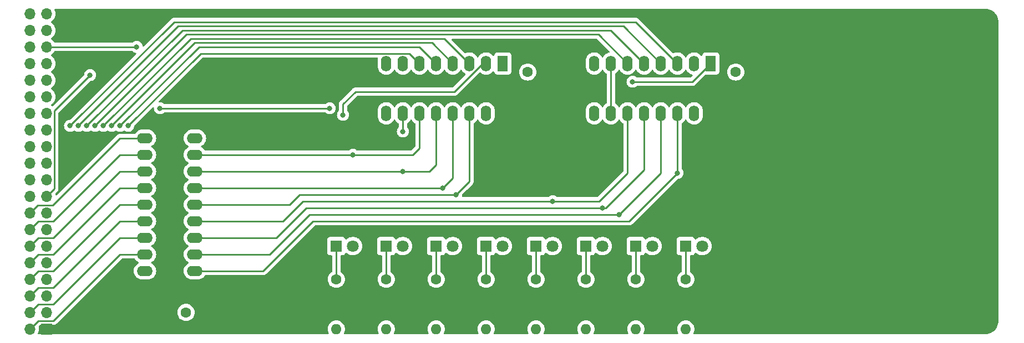
<source format=gbr>
%TF.GenerationSoftware,KiCad,Pcbnew,(6.0.1)*%
%TF.CreationDate,2022-02-21T18:17:07+01:00*%
%TF.ProjectId,ProgrammCounter,50726f67-7261-46d6-9d43-6f756e746572,rev?*%
%TF.SameCoordinates,Original*%
%TF.FileFunction,Copper,L1,Top*%
%TF.FilePolarity,Positive*%
%FSLAX46Y46*%
G04 Gerber Fmt 4.6, Leading zero omitted, Abs format (unit mm)*
G04 Created by KiCad (PCBNEW (6.0.1)) date 2022-02-21 18:17:07*
%MOMM*%
%LPD*%
G01*
G04 APERTURE LIST*
%TA.AperFunction,ComponentPad*%
%ADD10C,1.600000*%
%TD*%
%TA.AperFunction,ComponentPad*%
%ADD11R,1.800000X1.800000*%
%TD*%
%TA.AperFunction,ComponentPad*%
%ADD12C,1.800000*%
%TD*%
%TA.AperFunction,ComponentPad*%
%ADD13R,1.700000X1.700000*%
%TD*%
%TA.AperFunction,ComponentPad*%
%ADD14O,1.700000X1.700000*%
%TD*%
%TA.AperFunction,ComponentPad*%
%ADD15O,1.600000X1.600000*%
%TD*%
%TA.AperFunction,ComponentPad*%
%ADD16R,2.400000X1.600000*%
%TD*%
%TA.AperFunction,ComponentPad*%
%ADD17O,2.400000X1.600000*%
%TD*%
%TA.AperFunction,ComponentPad*%
%ADD18R,1.600000X2.400000*%
%TD*%
%TA.AperFunction,ComponentPad*%
%ADD19O,1.600000X2.400000*%
%TD*%
%TA.AperFunction,ViaPad*%
%ADD20C,0.800000*%
%TD*%
%TA.AperFunction,Conductor*%
%ADD21C,0.250000*%
%TD*%
G04 APERTURE END LIST*
D10*
%TO.P,C1,1*%
%TO.N,/VCC*%
X22860000Y-46990000D03*
%TO.P,C1,2*%
%TO.N,/GND*%
X27860000Y-46990000D03*
%TD*%
%TO.P,C2,1*%
%TO.N,/VCC*%
X80010000Y-15200000D03*
%TO.P,C2,2*%
%TO.N,/GND*%
X80010000Y-10200000D03*
%TD*%
%TO.P,C3,1*%
%TO.N,/VCC*%
X111760000Y-15200000D03*
%TO.P,C3,2*%
%TO.N,/GND*%
X111760000Y-10200000D03*
%TD*%
D11*
%TO.P,D1,1*%
%TO.N,Net-(D1-Pad1)*%
X50800000Y-36830000D03*
D12*
%TO.P,D1,2*%
%TO.N,Net-(D1-Pad2)*%
X53340000Y-36830000D03*
%TD*%
D11*
%TO.P,D2,1*%
%TO.N,Net-(D2-Pad1)*%
X58420000Y-36830000D03*
D12*
%TO.P,D2,2*%
%TO.N,Net-(D2-Pad2)*%
X60960000Y-36830000D03*
%TD*%
D11*
%TO.P,D3,1*%
%TO.N,Net-(D3-Pad1)*%
X66040000Y-36830000D03*
D12*
%TO.P,D3,2*%
%TO.N,Net-(D3-Pad2)*%
X68580000Y-36830000D03*
%TD*%
D11*
%TO.P,D4,1*%
%TO.N,Net-(D4-Pad1)*%
X73660000Y-36830000D03*
D12*
%TO.P,D4,2*%
%TO.N,Net-(D4-Pad2)*%
X76200000Y-36830000D03*
%TD*%
D11*
%TO.P,D5,1*%
%TO.N,Net-(D5-Pad1)*%
X81280000Y-36830000D03*
D12*
%TO.P,D5,2*%
%TO.N,Net-(D5-Pad2)*%
X83820000Y-36830000D03*
%TD*%
D11*
%TO.P,D6,1*%
%TO.N,Net-(D6-Pad1)*%
X88900000Y-36830000D03*
D12*
%TO.P,D6,2*%
%TO.N,Net-(D6-Pad2)*%
X91440000Y-36830000D03*
%TD*%
D11*
%TO.P,D7,1*%
%TO.N,Net-(D7-Pad1)*%
X96520000Y-36830000D03*
D12*
%TO.P,D7,2*%
%TO.N,Net-(D7-Pad2)*%
X99060000Y-36830000D03*
%TD*%
D11*
%TO.P,D8,1*%
%TO.N,Net-(D8-Pad1)*%
X104140000Y-36830000D03*
D12*
%TO.P,D8,2*%
%TO.N,Net-(D8-Pad2)*%
X106680000Y-36830000D03*
%TD*%
D13*
%TO.P,J1,1*%
%TO.N,/VCC*%
X6580000Y-49530000D03*
D14*
%TO.P,J1,2*%
%TO.N,/BUS_0*%
X4040000Y-49530000D03*
%TO.P,J1,3*%
%TO.N,/CLK*%
X6580000Y-46990000D03*
%TO.P,J1,4*%
%TO.N,/BUS_1*%
X4040000Y-46990000D03*
%TO.P,J1,5*%
%TO.N,Net-(J1-Pad5)*%
X6580000Y-44450000D03*
%TO.P,J1,6*%
%TO.N,/BUS_2*%
X4040000Y-44450000D03*
%TO.P,J1,7*%
%TO.N,Net-(J1-Pad7)*%
X6580000Y-41910000D03*
%TO.P,J1,8*%
%TO.N,/BUS_3*%
X4040000Y-41910000D03*
%TO.P,J1,9*%
%TO.N,Net-(J1-Pad9)*%
X6580000Y-39370000D03*
%TO.P,J1,10*%
%TO.N,/BUS_4*%
X4040000Y-39370000D03*
%TO.P,J1,11*%
%TO.N,Net-(J1-Pad11)*%
X6580000Y-36830000D03*
%TO.P,J1,12*%
%TO.N,/BUS_5*%
X4040000Y-36830000D03*
%TO.P,J1,13*%
%TO.N,Net-(J1-Pad13)*%
X6580000Y-34290000D03*
%TO.P,J1,14*%
%TO.N,/BUS_6*%
X4040000Y-34290000D03*
%TO.P,J1,15*%
%TO.N,Net-(J1-Pad15)*%
X6580000Y-31750000D03*
%TO.P,J1,16*%
%TO.N,/BUS_7*%
X4040000Y-31750000D03*
%TO.P,J1,17*%
%TO.N,/PCUP*%
X6580000Y-29210000D03*
%TO.P,J1,18*%
%TO.N,Net-(J1-Pad18)*%
X4040000Y-29210000D03*
%TO.P,J1,19*%
%TO.N,/~{PCOUT}*%
X6580000Y-26670000D03*
%TO.P,J1,20*%
%TO.N,Net-(J1-Pad20)*%
X4040000Y-26670000D03*
%TO.P,J1,21*%
%TO.N,/~{PCIN}*%
X6580000Y-24130000D03*
%TO.P,J1,22*%
%TO.N,Net-(J1-Pad22)*%
X4040000Y-24130000D03*
%TO.P,J1,23*%
%TO.N,Net-(J1-Pad23)*%
X6580000Y-21590000D03*
%TO.P,J1,24*%
%TO.N,Net-(J1-Pad24)*%
X4040000Y-21590000D03*
%TO.P,J1,25*%
%TO.N,Net-(J1-Pad25)*%
X6580000Y-19050000D03*
%TO.P,J1,26*%
%TO.N,Net-(J1-Pad26)*%
X4040000Y-19050000D03*
%TO.P,J1,27*%
%TO.N,Net-(J1-Pad27)*%
X6580000Y-16510000D03*
%TO.P,J1,28*%
%TO.N,Net-(J1-Pad28)*%
X4040000Y-16510000D03*
%TO.P,J1,29*%
%TO.N,Net-(J1-Pad29)*%
X6580000Y-13970000D03*
%TO.P,J1,30*%
%TO.N,Net-(J1-Pad30)*%
X4040000Y-13970000D03*
%TO.P,J1,31*%
%TO.N,Net-(J1-Pad31)*%
X6580000Y-11430000D03*
%TO.P,J1,32*%
%TO.N,Net-(J1-Pad32)*%
X4040000Y-11430000D03*
%TO.P,J1,33*%
%TO.N,Net-(J1-Pad33)*%
X6580000Y-8890000D03*
%TO.P,J1,34*%
%TO.N,Net-(J1-Pad34)*%
X4040000Y-8890000D03*
%TO.P,J1,35*%
%TO.N,/~{CLR}*%
X6580000Y-6350000D03*
%TO.P,J1,36*%
%TO.N,Net-(J1-Pad36)*%
X4040000Y-6350000D03*
%TO.P,J1,37*%
%TO.N,Net-(J1-Pad37)*%
X6580000Y-3810000D03*
%TO.P,J1,38*%
%TO.N,Net-(J1-Pad38)*%
X4040000Y-3810000D03*
%TO.P,J1,39*%
%TO.N,/GND*%
X6580000Y-1270000D03*
%TO.P,J1,40*%
%TO.N,Net-(J1-Pad40)*%
X4040000Y-1270000D03*
%TD*%
D10*
%TO.P,R1,1*%
%TO.N,Net-(D1-Pad1)*%
X50800000Y-41910000D03*
D15*
%TO.P,R1,2*%
%TO.N,/GND*%
X50800000Y-49530000D03*
%TD*%
D10*
%TO.P,R2,1*%
%TO.N,Net-(D2-Pad1)*%
X58420000Y-41910000D03*
D15*
%TO.P,R2,2*%
%TO.N,/GND*%
X58420000Y-49530000D03*
%TD*%
D10*
%TO.P,R3,1*%
%TO.N,Net-(D3-Pad1)*%
X66040000Y-41910000D03*
D15*
%TO.P,R3,2*%
%TO.N,/GND*%
X66040000Y-49530000D03*
%TD*%
D10*
%TO.P,R4,1*%
%TO.N,Net-(D4-Pad1)*%
X73660000Y-41910000D03*
D15*
%TO.P,R4,2*%
%TO.N,/GND*%
X73660000Y-49530000D03*
%TD*%
D10*
%TO.P,R5,1*%
%TO.N,Net-(D5-Pad1)*%
X81280000Y-41910000D03*
D15*
%TO.P,R5,2*%
%TO.N,/GND*%
X81280000Y-49530000D03*
%TD*%
D10*
%TO.P,R6,1*%
%TO.N,Net-(D6-Pad1)*%
X88900000Y-41910000D03*
D15*
%TO.P,R6,2*%
%TO.N,/GND*%
X88900000Y-49530000D03*
%TD*%
D10*
%TO.P,R7,1*%
%TO.N,Net-(D7-Pad1)*%
X96520000Y-41910000D03*
D15*
%TO.P,R7,2*%
%TO.N,/GND*%
X96520000Y-49530000D03*
%TD*%
D10*
%TO.P,R8,1*%
%TO.N,Net-(D8-Pad1)*%
X104140000Y-41910000D03*
D15*
%TO.P,R8,2*%
%TO.N,/GND*%
X104140000Y-49530000D03*
%TD*%
D16*
%TO.P,U2,1*%
%TO.N,/VCC*%
X29210000Y-43180000D03*
D17*
%TO.P,U2,2*%
%TO.N,Net-(D8-Pad2)*%
X29210000Y-40640000D03*
%TO.P,U2,3*%
%TO.N,Net-(D7-Pad2)*%
X29210000Y-38100000D03*
%TO.P,U2,4*%
%TO.N,Net-(D6-Pad2)*%
X29210000Y-35560000D03*
%TO.P,U2,5*%
%TO.N,Net-(D5-Pad2)*%
X29210000Y-33020000D03*
%TO.P,U2,6*%
%TO.N,Net-(D4-Pad2)*%
X29210000Y-30480000D03*
%TO.P,U2,7*%
%TO.N,Net-(D3-Pad2)*%
X29210000Y-27940000D03*
%TO.P,U2,8*%
%TO.N,Net-(D2-Pad2)*%
X29210000Y-25400000D03*
%TO.P,U2,9*%
%TO.N,Net-(D1-Pad2)*%
X29210000Y-22860000D03*
%TO.P,U2,10*%
%TO.N,/GND*%
X29210000Y-20320000D03*
%TO.P,U2,11*%
%TO.N,/BUS_7*%
X21590000Y-20320000D03*
%TO.P,U2,12*%
%TO.N,/BUS_6*%
X21590000Y-22860000D03*
%TO.P,U2,13*%
%TO.N,/BUS_5*%
X21590000Y-25400000D03*
%TO.P,U2,14*%
%TO.N,/BUS_4*%
X21590000Y-27940000D03*
%TO.P,U2,15*%
%TO.N,/BUS_3*%
X21590000Y-30480000D03*
%TO.P,U2,16*%
%TO.N,/BUS_2*%
X21590000Y-33020000D03*
%TO.P,U2,17*%
%TO.N,/BUS_1*%
X21590000Y-35560000D03*
%TO.P,U2,18*%
%TO.N,/BUS_0*%
X21590000Y-38100000D03*
%TO.P,U2,19*%
%TO.N,/~{PCOUT}*%
X21590000Y-40640000D03*
%TO.P,U2,20*%
%TO.N,/VCC*%
X21590000Y-43180000D03*
%TD*%
D18*
%TO.P,U3,1*%
%TO.N,/~{CLR}*%
X76200000Y-8890000D03*
D19*
%TO.P,U3,2*%
%TO.N,/CLK*%
X73660000Y-8890000D03*
%TO.P,U3,3*%
%TO.N,/BUS_4*%
X71120000Y-8890000D03*
%TO.P,U3,4*%
%TO.N,/BUS_5*%
X68580000Y-8890000D03*
%TO.P,U3,5*%
%TO.N,/BUS_6*%
X66040000Y-8890000D03*
%TO.P,U3,6*%
%TO.N,/BUS_7*%
X63500000Y-8890000D03*
%TO.P,U3,7*%
%TO.N,/PCUP*%
X60960000Y-8890000D03*
%TO.P,U3,8*%
%TO.N,/GND*%
X58420000Y-8890000D03*
%TO.P,U3,9*%
%TO.N,/~{PCIN}*%
X58420000Y-16510000D03*
%TO.P,U3,10*%
%TO.N,Net-(U3-Pad10)*%
X60960000Y-16510000D03*
%TO.P,U3,11*%
%TO.N,Net-(D1-Pad2)*%
X63500000Y-16510000D03*
%TO.P,U3,12*%
%TO.N,Net-(D2-Pad2)*%
X66040000Y-16510000D03*
%TO.P,U3,13*%
%TO.N,Net-(D3-Pad2)*%
X68580000Y-16510000D03*
%TO.P,U3,14*%
%TO.N,Net-(D4-Pad2)*%
X71120000Y-16510000D03*
%TO.P,U3,15*%
%TO.N,Net-(U3-Pad15)*%
X73660000Y-16510000D03*
%TO.P,U3,16*%
%TO.N,/VCC*%
X76200000Y-16510000D03*
%TD*%
D18*
%TO.P,U4,1*%
%TO.N,/~{CLR}*%
X107950000Y-8890000D03*
D19*
%TO.P,U4,2*%
%TO.N,/CLK*%
X105410000Y-8890000D03*
%TO.P,U4,3*%
%TO.N,/BUS_0*%
X102870000Y-8890000D03*
%TO.P,U4,4*%
%TO.N,/BUS_1*%
X100330000Y-8890000D03*
%TO.P,U4,5*%
%TO.N,/BUS_2*%
X97790000Y-8890000D03*
%TO.P,U4,6*%
%TO.N,/BUS_3*%
X95250000Y-8890000D03*
%TO.P,U4,7*%
%TO.N,/PCUP*%
X92710000Y-8890000D03*
%TO.P,U4,8*%
%TO.N,/GND*%
X90170000Y-8890000D03*
%TO.P,U4,9*%
%TO.N,/~{PCIN}*%
X90170000Y-16510000D03*
%TO.P,U4,10*%
%TO.N,/PCUP*%
X92710000Y-16510000D03*
%TO.P,U4,11*%
%TO.N,Net-(D5-Pad2)*%
X95250000Y-16510000D03*
%TO.P,U4,12*%
%TO.N,Net-(D6-Pad2)*%
X97790000Y-16510000D03*
%TO.P,U4,13*%
%TO.N,Net-(D7-Pad2)*%
X100330000Y-16510000D03*
%TO.P,U4,14*%
%TO.N,Net-(D8-Pad2)*%
X102870000Y-16510000D03*
%TO.P,U4,15*%
%TO.N,Net-(U3-Pad10)*%
X105410000Y-16510000D03*
%TO.P,U4,16*%
%TO.N,/VCC*%
X107950000Y-16510000D03*
%TD*%
D20*
%TO.N,Net-(D1-Pad2)*%
X53340000Y-22860000D03*
%TO.N,Net-(D2-Pad2)*%
X60960000Y-25400000D03*
%TO.N,Net-(D3-Pad2)*%
X67056000Y-27940000D03*
%TO.N,Net-(D4-Pad2)*%
X69088000Y-28956000D03*
%TO.N,Net-(D5-Pad2)*%
X83820000Y-29972000D03*
%TO.N,Net-(D6-Pad2)*%
X91440000Y-30988000D03*
%TO.N,Net-(D7-Pad2)*%
X93980000Y-32004000D03*
%TO.N,Net-(D8-Pad2)*%
X102870000Y-25654000D03*
%TO.N,/~{CLR}*%
X96012000Y-11684000D03*
X20320000Y-6350000D03*
%TO.N,/~{PCIN}*%
X49784000Y-15748000D03*
X23876000Y-15748000D03*
%TO.N,/PCUP*%
X13208000Y-10668000D03*
%TO.N,/BUS_7*%
X19050000Y-18415000D03*
%TO.N,/BUS_6*%
X17780000Y-18415000D03*
%TO.N,/BUS_5*%
X16510000Y-18415000D03*
%TO.N,/BUS_4*%
X15240000Y-18415000D03*
%TO.N,/BUS_3*%
X13970000Y-18415000D03*
%TO.N,/BUS_2*%
X12700000Y-18415000D03*
%TO.N,/BUS_1*%
X11430000Y-18415000D03*
%TO.N,/CLK*%
X51816000Y-16764000D03*
%TO.N,/BUS_0*%
X10160000Y-18415000D03*
%TO.N,Net-(U3-Pad10)*%
X60960000Y-19304000D03*
%TD*%
D21*
%TO.N,Net-(D1-Pad2)*%
X29210000Y-22860000D02*
X62484000Y-22860000D01*
X62484000Y-22860000D02*
X63500000Y-21844000D01*
X63500000Y-21844000D02*
X63500000Y-16510000D01*
%TO.N,Net-(D1-Pad1)*%
X50800000Y-36830000D02*
X50800000Y-41910000D01*
%TO.N,Net-(D2-Pad2)*%
X66040000Y-24384000D02*
X66040000Y-16510000D01*
X65024000Y-25400000D02*
X66040000Y-24384000D01*
X29210000Y-25400000D02*
X65024000Y-25400000D01*
%TO.N,Net-(D2-Pad1)*%
X58420000Y-36830000D02*
X58420000Y-41910000D01*
%TO.N,Net-(D3-Pad2)*%
X68580000Y-26416000D02*
X68580000Y-16510000D01*
X67056000Y-27940000D02*
X68580000Y-26416000D01*
X29210000Y-27940000D02*
X67056000Y-27940000D01*
%TO.N,Net-(D3-Pad1)*%
X66040000Y-36830000D02*
X66040000Y-41910000D01*
%TO.N,Net-(D4-Pad2)*%
X45212000Y-28956000D02*
X69088000Y-28956000D01*
X29210000Y-30480000D02*
X43688000Y-30480000D01*
X71120000Y-26924000D02*
X71120000Y-16510000D01*
X43688000Y-30480000D02*
X45212000Y-28956000D01*
X69088000Y-28956000D02*
X71120000Y-26924000D01*
%TO.N,Net-(D4-Pad1)*%
X73660000Y-36830000D02*
X73660000Y-41910000D01*
%TO.N,Net-(D5-Pad2)*%
X29210000Y-33020000D02*
X42672000Y-33020000D01*
X42672000Y-33020000D02*
X45720000Y-29972000D01*
X95250000Y-25654000D02*
X95250000Y-16510000D01*
X90932000Y-29972000D02*
X95250000Y-25654000D01*
X45720000Y-29972000D02*
X90932000Y-29972000D01*
%TO.N,Net-(D5-Pad1)*%
X81280000Y-36830000D02*
X81280000Y-41910000D01*
%TO.N,Net-(D6-Pad2)*%
X91948000Y-30988000D02*
X97790000Y-25146000D01*
X29210000Y-35560000D02*
X41656000Y-35560000D01*
X97790000Y-25146000D02*
X97790000Y-16510000D01*
X41656000Y-35560000D02*
X46228000Y-30988000D01*
X46228000Y-30988000D02*
X91948000Y-30988000D01*
%TO.N,Net-(D6-Pad1)*%
X88900000Y-36830000D02*
X88900000Y-41910000D01*
%TO.N,Net-(D7-Pad2)*%
X93980000Y-32004000D02*
X100330000Y-25654000D01*
X100330000Y-25654000D02*
X100330000Y-16510000D01*
X29210000Y-38100000D02*
X40640000Y-38100000D01*
X46736000Y-32004000D02*
X93980000Y-32004000D01*
X40640000Y-38100000D02*
X46736000Y-32004000D01*
%TO.N,Net-(D7-Pad1)*%
X96520000Y-36830000D02*
X96520000Y-41910000D01*
%TO.N,Net-(D8-Pad2)*%
X95504000Y-33020000D02*
X102870000Y-25654000D01*
X39624000Y-40640000D02*
X47244000Y-33020000D01*
X29210000Y-40640000D02*
X39624000Y-40640000D01*
X102870000Y-25654000D02*
X102870000Y-16510000D01*
X47244000Y-33020000D02*
X95504000Y-33020000D01*
%TO.N,Net-(D8-Pad1)*%
X104140000Y-36830000D02*
X104140000Y-41910000D01*
%TO.N,/~{CLR}*%
X96012000Y-11684000D02*
X105156000Y-11684000D01*
X6580000Y-6350000D02*
X20320000Y-6350000D01*
X105156000Y-11684000D02*
X107950000Y-8890000D01*
%TO.N,/~{PCIN}*%
X49784000Y-15748000D02*
X23876000Y-15748000D01*
%TO.N,/PCUP*%
X92710000Y-8890000D02*
X92710000Y-16510000D01*
X7755001Y-28034999D02*
X7755001Y-16120999D01*
X7755001Y-16120999D02*
X13208000Y-10668000D01*
X6580000Y-29210000D02*
X7755001Y-28034999D01*
%TO.N,/BUS_7*%
X17780000Y-20320000D02*
X7525001Y-30574999D01*
X5215001Y-30574999D02*
X4040000Y-31750000D01*
X30100010Y-7364990D02*
X61974990Y-7364990D01*
X61974990Y-7364990D02*
X63500000Y-8890000D01*
X21590000Y-20320000D02*
X17780000Y-20320000D01*
X7525001Y-30574999D02*
X5215001Y-30574999D01*
X19050000Y-18415000D02*
X30100010Y-7364990D01*
%TO.N,/BUS_6*%
X5310000Y-33020000D02*
X4040000Y-34290000D01*
X17780000Y-22860000D02*
X7620000Y-33020000D01*
X7620000Y-33020000D02*
X5310000Y-33020000D01*
X17780000Y-18415000D02*
X29845000Y-6350000D01*
X21590000Y-22860000D02*
X17780000Y-22860000D01*
X63500000Y-6350000D02*
X66040000Y-8890000D01*
X29845000Y-6350000D02*
X63500000Y-6350000D01*
%TO.N,/BUS_5*%
X65405000Y-5715000D02*
X68580000Y-8890000D01*
X5310000Y-35560000D02*
X4040000Y-36830000D01*
X7620000Y-35560000D02*
X5310000Y-35560000D01*
X21590000Y-25400000D02*
X17780000Y-25400000D01*
X29210000Y-5715000D02*
X65405000Y-5715000D01*
X16510000Y-18415000D02*
X29210000Y-5715000D01*
X17780000Y-25400000D02*
X7620000Y-35560000D01*
%TO.N,/BUS_4*%
X7620000Y-38100000D02*
X5310000Y-38100000D01*
X17780000Y-27940000D02*
X7620000Y-38100000D01*
X15240000Y-18415000D02*
X28575000Y-5080000D01*
X67310000Y-5080000D02*
X71120000Y-8890000D01*
X21590000Y-27940000D02*
X17780000Y-27940000D01*
X28575000Y-5080000D02*
X67310000Y-5080000D01*
X5310000Y-38100000D02*
X4040000Y-39370000D01*
%TO.N,/BUS_3*%
X90805000Y-4445000D02*
X95250000Y-8890000D01*
X13970000Y-18415000D02*
X27940000Y-4445000D01*
X17780000Y-30480000D02*
X7620000Y-40640000D01*
X21590000Y-30480000D02*
X17780000Y-30480000D01*
X5310000Y-40640000D02*
X4040000Y-41910000D01*
X27940000Y-4445000D02*
X90805000Y-4445000D01*
X7620000Y-40640000D02*
X5310000Y-40640000D01*
%TO.N,/BUS_2*%
X7620000Y-43180000D02*
X5310000Y-43180000D01*
X92710000Y-3810000D02*
X97790000Y-8890000D01*
X17780000Y-33020000D02*
X7620000Y-43180000D01*
X21590000Y-33020000D02*
X17780000Y-33020000D01*
X5310000Y-43180000D02*
X4040000Y-44450000D01*
X12700000Y-18415000D02*
X27305000Y-3810000D01*
X27305000Y-3810000D02*
X92710000Y-3810000D01*
%TO.N,/BUS_1*%
X26670000Y-3175000D02*
X94615000Y-3175000D01*
X17780000Y-35560000D02*
X7620000Y-45720000D01*
X11430000Y-18415000D02*
X26670000Y-3175000D01*
X5310000Y-45720000D02*
X4040000Y-46990000D01*
X7620000Y-45720000D02*
X5310000Y-45720000D01*
X21590000Y-35560000D02*
X17780000Y-35560000D01*
X94615000Y-3175000D02*
X100330000Y-8890000D01*
%TO.N,/CLK*%
X53706998Y-13208000D02*
X51816000Y-15098998D01*
X51816000Y-15098998D02*
X51816000Y-16764000D01*
X73111004Y-8890000D02*
X68793004Y-13208000D01*
X68793004Y-13208000D02*
X53706998Y-13208000D01*
X73660000Y-8890000D02*
X73111004Y-8890000D01*
%TO.N,/BUS_0*%
X21590000Y-38100000D02*
X17780000Y-38100000D01*
X10160000Y-18415000D02*
X26035000Y-2540000D01*
X26035000Y-2540000D02*
X96520000Y-2540000D01*
X96520000Y-2540000D02*
X102870000Y-8890000D01*
X17780000Y-38100000D02*
X7620000Y-48260000D01*
X7620000Y-48260000D02*
X5310000Y-48260000D01*
X5310000Y-48260000D02*
X4040000Y-49530000D01*
%TO.N,Net-(U3-Pad10)*%
X60960000Y-16510000D02*
X60960000Y-19304000D01*
%TD*%
%TA.AperFunction,Conductor*%
%TO.N,/VCC*%
G36*
X149830057Y-509500D02*
G01*
X149844858Y-511805D01*
X149844861Y-511805D01*
X149853730Y-513186D01*
X149869999Y-511059D01*
X149894567Y-510266D01*
X150116985Y-524844D01*
X150133326Y-526995D01*
X150377824Y-575629D01*
X150393743Y-579895D01*
X150629790Y-660022D01*
X150645017Y-666329D01*
X150868592Y-776584D01*
X150882865Y-784825D01*
X151090133Y-923316D01*
X151103206Y-933346D01*
X151239100Y-1052522D01*
X151290632Y-1097714D01*
X151302286Y-1109368D01*
X151446108Y-1273365D01*
X151466651Y-1296790D01*
X151476684Y-1309867D01*
X151615175Y-1517135D01*
X151623416Y-1531408D01*
X151733671Y-1754983D01*
X151739978Y-1770210D01*
X151820105Y-2006257D01*
X151824371Y-2022176D01*
X151873005Y-2266673D01*
X151875156Y-2283014D01*
X151889264Y-2498268D01*
X151888239Y-2521304D01*
X151888196Y-2524854D01*
X151886814Y-2533730D01*
X151888454Y-2546270D01*
X151890936Y-2565251D01*
X151892000Y-2581589D01*
X151892000Y-48210672D01*
X151890500Y-48230056D01*
X151886814Y-48253730D01*
X151888941Y-48269999D01*
X151889734Y-48294567D01*
X151875156Y-48516985D01*
X151873005Y-48533326D01*
X151824371Y-48777824D01*
X151820105Y-48793743D01*
X151739978Y-49029790D01*
X151733671Y-49045017D01*
X151623416Y-49268592D01*
X151615175Y-49282865D01*
X151476684Y-49490133D01*
X151466654Y-49503206D01*
X151438355Y-49535475D01*
X151302286Y-49690632D01*
X151290632Y-49702286D01*
X151164457Y-49812939D01*
X151103210Y-49866651D01*
X151090133Y-49876684D01*
X150882865Y-50015175D01*
X150868592Y-50023416D01*
X150645017Y-50133671D01*
X150629790Y-50139978D01*
X150393743Y-50220105D01*
X150377824Y-50224371D01*
X150133327Y-50273005D01*
X150116986Y-50275156D01*
X149901732Y-50289264D01*
X149878696Y-50288239D01*
X149875146Y-50288196D01*
X149866270Y-50286814D01*
X149837762Y-50290542D01*
X149834749Y-50290936D01*
X149818411Y-50292000D01*
X105426224Y-50292000D01*
X105358103Y-50271998D01*
X105311610Y-50218342D01*
X105301506Y-50148068D01*
X105312029Y-50112750D01*
X105371961Y-49984225D01*
X105371961Y-49984224D01*
X105374284Y-49979243D01*
X105384150Y-49942425D01*
X105432119Y-49763402D01*
X105432119Y-49763400D01*
X105433543Y-49758087D01*
X105453498Y-49530000D01*
X105433543Y-49301913D01*
X105426600Y-49276000D01*
X105375707Y-49086067D01*
X105375706Y-49086065D01*
X105374284Y-49080757D01*
X105350518Y-49029790D01*
X105279849Y-48878238D01*
X105279846Y-48878233D01*
X105277523Y-48873251D01*
X105146198Y-48685700D01*
X104984300Y-48523802D01*
X104979792Y-48520645D01*
X104979789Y-48520643D01*
X104901611Y-48465902D01*
X104796749Y-48392477D01*
X104791767Y-48390154D01*
X104791762Y-48390151D01*
X104594225Y-48298039D01*
X104594224Y-48298039D01*
X104589243Y-48295716D01*
X104583935Y-48294294D01*
X104583933Y-48294293D01*
X104373402Y-48237881D01*
X104373400Y-48237881D01*
X104368087Y-48236457D01*
X104140000Y-48216502D01*
X103911913Y-48236457D01*
X103906600Y-48237881D01*
X103906598Y-48237881D01*
X103696067Y-48294293D01*
X103696065Y-48294294D01*
X103690757Y-48295716D01*
X103685776Y-48298039D01*
X103685775Y-48298039D01*
X103488238Y-48390151D01*
X103488233Y-48390154D01*
X103483251Y-48392477D01*
X103378389Y-48465902D01*
X103300211Y-48520643D01*
X103300208Y-48520645D01*
X103295700Y-48523802D01*
X103133802Y-48685700D01*
X103002477Y-48873251D01*
X103000154Y-48878233D01*
X103000151Y-48878238D01*
X102929482Y-49029790D01*
X102905716Y-49080757D01*
X102904294Y-49086065D01*
X102904293Y-49086067D01*
X102853400Y-49276000D01*
X102846457Y-49301913D01*
X102826502Y-49530000D01*
X102846457Y-49758087D01*
X102847881Y-49763400D01*
X102847881Y-49763402D01*
X102895851Y-49942425D01*
X102905716Y-49979243D01*
X102908039Y-49984224D01*
X102908039Y-49984225D01*
X102967971Y-50112750D01*
X102978632Y-50182942D01*
X102949652Y-50247755D01*
X102890232Y-50286611D01*
X102853776Y-50292000D01*
X97806224Y-50292000D01*
X97738103Y-50271998D01*
X97691610Y-50218342D01*
X97681506Y-50148068D01*
X97692029Y-50112750D01*
X97751961Y-49984225D01*
X97751961Y-49984224D01*
X97754284Y-49979243D01*
X97764150Y-49942425D01*
X97812119Y-49763402D01*
X97812119Y-49763400D01*
X97813543Y-49758087D01*
X97833498Y-49530000D01*
X97813543Y-49301913D01*
X97806600Y-49276000D01*
X97755707Y-49086067D01*
X97755706Y-49086065D01*
X97754284Y-49080757D01*
X97730518Y-49029790D01*
X97659849Y-48878238D01*
X97659846Y-48878233D01*
X97657523Y-48873251D01*
X97526198Y-48685700D01*
X97364300Y-48523802D01*
X97359792Y-48520645D01*
X97359789Y-48520643D01*
X97281611Y-48465902D01*
X97176749Y-48392477D01*
X97171767Y-48390154D01*
X97171762Y-48390151D01*
X96974225Y-48298039D01*
X96974224Y-48298039D01*
X96969243Y-48295716D01*
X96963935Y-48294294D01*
X96963933Y-48294293D01*
X96753402Y-48237881D01*
X96753400Y-48237881D01*
X96748087Y-48236457D01*
X96520000Y-48216502D01*
X96291913Y-48236457D01*
X96286600Y-48237881D01*
X96286598Y-48237881D01*
X96076067Y-48294293D01*
X96076065Y-48294294D01*
X96070757Y-48295716D01*
X96065776Y-48298039D01*
X96065775Y-48298039D01*
X95868238Y-48390151D01*
X95868233Y-48390154D01*
X95863251Y-48392477D01*
X95758389Y-48465902D01*
X95680211Y-48520643D01*
X95680208Y-48520645D01*
X95675700Y-48523802D01*
X95513802Y-48685700D01*
X95382477Y-48873251D01*
X95380154Y-48878233D01*
X95380151Y-48878238D01*
X95309482Y-49029790D01*
X95285716Y-49080757D01*
X95284294Y-49086065D01*
X95284293Y-49086067D01*
X95233400Y-49276000D01*
X95226457Y-49301913D01*
X95206502Y-49530000D01*
X95226457Y-49758087D01*
X95227881Y-49763400D01*
X95227881Y-49763402D01*
X95275851Y-49942425D01*
X95285716Y-49979243D01*
X95288039Y-49984224D01*
X95288039Y-49984225D01*
X95347971Y-50112750D01*
X95358632Y-50182942D01*
X95329652Y-50247755D01*
X95270232Y-50286611D01*
X95233776Y-50292000D01*
X90186224Y-50292000D01*
X90118103Y-50271998D01*
X90071610Y-50218342D01*
X90061506Y-50148068D01*
X90072029Y-50112750D01*
X90131961Y-49984225D01*
X90131961Y-49984224D01*
X90134284Y-49979243D01*
X90144150Y-49942425D01*
X90192119Y-49763402D01*
X90192119Y-49763400D01*
X90193543Y-49758087D01*
X90213498Y-49530000D01*
X90193543Y-49301913D01*
X90186600Y-49276000D01*
X90135707Y-49086067D01*
X90135706Y-49086065D01*
X90134284Y-49080757D01*
X90110518Y-49029790D01*
X90039849Y-48878238D01*
X90039846Y-48878233D01*
X90037523Y-48873251D01*
X89906198Y-48685700D01*
X89744300Y-48523802D01*
X89739792Y-48520645D01*
X89739789Y-48520643D01*
X89661611Y-48465902D01*
X89556749Y-48392477D01*
X89551767Y-48390154D01*
X89551762Y-48390151D01*
X89354225Y-48298039D01*
X89354224Y-48298039D01*
X89349243Y-48295716D01*
X89343935Y-48294294D01*
X89343933Y-48294293D01*
X89133402Y-48237881D01*
X89133400Y-48237881D01*
X89128087Y-48236457D01*
X88900000Y-48216502D01*
X88671913Y-48236457D01*
X88666600Y-48237881D01*
X88666598Y-48237881D01*
X88456067Y-48294293D01*
X88456065Y-48294294D01*
X88450757Y-48295716D01*
X88445776Y-48298039D01*
X88445775Y-48298039D01*
X88248238Y-48390151D01*
X88248233Y-48390154D01*
X88243251Y-48392477D01*
X88138389Y-48465902D01*
X88060211Y-48520643D01*
X88060208Y-48520645D01*
X88055700Y-48523802D01*
X87893802Y-48685700D01*
X87762477Y-48873251D01*
X87760154Y-48878233D01*
X87760151Y-48878238D01*
X87689482Y-49029790D01*
X87665716Y-49080757D01*
X87664294Y-49086065D01*
X87664293Y-49086067D01*
X87613400Y-49276000D01*
X87606457Y-49301913D01*
X87586502Y-49530000D01*
X87606457Y-49758087D01*
X87607881Y-49763400D01*
X87607881Y-49763402D01*
X87655851Y-49942425D01*
X87665716Y-49979243D01*
X87668039Y-49984224D01*
X87668039Y-49984225D01*
X87727971Y-50112750D01*
X87738632Y-50182942D01*
X87709652Y-50247755D01*
X87650232Y-50286611D01*
X87613776Y-50292000D01*
X82566224Y-50292000D01*
X82498103Y-50271998D01*
X82451610Y-50218342D01*
X82441506Y-50148068D01*
X82452029Y-50112750D01*
X82511961Y-49984225D01*
X82511961Y-49984224D01*
X82514284Y-49979243D01*
X82524150Y-49942425D01*
X82572119Y-49763402D01*
X82572119Y-49763400D01*
X82573543Y-49758087D01*
X82593498Y-49530000D01*
X82573543Y-49301913D01*
X82566600Y-49276000D01*
X82515707Y-49086067D01*
X82515706Y-49086065D01*
X82514284Y-49080757D01*
X82490518Y-49029790D01*
X82419849Y-48878238D01*
X82419846Y-48878233D01*
X82417523Y-48873251D01*
X82286198Y-48685700D01*
X82124300Y-48523802D01*
X82119792Y-48520645D01*
X82119789Y-48520643D01*
X82041611Y-48465902D01*
X81936749Y-48392477D01*
X81931767Y-48390154D01*
X81931762Y-48390151D01*
X81734225Y-48298039D01*
X81734224Y-48298039D01*
X81729243Y-48295716D01*
X81723935Y-48294294D01*
X81723933Y-48294293D01*
X81513402Y-48237881D01*
X81513400Y-48237881D01*
X81508087Y-48236457D01*
X81280000Y-48216502D01*
X81051913Y-48236457D01*
X81046600Y-48237881D01*
X81046598Y-48237881D01*
X80836067Y-48294293D01*
X80836065Y-48294294D01*
X80830757Y-48295716D01*
X80825776Y-48298039D01*
X80825775Y-48298039D01*
X80628238Y-48390151D01*
X80628233Y-48390154D01*
X80623251Y-48392477D01*
X80518389Y-48465902D01*
X80440211Y-48520643D01*
X80440208Y-48520645D01*
X80435700Y-48523802D01*
X80273802Y-48685700D01*
X80142477Y-48873251D01*
X80140154Y-48878233D01*
X80140151Y-48878238D01*
X80069482Y-49029790D01*
X80045716Y-49080757D01*
X80044294Y-49086065D01*
X80044293Y-49086067D01*
X79993400Y-49276000D01*
X79986457Y-49301913D01*
X79966502Y-49530000D01*
X79986457Y-49758087D01*
X79987881Y-49763400D01*
X79987881Y-49763402D01*
X80035851Y-49942425D01*
X80045716Y-49979243D01*
X80048039Y-49984224D01*
X80048039Y-49984225D01*
X80107971Y-50112750D01*
X80118632Y-50182942D01*
X80089652Y-50247755D01*
X80030232Y-50286611D01*
X79993776Y-50292000D01*
X74946224Y-50292000D01*
X74878103Y-50271998D01*
X74831610Y-50218342D01*
X74821506Y-50148068D01*
X74832029Y-50112750D01*
X74891961Y-49984225D01*
X74891961Y-49984224D01*
X74894284Y-49979243D01*
X74904150Y-49942425D01*
X74952119Y-49763402D01*
X74952119Y-49763400D01*
X74953543Y-49758087D01*
X74973498Y-49530000D01*
X74953543Y-49301913D01*
X74946600Y-49276000D01*
X74895707Y-49086067D01*
X74895706Y-49086065D01*
X74894284Y-49080757D01*
X74870518Y-49029790D01*
X74799849Y-48878238D01*
X74799846Y-48878233D01*
X74797523Y-48873251D01*
X74666198Y-48685700D01*
X74504300Y-48523802D01*
X74499792Y-48520645D01*
X74499789Y-48520643D01*
X74421611Y-48465902D01*
X74316749Y-48392477D01*
X74311767Y-48390154D01*
X74311762Y-48390151D01*
X74114225Y-48298039D01*
X74114224Y-48298039D01*
X74109243Y-48295716D01*
X74103935Y-48294294D01*
X74103933Y-48294293D01*
X73893402Y-48237881D01*
X73893400Y-48237881D01*
X73888087Y-48236457D01*
X73660000Y-48216502D01*
X73431913Y-48236457D01*
X73426600Y-48237881D01*
X73426598Y-48237881D01*
X73216067Y-48294293D01*
X73216065Y-48294294D01*
X73210757Y-48295716D01*
X73205776Y-48298039D01*
X73205775Y-48298039D01*
X73008238Y-48390151D01*
X73008233Y-48390154D01*
X73003251Y-48392477D01*
X72898389Y-48465902D01*
X72820211Y-48520643D01*
X72820208Y-48520645D01*
X72815700Y-48523802D01*
X72653802Y-48685700D01*
X72522477Y-48873251D01*
X72520154Y-48878233D01*
X72520151Y-48878238D01*
X72449482Y-49029790D01*
X72425716Y-49080757D01*
X72424294Y-49086065D01*
X72424293Y-49086067D01*
X72373400Y-49276000D01*
X72366457Y-49301913D01*
X72346502Y-49530000D01*
X72366457Y-49758087D01*
X72367881Y-49763400D01*
X72367881Y-49763402D01*
X72415851Y-49942425D01*
X72425716Y-49979243D01*
X72428039Y-49984224D01*
X72428039Y-49984225D01*
X72487971Y-50112750D01*
X72498632Y-50182942D01*
X72469652Y-50247755D01*
X72410232Y-50286611D01*
X72373776Y-50292000D01*
X67326224Y-50292000D01*
X67258103Y-50271998D01*
X67211610Y-50218342D01*
X67201506Y-50148068D01*
X67212029Y-50112750D01*
X67271961Y-49984225D01*
X67271961Y-49984224D01*
X67274284Y-49979243D01*
X67284150Y-49942425D01*
X67332119Y-49763402D01*
X67332119Y-49763400D01*
X67333543Y-49758087D01*
X67353498Y-49530000D01*
X67333543Y-49301913D01*
X67326600Y-49276000D01*
X67275707Y-49086067D01*
X67275706Y-49086065D01*
X67274284Y-49080757D01*
X67250518Y-49029790D01*
X67179849Y-48878238D01*
X67179846Y-48878233D01*
X67177523Y-48873251D01*
X67046198Y-48685700D01*
X66884300Y-48523802D01*
X66879792Y-48520645D01*
X66879789Y-48520643D01*
X66801611Y-48465902D01*
X66696749Y-48392477D01*
X66691767Y-48390154D01*
X66691762Y-48390151D01*
X66494225Y-48298039D01*
X66494224Y-48298039D01*
X66489243Y-48295716D01*
X66483935Y-48294294D01*
X66483933Y-48294293D01*
X66273402Y-48237881D01*
X66273400Y-48237881D01*
X66268087Y-48236457D01*
X66040000Y-48216502D01*
X65811913Y-48236457D01*
X65806600Y-48237881D01*
X65806598Y-48237881D01*
X65596067Y-48294293D01*
X65596065Y-48294294D01*
X65590757Y-48295716D01*
X65585776Y-48298039D01*
X65585775Y-48298039D01*
X65388238Y-48390151D01*
X65388233Y-48390154D01*
X65383251Y-48392477D01*
X65278389Y-48465902D01*
X65200211Y-48520643D01*
X65200208Y-48520645D01*
X65195700Y-48523802D01*
X65033802Y-48685700D01*
X64902477Y-48873251D01*
X64900154Y-48878233D01*
X64900151Y-48878238D01*
X64829482Y-49029790D01*
X64805716Y-49080757D01*
X64804294Y-49086065D01*
X64804293Y-49086067D01*
X64753400Y-49276000D01*
X64746457Y-49301913D01*
X64726502Y-49530000D01*
X64746457Y-49758087D01*
X64747881Y-49763400D01*
X64747881Y-49763402D01*
X64795851Y-49942425D01*
X64805716Y-49979243D01*
X64808039Y-49984224D01*
X64808039Y-49984225D01*
X64867971Y-50112750D01*
X64878632Y-50182942D01*
X64849652Y-50247755D01*
X64790232Y-50286611D01*
X64753776Y-50292000D01*
X59706224Y-50292000D01*
X59638103Y-50271998D01*
X59591610Y-50218342D01*
X59581506Y-50148068D01*
X59592029Y-50112750D01*
X59651961Y-49984225D01*
X59651961Y-49984224D01*
X59654284Y-49979243D01*
X59664150Y-49942425D01*
X59712119Y-49763402D01*
X59712119Y-49763400D01*
X59713543Y-49758087D01*
X59733498Y-49530000D01*
X59713543Y-49301913D01*
X59706600Y-49276000D01*
X59655707Y-49086067D01*
X59655706Y-49086065D01*
X59654284Y-49080757D01*
X59630518Y-49029790D01*
X59559849Y-48878238D01*
X59559846Y-48878233D01*
X59557523Y-48873251D01*
X59426198Y-48685700D01*
X59264300Y-48523802D01*
X59259792Y-48520645D01*
X59259789Y-48520643D01*
X59181611Y-48465902D01*
X59076749Y-48392477D01*
X59071767Y-48390154D01*
X59071762Y-48390151D01*
X58874225Y-48298039D01*
X58874224Y-48298039D01*
X58869243Y-48295716D01*
X58863935Y-48294294D01*
X58863933Y-48294293D01*
X58653402Y-48237881D01*
X58653400Y-48237881D01*
X58648087Y-48236457D01*
X58420000Y-48216502D01*
X58191913Y-48236457D01*
X58186600Y-48237881D01*
X58186598Y-48237881D01*
X57976067Y-48294293D01*
X57976065Y-48294294D01*
X57970757Y-48295716D01*
X57965776Y-48298039D01*
X57965775Y-48298039D01*
X57768238Y-48390151D01*
X57768233Y-48390154D01*
X57763251Y-48392477D01*
X57658389Y-48465902D01*
X57580211Y-48520643D01*
X57580208Y-48520645D01*
X57575700Y-48523802D01*
X57413802Y-48685700D01*
X57282477Y-48873251D01*
X57280154Y-48878233D01*
X57280151Y-48878238D01*
X57209482Y-49029790D01*
X57185716Y-49080757D01*
X57184294Y-49086065D01*
X57184293Y-49086067D01*
X57133400Y-49276000D01*
X57126457Y-49301913D01*
X57106502Y-49530000D01*
X57126457Y-49758087D01*
X57127881Y-49763400D01*
X57127881Y-49763402D01*
X57175851Y-49942425D01*
X57185716Y-49979243D01*
X57188039Y-49984224D01*
X57188039Y-49984225D01*
X57247971Y-50112750D01*
X57258632Y-50182942D01*
X57229652Y-50247755D01*
X57170232Y-50286611D01*
X57133776Y-50292000D01*
X52086224Y-50292000D01*
X52018103Y-50271998D01*
X51971610Y-50218342D01*
X51961506Y-50148068D01*
X51972029Y-50112750D01*
X52031961Y-49984225D01*
X52031961Y-49984224D01*
X52034284Y-49979243D01*
X52044150Y-49942425D01*
X52092119Y-49763402D01*
X52092119Y-49763400D01*
X52093543Y-49758087D01*
X52113498Y-49530000D01*
X52093543Y-49301913D01*
X52086600Y-49276000D01*
X52035707Y-49086067D01*
X52035706Y-49086065D01*
X52034284Y-49080757D01*
X52010518Y-49029790D01*
X51939849Y-48878238D01*
X51939846Y-48878233D01*
X51937523Y-48873251D01*
X51806198Y-48685700D01*
X51644300Y-48523802D01*
X51639792Y-48520645D01*
X51639789Y-48520643D01*
X51561611Y-48465902D01*
X51456749Y-48392477D01*
X51451767Y-48390154D01*
X51451762Y-48390151D01*
X51254225Y-48298039D01*
X51254224Y-48298039D01*
X51249243Y-48295716D01*
X51243935Y-48294294D01*
X51243933Y-48294293D01*
X51033402Y-48237881D01*
X51033400Y-48237881D01*
X51028087Y-48236457D01*
X50800000Y-48216502D01*
X50571913Y-48236457D01*
X50566600Y-48237881D01*
X50566598Y-48237881D01*
X50356067Y-48294293D01*
X50356065Y-48294294D01*
X50350757Y-48295716D01*
X50345776Y-48298039D01*
X50345775Y-48298039D01*
X50148238Y-48390151D01*
X50148233Y-48390154D01*
X50143251Y-48392477D01*
X50038389Y-48465902D01*
X49960211Y-48520643D01*
X49960208Y-48520645D01*
X49955700Y-48523802D01*
X49793802Y-48685700D01*
X49662477Y-48873251D01*
X49660154Y-48878233D01*
X49660151Y-48878238D01*
X49589482Y-49029790D01*
X49565716Y-49080757D01*
X49564294Y-49086065D01*
X49564293Y-49086067D01*
X49513400Y-49276000D01*
X49506457Y-49301913D01*
X49486502Y-49530000D01*
X49506457Y-49758087D01*
X49507881Y-49763400D01*
X49507881Y-49763402D01*
X49555851Y-49942425D01*
X49565716Y-49979243D01*
X49568039Y-49984224D01*
X49568039Y-49984225D01*
X49627971Y-50112750D01*
X49638632Y-50182942D01*
X49609652Y-50247755D01*
X49550232Y-50286611D01*
X49513776Y-50292000D01*
X5381658Y-50292000D01*
X5313537Y-50271998D01*
X5267044Y-50218342D01*
X5256940Y-50148068D01*
X5268701Y-50110173D01*
X5296450Y-50054028D01*
X5307430Y-50031811D01*
X5372370Y-49818069D01*
X5401529Y-49596590D01*
X5403156Y-49530000D01*
X5384852Y-49307361D01*
X5356821Y-49195765D01*
X5359625Y-49124823D01*
X5389930Y-49075974D01*
X5535499Y-48930405D01*
X5597811Y-48896379D01*
X5624594Y-48893500D01*
X7541233Y-48893500D01*
X7552416Y-48894027D01*
X7559909Y-48895702D01*
X7567835Y-48895453D01*
X7567836Y-48895453D01*
X7627986Y-48893562D01*
X7631945Y-48893500D01*
X7659856Y-48893500D01*
X7663791Y-48893003D01*
X7663856Y-48892995D01*
X7675693Y-48892062D01*
X7707951Y-48891048D01*
X7711970Y-48890922D01*
X7719889Y-48890673D01*
X7739343Y-48885021D01*
X7758700Y-48881013D01*
X7770930Y-48879468D01*
X7770931Y-48879468D01*
X7778797Y-48878474D01*
X7786168Y-48875555D01*
X7786170Y-48875555D01*
X7819912Y-48862196D01*
X7831142Y-48858351D01*
X7865983Y-48848229D01*
X7865984Y-48848229D01*
X7873593Y-48846018D01*
X7880412Y-48841985D01*
X7880417Y-48841983D01*
X7891028Y-48835707D01*
X7908776Y-48827012D01*
X7927617Y-48819552D01*
X7963387Y-48793564D01*
X7973307Y-48787048D01*
X8004535Y-48768580D01*
X8004538Y-48768578D01*
X8011362Y-48764542D01*
X8025683Y-48750221D01*
X8040717Y-48737380D01*
X8050694Y-48730131D01*
X8057107Y-48725472D01*
X8085298Y-48691395D01*
X8093288Y-48682616D01*
X9785904Y-46990000D01*
X26546502Y-46990000D01*
X26566457Y-47218087D01*
X26567881Y-47223400D01*
X26567881Y-47223402D01*
X26615851Y-47402425D01*
X26625716Y-47439243D01*
X26628039Y-47444224D01*
X26628039Y-47444225D01*
X26720151Y-47641762D01*
X26720154Y-47641767D01*
X26722477Y-47646749D01*
X26725634Y-47651257D01*
X26829078Y-47798990D01*
X26853802Y-47834300D01*
X27015700Y-47996198D01*
X27020208Y-47999355D01*
X27020211Y-47999357D01*
X27098389Y-48054098D01*
X27203251Y-48127523D01*
X27208233Y-48129846D01*
X27208238Y-48129849D01*
X27395820Y-48217319D01*
X27410757Y-48224284D01*
X27416065Y-48225706D01*
X27416067Y-48225707D01*
X27626598Y-48282119D01*
X27626600Y-48282119D01*
X27631913Y-48283543D01*
X27860000Y-48303498D01*
X28088087Y-48283543D01*
X28093400Y-48282119D01*
X28093402Y-48282119D01*
X28303933Y-48225707D01*
X28303935Y-48225706D01*
X28309243Y-48224284D01*
X28324180Y-48217319D01*
X28511762Y-48129849D01*
X28511767Y-48129846D01*
X28516749Y-48127523D01*
X28621611Y-48054098D01*
X28699789Y-47999357D01*
X28699792Y-47999355D01*
X28704300Y-47996198D01*
X28866198Y-47834300D01*
X28890923Y-47798990D01*
X28994366Y-47651257D01*
X28997523Y-47646749D01*
X28999846Y-47641767D01*
X28999849Y-47641762D01*
X29091961Y-47444225D01*
X29091961Y-47444224D01*
X29094284Y-47439243D01*
X29104150Y-47402425D01*
X29152119Y-47223402D01*
X29152119Y-47223400D01*
X29153543Y-47218087D01*
X29173498Y-46990000D01*
X29153543Y-46761913D01*
X29147593Y-46739707D01*
X29095707Y-46546067D01*
X29095706Y-46546065D01*
X29094284Y-46540757D01*
X29056443Y-46459606D01*
X28999849Y-46338238D01*
X28999846Y-46338233D01*
X28997523Y-46333251D01*
X28866198Y-46145700D01*
X28704300Y-45983802D01*
X28699792Y-45980645D01*
X28699789Y-45980643D01*
X28621611Y-45925902D01*
X28516749Y-45852477D01*
X28511767Y-45850154D01*
X28511762Y-45850151D01*
X28314225Y-45758039D01*
X28314224Y-45758039D01*
X28309243Y-45755716D01*
X28303935Y-45754294D01*
X28303933Y-45754293D01*
X28093402Y-45697881D01*
X28093400Y-45697881D01*
X28088087Y-45696457D01*
X27860000Y-45676502D01*
X27631913Y-45696457D01*
X27626600Y-45697881D01*
X27626598Y-45697881D01*
X27416067Y-45754293D01*
X27416065Y-45754294D01*
X27410757Y-45755716D01*
X27405776Y-45758039D01*
X27405775Y-45758039D01*
X27208238Y-45850151D01*
X27208233Y-45850154D01*
X27203251Y-45852477D01*
X27098389Y-45925902D01*
X27020211Y-45980643D01*
X27020208Y-45980645D01*
X27015700Y-45983802D01*
X26853802Y-46145700D01*
X26722477Y-46333251D01*
X26720154Y-46338233D01*
X26720151Y-46338238D01*
X26663557Y-46459606D01*
X26625716Y-46540757D01*
X26624294Y-46546065D01*
X26624293Y-46546067D01*
X26572407Y-46739707D01*
X26566457Y-46761913D01*
X26546502Y-46990000D01*
X9785904Y-46990000D01*
X18005500Y-38770405D01*
X18067812Y-38736379D01*
X18094595Y-38733500D01*
X19970606Y-38733500D01*
X20038727Y-38753502D01*
X20073819Y-38787229D01*
X20177794Y-38935720D01*
X20183802Y-38944300D01*
X20345700Y-39106198D01*
X20350208Y-39109355D01*
X20350211Y-39109357D01*
X20397327Y-39142348D01*
X20533251Y-39237523D01*
X20538233Y-39239846D01*
X20538238Y-39239849D01*
X20572457Y-39255805D01*
X20625742Y-39302722D01*
X20645203Y-39370999D01*
X20624661Y-39438959D01*
X20572457Y-39484195D01*
X20538238Y-39500151D01*
X20538233Y-39500154D01*
X20533251Y-39502477D01*
X20458888Y-39554547D01*
X20350211Y-39630643D01*
X20350208Y-39630645D01*
X20345700Y-39633802D01*
X20183802Y-39795700D01*
X20052477Y-39983251D01*
X20050154Y-39988233D01*
X20050151Y-39988238D01*
X19961203Y-40178990D01*
X19955716Y-40190757D01*
X19896457Y-40411913D01*
X19876502Y-40640000D01*
X19896457Y-40868087D01*
X19897881Y-40873400D01*
X19897881Y-40873402D01*
X19950934Y-41071395D01*
X19955716Y-41089243D01*
X19958039Y-41094224D01*
X19958039Y-41094225D01*
X20050151Y-41291762D01*
X20050154Y-41291767D01*
X20052477Y-41296749D01*
X20110494Y-41379606D01*
X20174281Y-41470702D01*
X20183802Y-41484300D01*
X20345700Y-41646198D01*
X20350208Y-41649355D01*
X20350211Y-41649357D01*
X20396706Y-41681913D01*
X20533251Y-41777523D01*
X20538233Y-41779846D01*
X20538238Y-41779849D01*
X20735775Y-41871961D01*
X20740757Y-41874284D01*
X20746065Y-41875706D01*
X20746067Y-41875707D01*
X20956598Y-41932119D01*
X20956600Y-41932119D01*
X20961913Y-41933543D01*
X21061480Y-41942254D01*
X21130149Y-41948262D01*
X21130156Y-41948262D01*
X21132873Y-41948500D01*
X22047127Y-41948500D01*
X22049844Y-41948262D01*
X22049851Y-41948262D01*
X22118520Y-41942254D01*
X22218087Y-41933543D01*
X22223400Y-41932119D01*
X22223402Y-41932119D01*
X22433933Y-41875707D01*
X22433935Y-41875706D01*
X22439243Y-41874284D01*
X22444225Y-41871961D01*
X22641762Y-41779849D01*
X22641767Y-41779846D01*
X22646749Y-41777523D01*
X22783294Y-41681913D01*
X22829789Y-41649357D01*
X22829792Y-41649355D01*
X22834300Y-41646198D01*
X22996198Y-41484300D01*
X23005720Y-41470702D01*
X23069506Y-41379606D01*
X23127523Y-41296749D01*
X23129846Y-41291767D01*
X23129849Y-41291762D01*
X23221961Y-41094225D01*
X23221961Y-41094224D01*
X23224284Y-41089243D01*
X23229067Y-41071395D01*
X23282119Y-40873402D01*
X23282119Y-40873400D01*
X23283543Y-40868087D01*
X23303498Y-40640000D01*
X23283543Y-40411913D01*
X23224284Y-40190757D01*
X23218797Y-40178990D01*
X23129849Y-39988238D01*
X23129846Y-39988233D01*
X23127523Y-39983251D01*
X22996198Y-39795700D01*
X22834300Y-39633802D01*
X22829792Y-39630645D01*
X22829789Y-39630643D01*
X22721112Y-39554547D01*
X22646749Y-39502477D01*
X22641767Y-39500154D01*
X22641762Y-39500151D01*
X22607543Y-39484195D01*
X22554258Y-39437278D01*
X22534797Y-39369001D01*
X22555339Y-39301041D01*
X22607543Y-39255805D01*
X22641762Y-39239849D01*
X22641767Y-39239846D01*
X22646749Y-39237523D01*
X22782673Y-39142348D01*
X22829789Y-39109357D01*
X22829792Y-39109355D01*
X22834300Y-39106198D01*
X22996198Y-38944300D01*
X23005720Y-38930702D01*
X23092226Y-38807158D01*
X23127523Y-38756749D01*
X23129846Y-38751767D01*
X23129849Y-38751762D01*
X23221961Y-38554225D01*
X23221961Y-38554224D01*
X23224284Y-38549243D01*
X23229067Y-38531395D01*
X23282119Y-38333402D01*
X23282119Y-38333400D01*
X23283543Y-38328087D01*
X23303498Y-38100000D01*
X23283543Y-37871913D01*
X23277059Y-37847715D01*
X23225707Y-37656067D01*
X23225706Y-37656065D01*
X23224284Y-37650757D01*
X23218797Y-37638990D01*
X23129849Y-37448238D01*
X23129846Y-37448233D01*
X23127523Y-37443251D01*
X22996198Y-37255700D01*
X22834300Y-37093802D01*
X22829792Y-37090645D01*
X22829789Y-37090643D01*
X22721112Y-37014547D01*
X22646749Y-36962477D01*
X22641767Y-36960154D01*
X22641762Y-36960151D01*
X22607543Y-36944195D01*
X22554258Y-36897278D01*
X22534797Y-36829001D01*
X22555339Y-36761041D01*
X22607543Y-36715805D01*
X22641762Y-36699849D01*
X22641767Y-36699846D01*
X22646749Y-36697523D01*
X22794372Y-36594156D01*
X22829789Y-36569357D01*
X22829792Y-36569355D01*
X22834300Y-36566198D01*
X22996198Y-36404300D01*
X23005720Y-36390702D01*
X23092226Y-36267158D01*
X23127523Y-36216749D01*
X23129846Y-36211767D01*
X23129849Y-36211762D01*
X23221961Y-36014225D01*
X23221961Y-36014224D01*
X23224284Y-36009243D01*
X23229067Y-35991395D01*
X23282119Y-35793402D01*
X23282119Y-35793400D01*
X23283543Y-35788087D01*
X23303498Y-35560000D01*
X23283543Y-35331913D01*
X23231419Y-35137384D01*
X23225707Y-35116067D01*
X23225706Y-35116065D01*
X23224284Y-35110757D01*
X23218797Y-35098990D01*
X23129849Y-34908238D01*
X23129846Y-34908233D01*
X23127523Y-34903251D01*
X22996198Y-34715700D01*
X22834300Y-34553802D01*
X22829792Y-34550645D01*
X22829789Y-34550643D01*
X22721112Y-34474547D01*
X22646749Y-34422477D01*
X22641767Y-34420154D01*
X22641762Y-34420151D01*
X22607543Y-34404195D01*
X22554258Y-34357278D01*
X22534797Y-34289001D01*
X22555339Y-34221041D01*
X22607543Y-34175805D01*
X22641762Y-34159849D01*
X22641767Y-34159846D01*
X22646749Y-34157523D01*
X22782673Y-34062348D01*
X22829789Y-34029357D01*
X22829792Y-34029355D01*
X22834300Y-34026198D01*
X22996198Y-33864300D01*
X23005720Y-33850702D01*
X23092226Y-33727158D01*
X23127523Y-33676749D01*
X23129846Y-33671767D01*
X23129849Y-33671762D01*
X23221961Y-33474225D01*
X23221961Y-33474224D01*
X23224284Y-33469243D01*
X23229067Y-33451395D01*
X23282119Y-33253402D01*
X23282119Y-33253400D01*
X23283543Y-33248087D01*
X23303498Y-33020000D01*
X23283543Y-32791913D01*
X23231419Y-32597384D01*
X23225707Y-32576067D01*
X23225706Y-32576065D01*
X23224284Y-32570757D01*
X23218797Y-32558990D01*
X23129849Y-32368238D01*
X23129846Y-32368233D01*
X23127523Y-32363251D01*
X23013359Y-32200208D01*
X22999357Y-32180211D01*
X22999355Y-32180208D01*
X22996198Y-32175700D01*
X22834300Y-32013802D01*
X22829792Y-32010645D01*
X22829789Y-32010643D01*
X22721112Y-31934547D01*
X22646749Y-31882477D01*
X22641767Y-31880154D01*
X22641762Y-31880151D01*
X22607543Y-31864195D01*
X22554258Y-31817278D01*
X22534797Y-31749001D01*
X22555339Y-31681041D01*
X22607543Y-31635805D01*
X22641762Y-31619849D01*
X22641767Y-31619846D01*
X22646749Y-31617523D01*
X22782673Y-31522348D01*
X22829789Y-31489357D01*
X22829792Y-31489355D01*
X22834300Y-31486198D01*
X22996198Y-31324300D01*
X23005720Y-31310702D01*
X23092226Y-31187158D01*
X23127523Y-31136749D01*
X23129846Y-31131767D01*
X23129849Y-31131762D01*
X23221961Y-30934225D01*
X23221961Y-30934224D01*
X23224284Y-30929243D01*
X23233082Y-30896411D01*
X23282119Y-30713402D01*
X23282119Y-30713400D01*
X23283543Y-30708087D01*
X23303498Y-30480000D01*
X23283543Y-30251913D01*
X23247984Y-30119206D01*
X23225707Y-30036067D01*
X23225706Y-30036065D01*
X23224284Y-30030757D01*
X23218797Y-30018990D01*
X23129849Y-29828238D01*
X23129846Y-29828233D01*
X23127523Y-29823251D01*
X22996198Y-29635700D01*
X22834300Y-29473802D01*
X22829792Y-29470645D01*
X22829789Y-29470643D01*
X22721112Y-29394547D01*
X22646749Y-29342477D01*
X22641767Y-29340154D01*
X22641762Y-29340151D01*
X22607543Y-29324195D01*
X22554258Y-29277278D01*
X22534797Y-29209001D01*
X22555339Y-29141041D01*
X22607543Y-29095805D01*
X22641762Y-29079849D01*
X22641767Y-29079846D01*
X22646749Y-29077523D01*
X22785016Y-28980707D01*
X22829789Y-28949357D01*
X22829792Y-28949355D01*
X22834300Y-28946198D01*
X22996198Y-28784300D01*
X23024209Y-28744297D01*
X23092226Y-28647158D01*
X23127523Y-28596749D01*
X23129846Y-28591767D01*
X23129849Y-28591762D01*
X23221961Y-28394225D01*
X23221961Y-28394224D01*
X23224284Y-28389243D01*
X23226060Y-28382617D01*
X23282119Y-28173402D01*
X23282119Y-28173400D01*
X23283543Y-28168087D01*
X23303498Y-27940000D01*
X23283543Y-27711913D01*
X23231419Y-27517384D01*
X23225707Y-27496067D01*
X23225706Y-27496065D01*
X23224284Y-27490757D01*
X23218797Y-27478990D01*
X23129849Y-27288238D01*
X23129846Y-27288233D01*
X23127523Y-27283251D01*
X23036154Y-27152763D01*
X22999357Y-27100211D01*
X22999355Y-27100208D01*
X22996198Y-27095700D01*
X22834300Y-26933802D01*
X22829792Y-26930645D01*
X22829789Y-26930643D01*
X22724480Y-26856905D01*
X22646749Y-26802477D01*
X22641767Y-26800154D01*
X22641762Y-26800151D01*
X22607543Y-26784195D01*
X22554258Y-26737278D01*
X22534797Y-26669001D01*
X22555339Y-26601041D01*
X22607543Y-26555805D01*
X22641762Y-26539849D01*
X22641767Y-26539846D01*
X22646749Y-26537523D01*
X22802928Y-26428165D01*
X22829789Y-26409357D01*
X22829792Y-26409355D01*
X22834300Y-26406198D01*
X22996198Y-26244300D01*
X23024209Y-26204297D01*
X23056870Y-26157652D01*
X23127523Y-26056749D01*
X23129846Y-26051767D01*
X23129849Y-26051762D01*
X23221961Y-25854225D01*
X23221961Y-25854224D01*
X23224284Y-25849243D01*
X23226060Y-25842617D01*
X23282119Y-25633402D01*
X23282119Y-25633400D01*
X23283543Y-25628087D01*
X23303498Y-25400000D01*
X23283543Y-25171913D01*
X23239969Y-25009292D01*
X23225707Y-24956067D01*
X23225706Y-24956065D01*
X23224284Y-24950757D01*
X23218797Y-24938990D01*
X23129849Y-24748238D01*
X23129846Y-24748233D01*
X23127523Y-24743251D01*
X23036154Y-24612763D01*
X22999357Y-24560211D01*
X22999355Y-24560208D01*
X22996198Y-24555700D01*
X22834300Y-24393802D01*
X22829792Y-24390645D01*
X22829789Y-24390643D01*
X22721112Y-24314547D01*
X22646749Y-24262477D01*
X22641767Y-24260154D01*
X22641762Y-24260151D01*
X22607543Y-24244195D01*
X22554258Y-24197278D01*
X22534797Y-24129001D01*
X22555339Y-24061041D01*
X22607543Y-24015805D01*
X22641762Y-23999849D01*
X22641767Y-23999846D01*
X22646749Y-23997523D01*
X22751611Y-23924098D01*
X22829789Y-23869357D01*
X22829792Y-23869355D01*
X22834300Y-23866198D01*
X22996198Y-23704300D01*
X23024209Y-23664297D01*
X23054098Y-23621611D01*
X23127523Y-23516749D01*
X23129846Y-23511767D01*
X23129849Y-23511762D01*
X23221961Y-23314225D01*
X23221961Y-23314224D01*
X23224284Y-23309243D01*
X23226060Y-23302617D01*
X23282119Y-23093402D01*
X23282119Y-23093400D01*
X23283543Y-23088087D01*
X23303498Y-22860000D01*
X23283543Y-22631913D01*
X23231419Y-22437384D01*
X23225707Y-22416067D01*
X23225706Y-22416065D01*
X23224284Y-22410757D01*
X23218797Y-22398990D01*
X23129849Y-22208238D01*
X23129846Y-22208233D01*
X23127523Y-22203251D01*
X23036154Y-22072763D01*
X22999357Y-22020211D01*
X22999355Y-22020208D01*
X22996198Y-22015700D01*
X22834300Y-21853802D01*
X22829792Y-21850645D01*
X22829789Y-21850643D01*
X22721112Y-21774547D01*
X22646749Y-21722477D01*
X22641767Y-21720154D01*
X22641762Y-21720151D01*
X22607543Y-21704195D01*
X22554258Y-21657278D01*
X22534797Y-21589001D01*
X22555339Y-21521041D01*
X22607543Y-21475805D01*
X22641762Y-21459849D01*
X22641767Y-21459846D01*
X22646749Y-21457523D01*
X22751611Y-21384098D01*
X22829789Y-21329357D01*
X22829792Y-21329355D01*
X22834300Y-21326198D01*
X22996198Y-21164300D01*
X23024209Y-21124297D01*
X23054098Y-21081611D01*
X23127523Y-20976749D01*
X23129846Y-20971767D01*
X23129849Y-20971762D01*
X23221961Y-20774225D01*
X23221961Y-20774224D01*
X23224284Y-20769243D01*
X23226060Y-20762617D01*
X23282119Y-20553402D01*
X23282119Y-20553400D01*
X23283543Y-20548087D01*
X23303498Y-20320000D01*
X23283543Y-20091913D01*
X23231419Y-19897384D01*
X23225707Y-19876067D01*
X23225706Y-19876065D01*
X23224284Y-19870757D01*
X23218797Y-19858990D01*
X23129849Y-19668238D01*
X23129846Y-19668233D01*
X23127523Y-19663251D01*
X23039597Y-19537680D01*
X22999357Y-19480211D01*
X22999355Y-19480208D01*
X22996198Y-19475700D01*
X22834300Y-19313802D01*
X22829792Y-19310645D01*
X22829789Y-19310643D01*
X22684346Y-19208803D01*
X22646749Y-19182477D01*
X22641767Y-19180154D01*
X22641762Y-19180151D01*
X22444225Y-19088039D01*
X22444224Y-19088039D01*
X22439243Y-19085716D01*
X22433935Y-19084294D01*
X22433933Y-19084293D01*
X22223402Y-19027881D01*
X22223400Y-19027881D01*
X22218087Y-19026457D01*
X22118520Y-19017746D01*
X22049851Y-19011738D01*
X22049844Y-19011738D01*
X22047127Y-19011500D01*
X21132873Y-19011500D01*
X21130156Y-19011738D01*
X21130149Y-19011738D01*
X21061480Y-19017746D01*
X20961913Y-19026457D01*
X20956600Y-19027881D01*
X20956598Y-19027881D01*
X20746067Y-19084293D01*
X20746065Y-19084294D01*
X20740757Y-19085716D01*
X20735776Y-19088039D01*
X20735775Y-19088039D01*
X20538238Y-19180151D01*
X20538233Y-19180154D01*
X20533251Y-19182477D01*
X20495654Y-19208803D01*
X20350211Y-19310643D01*
X20350208Y-19310645D01*
X20345700Y-19313802D01*
X20183802Y-19475700D01*
X20180645Y-19480208D01*
X20180643Y-19480211D01*
X20073819Y-19632771D01*
X20018362Y-19677099D01*
X19970606Y-19686500D01*
X17858768Y-19686500D01*
X17847585Y-19685973D01*
X17840092Y-19684298D01*
X17832166Y-19684547D01*
X17832165Y-19684547D01*
X17772002Y-19686438D01*
X17768044Y-19686500D01*
X17740144Y-19686500D01*
X17736154Y-19687004D01*
X17724320Y-19687936D01*
X17680111Y-19689326D01*
X17672495Y-19691539D01*
X17672493Y-19691539D01*
X17660652Y-19694979D01*
X17641293Y-19698988D01*
X17639983Y-19699154D01*
X17621203Y-19701526D01*
X17613837Y-19704442D01*
X17613831Y-19704444D01*
X17580098Y-19717800D01*
X17568868Y-19721645D01*
X17534017Y-19731770D01*
X17526407Y-19733981D01*
X17519584Y-19738016D01*
X17508966Y-19744295D01*
X17491213Y-19752992D01*
X17483568Y-19756019D01*
X17472383Y-19760448D01*
X17465968Y-19765109D01*
X17436612Y-19786437D01*
X17426695Y-19792951D01*
X17388638Y-19815458D01*
X17374317Y-19829779D01*
X17359284Y-19842619D01*
X17342893Y-19854528D01*
X17314702Y-19888605D01*
X17306712Y-19897384D01*
X8139301Y-29064794D01*
X8076989Y-29098820D01*
X8006174Y-29093755D01*
X7949338Y-29051208D01*
X7925897Y-28996271D01*
X7925276Y-28992518D01*
X7924852Y-28987361D01*
X7916616Y-28954570D01*
X7896821Y-28875765D01*
X7899625Y-28804823D01*
X7929930Y-28755974D01*
X8147248Y-28538656D01*
X8155538Y-28531112D01*
X8162019Y-28526999D01*
X8208660Y-28477331D01*
X8211414Y-28474490D01*
X8231135Y-28454769D01*
X8233613Y-28451574D01*
X8241319Y-28442552D01*
X8266159Y-28416100D01*
X8271587Y-28410320D01*
X8281347Y-28392567D01*
X8292200Y-28376044D01*
X8299754Y-28366305D01*
X8304614Y-28360040D01*
X8322177Y-28319456D01*
X8327384Y-28308826D01*
X8348696Y-28270059D01*
X8350667Y-28262382D01*
X8350669Y-28262377D01*
X8353733Y-28250441D01*
X8360139Y-28231729D01*
X8365035Y-28220416D01*
X8368182Y-28213144D01*
X8373659Y-28178568D01*
X8375098Y-28169480D01*
X8377505Y-28157859D01*
X8386529Y-28122710D01*
X8386529Y-28122709D01*
X8388501Y-28115029D01*
X8388501Y-28094768D01*
X8390052Y-28075057D01*
X8391980Y-28062884D01*
X8393220Y-28055056D01*
X8389060Y-28011045D01*
X8388501Y-27999188D01*
X8388501Y-16435593D01*
X8408503Y-16367472D01*
X8425406Y-16346498D01*
X13158499Y-11613405D01*
X13220811Y-11579379D01*
X13247594Y-11576500D01*
X13303487Y-11576500D01*
X13309939Y-11575128D01*
X13309944Y-11575128D01*
X13396888Y-11556647D01*
X13490288Y-11536794D01*
X13573136Y-11499908D01*
X13658722Y-11461803D01*
X13658724Y-11461802D01*
X13664752Y-11459118D01*
X13819253Y-11346866D01*
X13825571Y-11339849D01*
X13942621Y-11209852D01*
X13942622Y-11209851D01*
X13947040Y-11204944D01*
X14005314Y-11104010D01*
X14039223Y-11045279D01*
X14039224Y-11045278D01*
X14042527Y-11039556D01*
X14101542Y-10857928D01*
X14106177Y-10813834D01*
X14120814Y-10674565D01*
X14121504Y-10668000D01*
X14119533Y-10649243D01*
X14102232Y-10484635D01*
X14102232Y-10484633D01*
X14101542Y-10478072D01*
X14042527Y-10296444D01*
X13947040Y-10131056D01*
X13832033Y-10003327D01*
X13823675Y-9994045D01*
X13823674Y-9994044D01*
X13819253Y-9989134D01*
X13664752Y-9876882D01*
X13658724Y-9874198D01*
X13658722Y-9874197D01*
X13496319Y-9801891D01*
X13496318Y-9801891D01*
X13490288Y-9799206D01*
X13369300Y-9773489D01*
X13309944Y-9760872D01*
X13309939Y-9760872D01*
X13303487Y-9759500D01*
X13112513Y-9759500D01*
X13106061Y-9760872D01*
X13106056Y-9760872D01*
X13046700Y-9773489D01*
X12925712Y-9799206D01*
X12919682Y-9801891D01*
X12919681Y-9801891D01*
X12757278Y-9874197D01*
X12757276Y-9874198D01*
X12751248Y-9876882D01*
X12596747Y-9989134D01*
X12592326Y-9994044D01*
X12592325Y-9994045D01*
X12583968Y-10003327D01*
X12468960Y-10131056D01*
X12373473Y-10296444D01*
X12314458Y-10478072D01*
X12313768Y-10484633D01*
X12313768Y-10484635D01*
X12307553Y-10543767D01*
X12301840Y-10598131D01*
X12297093Y-10643293D01*
X12270080Y-10708950D01*
X12260878Y-10719218D01*
X7565095Y-15415000D01*
X7502783Y-15449026D01*
X7431968Y-15443961D01*
X7397907Y-15424786D01*
X7383733Y-15413592D01*
X7334359Y-15374598D01*
X7293053Y-15351796D01*
X7243084Y-15301364D01*
X7228312Y-15231921D01*
X7253428Y-15165516D01*
X7280780Y-15138909D01*
X7343042Y-15094498D01*
X7459860Y-15011173D01*
X7473747Y-14997335D01*
X7587920Y-14883560D01*
X7618096Y-14853489D01*
X7638427Y-14825196D01*
X7745435Y-14676277D01*
X7748453Y-14672077D01*
X7754674Y-14659491D01*
X7845136Y-14476453D01*
X7845137Y-14476451D01*
X7847430Y-14471811D01*
X7912370Y-14258069D01*
X7941529Y-14036590D01*
X7943156Y-13970000D01*
X7924852Y-13747361D01*
X7870431Y-13530702D01*
X7781354Y-13325840D01*
X7660014Y-13138277D01*
X7509670Y-12973051D01*
X7505619Y-12969852D01*
X7505615Y-12969848D01*
X7338414Y-12837800D01*
X7338410Y-12837798D01*
X7334359Y-12834598D01*
X7293053Y-12811796D01*
X7243084Y-12761364D01*
X7228312Y-12691921D01*
X7253428Y-12625516D01*
X7280780Y-12598909D01*
X7349195Y-12550109D01*
X7459860Y-12471173D01*
X7618096Y-12313489D01*
X7623294Y-12306256D01*
X7745435Y-12136277D01*
X7748453Y-12132077D01*
X7758956Y-12110827D01*
X7845136Y-11936453D01*
X7845137Y-11936451D01*
X7847430Y-11931811D01*
X7912370Y-11718069D01*
X7941529Y-11496590D01*
X7942445Y-11459118D01*
X7943074Y-11433365D01*
X7943074Y-11433361D01*
X7943156Y-11430000D01*
X7924852Y-11207361D01*
X7870431Y-10990702D01*
X7781354Y-10785840D01*
X7700873Y-10661435D01*
X7662822Y-10602617D01*
X7662820Y-10602614D01*
X7660014Y-10598277D01*
X7509670Y-10433051D01*
X7505616Y-10429849D01*
X7505615Y-10429848D01*
X7338414Y-10297800D01*
X7338410Y-10297798D01*
X7334359Y-10294598D01*
X7293053Y-10271796D01*
X7243084Y-10221364D01*
X7228312Y-10151921D01*
X7253428Y-10085516D01*
X7280780Y-10058909D01*
X7324603Y-10027650D01*
X7459860Y-9931173D01*
X7510447Y-9880763D01*
X7556573Y-9834797D01*
X7618096Y-9773489D01*
X7638011Y-9745775D01*
X7745435Y-9596277D01*
X7748453Y-9592077D01*
X7769320Y-9549857D01*
X7845136Y-9396453D01*
X7845137Y-9396451D01*
X7847430Y-9391811D01*
X7912370Y-9178069D01*
X7941529Y-8956590D01*
X7943156Y-8890000D01*
X7924852Y-8667361D01*
X7870431Y-8450702D01*
X7781354Y-8245840D01*
X7660014Y-8058277D01*
X7509670Y-7893051D01*
X7505619Y-7889852D01*
X7505615Y-7889848D01*
X7338414Y-7757800D01*
X7338410Y-7757798D01*
X7334359Y-7754598D01*
X7293053Y-7731796D01*
X7243084Y-7681364D01*
X7228312Y-7611921D01*
X7253428Y-7545516D01*
X7280780Y-7518909D01*
X7334427Y-7480643D01*
X7459860Y-7391173D01*
X7495524Y-7355634D01*
X7597219Y-7254293D01*
X7618096Y-7233489D01*
X7627670Y-7220166D01*
X7745435Y-7056277D01*
X7748453Y-7052077D01*
X7750746Y-7047437D01*
X7752446Y-7044608D01*
X7804674Y-6996518D01*
X7860451Y-6983500D01*
X19611800Y-6983500D01*
X19679921Y-7003502D01*
X19699147Y-7019843D01*
X19699420Y-7019540D01*
X19704332Y-7023963D01*
X19708747Y-7028866D01*
X19863248Y-7141118D01*
X19869276Y-7143802D01*
X19869278Y-7143803D01*
X19986466Y-7195978D01*
X20037712Y-7218794D01*
X20119756Y-7236233D01*
X20159231Y-7244624D01*
X20221705Y-7278353D01*
X20256026Y-7340502D01*
X20251298Y-7411341D01*
X20222129Y-7456966D01*
X10209500Y-17469595D01*
X10147188Y-17503621D01*
X10120405Y-17506500D01*
X10064513Y-17506500D01*
X10058061Y-17507872D01*
X10058056Y-17507872D01*
X9971113Y-17526353D01*
X9877712Y-17546206D01*
X9871682Y-17548891D01*
X9871681Y-17548891D01*
X9709278Y-17621197D01*
X9709276Y-17621198D01*
X9703248Y-17623882D01*
X9697907Y-17627762D01*
X9697906Y-17627763D01*
X9689093Y-17634166D01*
X9548747Y-17736134D01*
X9544326Y-17741044D01*
X9544325Y-17741045D01*
X9453998Y-17841364D01*
X9420960Y-17878056D01*
X9325473Y-18043444D01*
X9266458Y-18225072D01*
X9246496Y-18415000D01*
X9247186Y-18421565D01*
X9264290Y-18584297D01*
X9266458Y-18604928D01*
X9325473Y-18786556D01*
X9420960Y-18951944D01*
X9548747Y-19093866D01*
X9703248Y-19206118D01*
X9709276Y-19208802D01*
X9709278Y-19208803D01*
X9778708Y-19239715D01*
X9877712Y-19283794D01*
X9941888Y-19297435D01*
X10058056Y-19322128D01*
X10058061Y-19322128D01*
X10064513Y-19323500D01*
X10255487Y-19323500D01*
X10261939Y-19322128D01*
X10261944Y-19322128D01*
X10378112Y-19297435D01*
X10442288Y-19283794D01*
X10541292Y-19239715D01*
X10610722Y-19208803D01*
X10610724Y-19208802D01*
X10616752Y-19206118D01*
X10720940Y-19130421D01*
X10787806Y-19106563D01*
X10856958Y-19122643D01*
X10869056Y-19130418D01*
X10973248Y-19206118D01*
X10979276Y-19208802D01*
X10979278Y-19208803D01*
X11048708Y-19239715D01*
X11147712Y-19283794D01*
X11211888Y-19297435D01*
X11328056Y-19322128D01*
X11328061Y-19322128D01*
X11334513Y-19323500D01*
X11525487Y-19323500D01*
X11531939Y-19322128D01*
X11531944Y-19322128D01*
X11648112Y-19297435D01*
X11712288Y-19283794D01*
X11811292Y-19239715D01*
X11880722Y-19208803D01*
X11880724Y-19208802D01*
X11886752Y-19206118D01*
X11990940Y-19130421D01*
X12057806Y-19106563D01*
X12126958Y-19122643D01*
X12139056Y-19130418D01*
X12243248Y-19206118D01*
X12249276Y-19208802D01*
X12249278Y-19208803D01*
X12318708Y-19239715D01*
X12417712Y-19283794D01*
X12481888Y-19297435D01*
X12598056Y-19322128D01*
X12598061Y-19322128D01*
X12604513Y-19323500D01*
X12795487Y-19323500D01*
X12801939Y-19322128D01*
X12801944Y-19322128D01*
X12918112Y-19297435D01*
X12982288Y-19283794D01*
X13081292Y-19239715D01*
X13150722Y-19208803D01*
X13150724Y-19208802D01*
X13156752Y-19206118D01*
X13260940Y-19130421D01*
X13327806Y-19106563D01*
X13396958Y-19122643D01*
X13409056Y-19130418D01*
X13513248Y-19206118D01*
X13519276Y-19208802D01*
X13519278Y-19208803D01*
X13588708Y-19239715D01*
X13687712Y-19283794D01*
X13751888Y-19297435D01*
X13868056Y-19322128D01*
X13868061Y-19322128D01*
X13874513Y-19323500D01*
X14065487Y-19323500D01*
X14071939Y-19322128D01*
X14071944Y-19322128D01*
X14188112Y-19297435D01*
X14252288Y-19283794D01*
X14351292Y-19239715D01*
X14420722Y-19208803D01*
X14420724Y-19208802D01*
X14426752Y-19206118D01*
X14530940Y-19130421D01*
X14597806Y-19106563D01*
X14666958Y-19122643D01*
X14679056Y-19130418D01*
X14783248Y-19206118D01*
X14789276Y-19208802D01*
X14789278Y-19208803D01*
X14858708Y-19239715D01*
X14957712Y-19283794D01*
X15021888Y-19297435D01*
X15138056Y-19322128D01*
X15138061Y-19322128D01*
X15144513Y-19323500D01*
X15335487Y-19323500D01*
X15341939Y-19322128D01*
X15341944Y-19322128D01*
X15458112Y-19297435D01*
X15522288Y-19283794D01*
X15621292Y-19239715D01*
X15690722Y-19208803D01*
X15690724Y-19208802D01*
X15696752Y-19206118D01*
X15800940Y-19130421D01*
X15867806Y-19106563D01*
X15936958Y-19122643D01*
X15949056Y-19130418D01*
X16053248Y-19206118D01*
X16059276Y-19208802D01*
X16059278Y-19208803D01*
X16128708Y-19239715D01*
X16227712Y-19283794D01*
X16291888Y-19297435D01*
X16408056Y-19322128D01*
X16408061Y-19322128D01*
X16414513Y-19323500D01*
X16605487Y-19323500D01*
X16611939Y-19322128D01*
X16611944Y-19322128D01*
X16728112Y-19297435D01*
X16792288Y-19283794D01*
X16891292Y-19239715D01*
X16960722Y-19208803D01*
X16960724Y-19208802D01*
X16966752Y-19206118D01*
X17070940Y-19130421D01*
X17137806Y-19106563D01*
X17206958Y-19122643D01*
X17219056Y-19130418D01*
X17323248Y-19206118D01*
X17329276Y-19208802D01*
X17329278Y-19208803D01*
X17398708Y-19239715D01*
X17497712Y-19283794D01*
X17561888Y-19297435D01*
X17678056Y-19322128D01*
X17678061Y-19322128D01*
X17684513Y-19323500D01*
X17875487Y-19323500D01*
X17881939Y-19322128D01*
X17881944Y-19322128D01*
X17998112Y-19297435D01*
X18062288Y-19283794D01*
X18161292Y-19239715D01*
X18230722Y-19208803D01*
X18230724Y-19208802D01*
X18236752Y-19206118D01*
X18340940Y-19130421D01*
X18407806Y-19106563D01*
X18476958Y-19122643D01*
X18489056Y-19130418D01*
X18593248Y-19206118D01*
X18599276Y-19208802D01*
X18599278Y-19208803D01*
X18668708Y-19239715D01*
X18767712Y-19283794D01*
X18831888Y-19297435D01*
X18948056Y-19322128D01*
X18948061Y-19322128D01*
X18954513Y-19323500D01*
X19145487Y-19323500D01*
X19151939Y-19322128D01*
X19151944Y-19322128D01*
X19268112Y-19297435D01*
X19332288Y-19283794D01*
X19431292Y-19239715D01*
X19500722Y-19208803D01*
X19500724Y-19208802D01*
X19506752Y-19206118D01*
X19661253Y-19093866D01*
X19789040Y-18951944D01*
X19884527Y-18786556D01*
X19943542Y-18604928D01*
X19945711Y-18584297D01*
X19960907Y-18439707D01*
X19987920Y-18374050D01*
X19997122Y-18363782D01*
X22751958Y-15608946D01*
X22814270Y-15574920D01*
X22885085Y-15579985D01*
X22941921Y-15622532D01*
X22966732Y-15689052D01*
X22966363Y-15711206D01*
X22962496Y-15748000D01*
X22963186Y-15754565D01*
X22977147Y-15887393D01*
X22982458Y-15937928D01*
X23041473Y-16119556D01*
X23044776Y-16125278D01*
X23044777Y-16125279D01*
X23078686Y-16184010D01*
X23136960Y-16284944D01*
X23264747Y-16426866D01*
X23419248Y-16539118D01*
X23425276Y-16541802D01*
X23425278Y-16541803D01*
X23497756Y-16574072D01*
X23593712Y-16616794D01*
X23687113Y-16636647D01*
X23774056Y-16655128D01*
X23774061Y-16655128D01*
X23780513Y-16656500D01*
X23971487Y-16656500D01*
X23977939Y-16655128D01*
X23977944Y-16655128D01*
X24064887Y-16636647D01*
X24158288Y-16616794D01*
X24254244Y-16574072D01*
X24326722Y-16541803D01*
X24326724Y-16541802D01*
X24332752Y-16539118D01*
X24425735Y-16471562D01*
X24475241Y-16435593D01*
X24487253Y-16426866D01*
X24491668Y-16421963D01*
X24496580Y-16417540D01*
X24497705Y-16418789D01*
X24551014Y-16385949D01*
X24584200Y-16381500D01*
X49075800Y-16381500D01*
X49143921Y-16401502D01*
X49163147Y-16417843D01*
X49163420Y-16417540D01*
X49168332Y-16421963D01*
X49172747Y-16426866D01*
X49184759Y-16435593D01*
X49234266Y-16471562D01*
X49327248Y-16539118D01*
X49333276Y-16541802D01*
X49333278Y-16541803D01*
X49405756Y-16574072D01*
X49501712Y-16616794D01*
X49595113Y-16636647D01*
X49682056Y-16655128D01*
X49682061Y-16655128D01*
X49688513Y-16656500D01*
X49879487Y-16656500D01*
X49885939Y-16655128D01*
X49885944Y-16655128D01*
X49972887Y-16636647D01*
X50066288Y-16616794D01*
X50162244Y-16574072D01*
X50234722Y-16541803D01*
X50234724Y-16541802D01*
X50240752Y-16539118D01*
X50395253Y-16426866D01*
X50523040Y-16284944D01*
X50581314Y-16184010D01*
X50615223Y-16125279D01*
X50615224Y-16125278D01*
X50618527Y-16119556D01*
X50677542Y-15937928D01*
X50682854Y-15887393D01*
X50696814Y-15754565D01*
X50697504Y-15748000D01*
X50679313Y-15574920D01*
X50678232Y-15564635D01*
X50678232Y-15564633D01*
X50677542Y-15558072D01*
X50618527Y-15376444D01*
X50609843Y-15361402D01*
X50552339Y-15261803D01*
X50523040Y-15211056D01*
X50408033Y-15083327D01*
X50399675Y-15074045D01*
X50399674Y-15074044D01*
X50395253Y-15069134D01*
X50251268Y-14964522D01*
X50246094Y-14960763D01*
X50246093Y-14960762D01*
X50240752Y-14956882D01*
X50234724Y-14954198D01*
X50234722Y-14954197D01*
X50072319Y-14881891D01*
X50072318Y-14881891D01*
X50066288Y-14879206D01*
X49962462Y-14857137D01*
X49885944Y-14840872D01*
X49885939Y-14840872D01*
X49879487Y-14839500D01*
X49688513Y-14839500D01*
X49682061Y-14840872D01*
X49682056Y-14840872D01*
X49605538Y-14857137D01*
X49501712Y-14879206D01*
X49495682Y-14881891D01*
X49495681Y-14881891D01*
X49333278Y-14954197D01*
X49333276Y-14954198D01*
X49327248Y-14956882D01*
X49321907Y-14960762D01*
X49321906Y-14960763D01*
X49316732Y-14964522D01*
X49172747Y-15069134D01*
X49168332Y-15074037D01*
X49163420Y-15078460D01*
X49162295Y-15077211D01*
X49108986Y-15110051D01*
X49075800Y-15114500D01*
X24584200Y-15114500D01*
X24516079Y-15094498D01*
X24496853Y-15078157D01*
X24496580Y-15078460D01*
X24491668Y-15074037D01*
X24487253Y-15069134D01*
X24343268Y-14964522D01*
X24338094Y-14960763D01*
X24338093Y-14960762D01*
X24332752Y-14956882D01*
X24326724Y-14954198D01*
X24326722Y-14954197D01*
X24164319Y-14881891D01*
X24164318Y-14881891D01*
X24158288Y-14879206D01*
X24054462Y-14857137D01*
X23977944Y-14840872D01*
X23977939Y-14840872D01*
X23971487Y-14839500D01*
X23825594Y-14839500D01*
X23757473Y-14819498D01*
X23710980Y-14765842D01*
X23700876Y-14695568D01*
X23730370Y-14630988D01*
X23736499Y-14624405D01*
X26864315Y-11496590D01*
X30325510Y-8035395D01*
X30387822Y-8001369D01*
X30414605Y-7998490D01*
X57032834Y-7998490D01*
X57100955Y-8018492D01*
X57147448Y-8072148D01*
X57157552Y-8142422D01*
X57154541Y-8157101D01*
X57138577Y-8216680D01*
X57126457Y-8261913D01*
X57111500Y-8432873D01*
X57111500Y-9347127D01*
X57111738Y-9349844D01*
X57111738Y-9349851D01*
X57114173Y-9377680D01*
X57126457Y-9518087D01*
X57127881Y-9523400D01*
X57127881Y-9523402D01*
X57173885Y-9695088D01*
X57185716Y-9739243D01*
X57188039Y-9744224D01*
X57188039Y-9744225D01*
X57280151Y-9941762D01*
X57280154Y-9941767D01*
X57282477Y-9946749D01*
X57324408Y-10006632D01*
X57361013Y-10058909D01*
X57413802Y-10134300D01*
X57575700Y-10296198D01*
X57580208Y-10299355D01*
X57580211Y-10299357D01*
X57585027Y-10302729D01*
X57763251Y-10427523D01*
X57768233Y-10429846D01*
X57768238Y-10429849D01*
X57909417Y-10495681D01*
X57970757Y-10524284D01*
X57976065Y-10525706D01*
X57976067Y-10525707D01*
X58186598Y-10582119D01*
X58186600Y-10582119D01*
X58191913Y-10583543D01*
X58420000Y-10603498D01*
X58648087Y-10583543D01*
X58653400Y-10582119D01*
X58653402Y-10582119D01*
X58863933Y-10525707D01*
X58863935Y-10525706D01*
X58869243Y-10524284D01*
X58930583Y-10495681D01*
X59071762Y-10429849D01*
X59071767Y-10429846D01*
X59076749Y-10427523D01*
X59254973Y-10302729D01*
X59259789Y-10299357D01*
X59259792Y-10299355D01*
X59264300Y-10296198D01*
X59426198Y-10134300D01*
X59478988Y-10058909D01*
X59515592Y-10006632D01*
X59557523Y-9946749D01*
X59559846Y-9941767D01*
X59559849Y-9941762D01*
X59575805Y-9907543D01*
X59622722Y-9854258D01*
X59690999Y-9834797D01*
X59758959Y-9855339D01*
X59804195Y-9907543D01*
X59820151Y-9941762D01*
X59820154Y-9941767D01*
X59822477Y-9946749D01*
X59864408Y-10006632D01*
X59901013Y-10058909D01*
X59953802Y-10134300D01*
X60115700Y-10296198D01*
X60120208Y-10299355D01*
X60120211Y-10299357D01*
X60125027Y-10302729D01*
X60303251Y-10427523D01*
X60308233Y-10429846D01*
X60308238Y-10429849D01*
X60449417Y-10495681D01*
X60510757Y-10524284D01*
X60516065Y-10525706D01*
X60516067Y-10525707D01*
X60726598Y-10582119D01*
X60726600Y-10582119D01*
X60731913Y-10583543D01*
X60960000Y-10603498D01*
X61188087Y-10583543D01*
X61193400Y-10582119D01*
X61193402Y-10582119D01*
X61403933Y-10525707D01*
X61403935Y-10525706D01*
X61409243Y-10524284D01*
X61470583Y-10495681D01*
X61611762Y-10429849D01*
X61611767Y-10429846D01*
X61616749Y-10427523D01*
X61794973Y-10302729D01*
X61799789Y-10299357D01*
X61799792Y-10299355D01*
X61804300Y-10296198D01*
X61966198Y-10134300D01*
X62018988Y-10058909D01*
X62055592Y-10006632D01*
X62097523Y-9946749D01*
X62099846Y-9941767D01*
X62099849Y-9941762D01*
X62115805Y-9907543D01*
X62162722Y-9854258D01*
X62230999Y-9834797D01*
X62298959Y-9855339D01*
X62344195Y-9907543D01*
X62360151Y-9941762D01*
X62360154Y-9941767D01*
X62362477Y-9946749D01*
X62404408Y-10006632D01*
X62441013Y-10058909D01*
X62493802Y-10134300D01*
X62655700Y-10296198D01*
X62660208Y-10299355D01*
X62660211Y-10299357D01*
X62665027Y-10302729D01*
X62843251Y-10427523D01*
X62848233Y-10429846D01*
X62848238Y-10429849D01*
X62989417Y-10495681D01*
X63050757Y-10524284D01*
X63056065Y-10525706D01*
X63056067Y-10525707D01*
X63266598Y-10582119D01*
X63266600Y-10582119D01*
X63271913Y-10583543D01*
X63500000Y-10603498D01*
X63728087Y-10583543D01*
X63733400Y-10582119D01*
X63733402Y-10582119D01*
X63943933Y-10525707D01*
X63943935Y-10525706D01*
X63949243Y-10524284D01*
X64010583Y-10495681D01*
X64151762Y-10429849D01*
X64151767Y-10429846D01*
X64156749Y-10427523D01*
X64334973Y-10302729D01*
X64339789Y-10299357D01*
X64339792Y-10299355D01*
X64344300Y-10296198D01*
X64506198Y-10134300D01*
X64558988Y-10058909D01*
X64595592Y-10006632D01*
X64637523Y-9946749D01*
X64639846Y-9941767D01*
X64639849Y-9941762D01*
X64655805Y-9907543D01*
X64702722Y-9854258D01*
X64770999Y-9834797D01*
X64838959Y-9855339D01*
X64884195Y-9907543D01*
X64900151Y-9941762D01*
X64900154Y-9941767D01*
X64902477Y-9946749D01*
X64944408Y-10006632D01*
X64981013Y-10058909D01*
X65033802Y-10134300D01*
X65195700Y-10296198D01*
X65200208Y-10299355D01*
X65200211Y-10299357D01*
X65205027Y-10302729D01*
X65383251Y-10427523D01*
X65388233Y-10429846D01*
X65388238Y-10429849D01*
X65529417Y-10495681D01*
X65590757Y-10524284D01*
X65596065Y-10525706D01*
X65596067Y-10525707D01*
X65806598Y-10582119D01*
X65806600Y-10582119D01*
X65811913Y-10583543D01*
X66040000Y-10603498D01*
X66268087Y-10583543D01*
X66273400Y-10582119D01*
X66273402Y-10582119D01*
X66483933Y-10525707D01*
X66483935Y-10525706D01*
X66489243Y-10524284D01*
X66550583Y-10495681D01*
X66691762Y-10429849D01*
X66691767Y-10429846D01*
X66696749Y-10427523D01*
X66874973Y-10302729D01*
X66879789Y-10299357D01*
X66879792Y-10299355D01*
X66884300Y-10296198D01*
X67046198Y-10134300D01*
X67098988Y-10058909D01*
X67135592Y-10006632D01*
X67177523Y-9946749D01*
X67179846Y-9941767D01*
X67179849Y-9941762D01*
X67195805Y-9907543D01*
X67242722Y-9854258D01*
X67310999Y-9834797D01*
X67378959Y-9855339D01*
X67424195Y-9907543D01*
X67440151Y-9941762D01*
X67440154Y-9941767D01*
X67442477Y-9946749D01*
X67484408Y-10006632D01*
X67521013Y-10058909D01*
X67573802Y-10134300D01*
X67735700Y-10296198D01*
X67740208Y-10299355D01*
X67740211Y-10299357D01*
X67745027Y-10302729D01*
X67923251Y-10427523D01*
X67928233Y-10429846D01*
X67928238Y-10429849D01*
X68069417Y-10495681D01*
X68130757Y-10524284D01*
X68136065Y-10525706D01*
X68136067Y-10525707D01*
X68346598Y-10582119D01*
X68346600Y-10582119D01*
X68351913Y-10583543D01*
X68580000Y-10603498D01*
X68808087Y-10583543D01*
X68813400Y-10582119D01*
X68813402Y-10582119D01*
X69023933Y-10525707D01*
X69023935Y-10525706D01*
X69029243Y-10524284D01*
X69090583Y-10495681D01*
X69231762Y-10429849D01*
X69231767Y-10429846D01*
X69236749Y-10427523D01*
X69414973Y-10302729D01*
X69419789Y-10299357D01*
X69419792Y-10299355D01*
X69424300Y-10296198D01*
X69586198Y-10134300D01*
X69638988Y-10058909D01*
X69675592Y-10006632D01*
X69717523Y-9946749D01*
X69719846Y-9941767D01*
X69719849Y-9941762D01*
X69735805Y-9907543D01*
X69782722Y-9854258D01*
X69850999Y-9834797D01*
X69918959Y-9855339D01*
X69964195Y-9907543D01*
X69980151Y-9941762D01*
X69980154Y-9941767D01*
X69982477Y-9946749D01*
X70024408Y-10006632D01*
X70061013Y-10058909D01*
X70113802Y-10134300D01*
X70275700Y-10296198D01*
X70280208Y-10299355D01*
X70280211Y-10299357D01*
X70463251Y-10427523D01*
X70462338Y-10428827D01*
X70506270Y-10474910D01*
X70519700Y-10544624D01*
X70493308Y-10610533D01*
X70483367Y-10621732D01*
X68567504Y-12537595D01*
X68505192Y-12571621D01*
X68478409Y-12574500D01*
X53785765Y-12574500D01*
X53774582Y-12573973D01*
X53767089Y-12572298D01*
X53759163Y-12572547D01*
X53759162Y-12572547D01*
X53699012Y-12574438D01*
X53695053Y-12574500D01*
X53667142Y-12574500D01*
X53663208Y-12574997D01*
X53663207Y-12574997D01*
X53663142Y-12575005D01*
X53651305Y-12575938D01*
X53619047Y-12576952D01*
X53615028Y-12577078D01*
X53607109Y-12577327D01*
X53587655Y-12582979D01*
X53568298Y-12586987D01*
X53556068Y-12588532D01*
X53556067Y-12588532D01*
X53548201Y-12589526D01*
X53540830Y-12592445D01*
X53540828Y-12592445D01*
X53507086Y-12605804D01*
X53495856Y-12609649D01*
X53461015Y-12619771D01*
X53461014Y-12619771D01*
X53453405Y-12621982D01*
X53446586Y-12626015D01*
X53446581Y-12626017D01*
X53435970Y-12632293D01*
X53418222Y-12640988D01*
X53399381Y-12648448D01*
X53392965Y-12653110D01*
X53392964Y-12653110D01*
X53363611Y-12674436D01*
X53353691Y-12680952D01*
X53322463Y-12699420D01*
X53322460Y-12699422D01*
X53315636Y-12703458D01*
X53301315Y-12717779D01*
X53286282Y-12730619D01*
X53269891Y-12742528D01*
X53241700Y-12776605D01*
X53233710Y-12785384D01*
X51423747Y-14595346D01*
X51415461Y-14602886D01*
X51408982Y-14606998D01*
X51403557Y-14612775D01*
X51362357Y-14656649D01*
X51359602Y-14659491D01*
X51339865Y-14679228D01*
X51337385Y-14682425D01*
X51329682Y-14691445D01*
X51299414Y-14723677D01*
X51295595Y-14730623D01*
X51295593Y-14730626D01*
X51289652Y-14741432D01*
X51278801Y-14757951D01*
X51266386Y-14773957D01*
X51263241Y-14781226D01*
X51263238Y-14781230D01*
X51248826Y-14814535D01*
X51243609Y-14825185D01*
X51222305Y-14863938D01*
X51220334Y-14871613D01*
X51220334Y-14871614D01*
X51217267Y-14883560D01*
X51210863Y-14902264D01*
X51202819Y-14920853D01*
X51201580Y-14928676D01*
X51201577Y-14928686D01*
X51195901Y-14964522D01*
X51193495Y-14976142D01*
X51182500Y-15018968D01*
X51182500Y-15039222D01*
X51180949Y-15058932D01*
X51177780Y-15078941D01*
X51178526Y-15086833D01*
X51181941Y-15122959D01*
X51182500Y-15134817D01*
X51182500Y-16061476D01*
X51162498Y-16129597D01*
X51150142Y-16145779D01*
X51076960Y-16227056D01*
X51073659Y-16232774D01*
X50987792Y-16381500D01*
X50981473Y-16392444D01*
X50922458Y-16574072D01*
X50921768Y-16580633D01*
X50921768Y-16580635D01*
X50908722Y-16704767D01*
X50902496Y-16764000D01*
X50922458Y-16953928D01*
X50981473Y-17135556D01*
X50984776Y-17141278D01*
X50984777Y-17141279D01*
X51001277Y-17169857D01*
X51076960Y-17300944D01*
X51081378Y-17305851D01*
X51081379Y-17305852D01*
X51133938Y-17364225D01*
X51204747Y-17442866D01*
X51288369Y-17503621D01*
X51348803Y-17547529D01*
X51359248Y-17555118D01*
X51365276Y-17557802D01*
X51365278Y-17557803D01*
X51522412Y-17627763D01*
X51533712Y-17632794D01*
X51627113Y-17652647D01*
X51714056Y-17671128D01*
X51714061Y-17671128D01*
X51720513Y-17672500D01*
X51911487Y-17672500D01*
X51917939Y-17671128D01*
X51917944Y-17671128D01*
X52004887Y-17652647D01*
X52098288Y-17632794D01*
X52109588Y-17627763D01*
X52266722Y-17557803D01*
X52266724Y-17557802D01*
X52272752Y-17555118D01*
X52283198Y-17547529D01*
X52343631Y-17503621D01*
X52427253Y-17442866D01*
X52498062Y-17364225D01*
X52550621Y-17305852D01*
X52550622Y-17305851D01*
X52555040Y-17300944D01*
X52630723Y-17169857D01*
X52647223Y-17141279D01*
X52647224Y-17141278D01*
X52650527Y-17135556D01*
X52709542Y-16953928D01*
X52729504Y-16764000D01*
X52723278Y-16704767D01*
X52710232Y-16580635D01*
X52710232Y-16580633D01*
X52709542Y-16574072D01*
X52650527Y-16392444D01*
X52644209Y-16381500D01*
X52558341Y-16232774D01*
X52555040Y-16227056D01*
X52481863Y-16145785D01*
X52451147Y-16081779D01*
X52449500Y-16061476D01*
X52449500Y-15413592D01*
X52469502Y-15345471D01*
X52486405Y-15324497D01*
X53932498Y-13878405D01*
X53994810Y-13844379D01*
X54021593Y-13841500D01*
X68714237Y-13841500D01*
X68725420Y-13842027D01*
X68732913Y-13843702D01*
X68740839Y-13843453D01*
X68740840Y-13843453D01*
X68800990Y-13841562D01*
X68804949Y-13841500D01*
X68832860Y-13841500D01*
X68836795Y-13841003D01*
X68836860Y-13840995D01*
X68848697Y-13840062D01*
X68880955Y-13839048D01*
X68884974Y-13838922D01*
X68892893Y-13838673D01*
X68912347Y-13833021D01*
X68931704Y-13829013D01*
X68943934Y-13827468D01*
X68943935Y-13827468D01*
X68951801Y-13826474D01*
X68959172Y-13823555D01*
X68959174Y-13823555D01*
X68992916Y-13810196D01*
X69004146Y-13806351D01*
X69038987Y-13796229D01*
X69038988Y-13796229D01*
X69046597Y-13794018D01*
X69053416Y-13789985D01*
X69053421Y-13789983D01*
X69064032Y-13783707D01*
X69081780Y-13775012D01*
X69100621Y-13767552D01*
X69136391Y-13741564D01*
X69146311Y-13735048D01*
X69177539Y-13716580D01*
X69177542Y-13716578D01*
X69184366Y-13712542D01*
X69198687Y-13698221D01*
X69213721Y-13685380D01*
X69223698Y-13678131D01*
X69230111Y-13673472D01*
X69258302Y-13639395D01*
X69266292Y-13630616D01*
X72619110Y-10277798D01*
X72681422Y-10243772D01*
X72752237Y-10248837D01*
X72797300Y-10277798D01*
X72815700Y-10296198D01*
X72820208Y-10299355D01*
X72820211Y-10299357D01*
X72825027Y-10302729D01*
X73003251Y-10427523D01*
X73008233Y-10429846D01*
X73008238Y-10429849D01*
X73149417Y-10495681D01*
X73210757Y-10524284D01*
X73216065Y-10525706D01*
X73216067Y-10525707D01*
X73426598Y-10582119D01*
X73426600Y-10582119D01*
X73431913Y-10583543D01*
X73660000Y-10603498D01*
X73888087Y-10583543D01*
X73893400Y-10582119D01*
X73893402Y-10582119D01*
X74103933Y-10525707D01*
X74103935Y-10525706D01*
X74109243Y-10524284D01*
X74170583Y-10495681D01*
X74311762Y-10429849D01*
X74311767Y-10429846D01*
X74316749Y-10427523D01*
X74494973Y-10302729D01*
X74499789Y-10299357D01*
X74499792Y-10299355D01*
X74504300Y-10296198D01*
X74666198Y-10134300D01*
X74669357Y-10129789D01*
X74672892Y-10125576D01*
X74674026Y-10126527D01*
X74724071Y-10086529D01*
X74794690Y-10079224D01*
X74858049Y-10111258D01*
X74894030Y-10172462D01*
X74897082Y-10189517D01*
X74898255Y-10200316D01*
X74949385Y-10336705D01*
X75036739Y-10453261D01*
X75153295Y-10540615D01*
X75289684Y-10591745D01*
X75351866Y-10598500D01*
X77048134Y-10598500D01*
X77110316Y-10591745D01*
X77246705Y-10540615D01*
X77363261Y-10453261D01*
X77450615Y-10336705D01*
X77501745Y-10200316D01*
X77501779Y-10200000D01*
X78696502Y-10200000D01*
X78716457Y-10428087D01*
X78717881Y-10433400D01*
X78717881Y-10433402D01*
X78765344Y-10610533D01*
X78775716Y-10649243D01*
X78778039Y-10654224D01*
X78778039Y-10654225D01*
X78870151Y-10851762D01*
X78870154Y-10851767D01*
X78872477Y-10856749D01*
X78895898Y-10890197D01*
X78994138Y-11030498D01*
X79003802Y-11044300D01*
X79165700Y-11206198D01*
X79170208Y-11209355D01*
X79170211Y-11209357D01*
X79248389Y-11264098D01*
X79353251Y-11337523D01*
X79358233Y-11339846D01*
X79358238Y-11339849D01*
X79544377Y-11426646D01*
X79560757Y-11434284D01*
X79566065Y-11435706D01*
X79566067Y-11435707D01*
X79776598Y-11492119D01*
X79776600Y-11492119D01*
X79781913Y-11493543D01*
X80010000Y-11513498D01*
X80238087Y-11493543D01*
X80243400Y-11492119D01*
X80243402Y-11492119D01*
X80453933Y-11435707D01*
X80453935Y-11435706D01*
X80459243Y-11434284D01*
X80475623Y-11426646D01*
X80661762Y-11339849D01*
X80661767Y-11339846D01*
X80666749Y-11337523D01*
X80771611Y-11264098D01*
X80849789Y-11209357D01*
X80849792Y-11209355D01*
X80854300Y-11206198D01*
X81016198Y-11044300D01*
X81025863Y-11030498D01*
X81124102Y-10890197D01*
X81147523Y-10856749D01*
X81149846Y-10851767D01*
X81149849Y-10851762D01*
X81241961Y-10654225D01*
X81241961Y-10654224D01*
X81244284Y-10649243D01*
X81254657Y-10610533D01*
X81302119Y-10433402D01*
X81302119Y-10433400D01*
X81303543Y-10428087D01*
X81323498Y-10200000D01*
X81303543Y-9971913D01*
X81279119Y-9880763D01*
X81245707Y-9756067D01*
X81245706Y-9756065D01*
X81244284Y-9750757D01*
X81220145Y-9698990D01*
X81149849Y-9548238D01*
X81149846Y-9548233D01*
X81147523Y-9543251D01*
X81041483Y-9391811D01*
X81019357Y-9360211D01*
X81019355Y-9360208D01*
X81016198Y-9355700D01*
X80854300Y-9193802D01*
X80849792Y-9190645D01*
X80849789Y-9190643D01*
X80691367Y-9079715D01*
X80666749Y-9062477D01*
X80661767Y-9060154D01*
X80661762Y-9060151D01*
X80464225Y-8968039D01*
X80464224Y-8968039D01*
X80459243Y-8965716D01*
X80453935Y-8964294D01*
X80453933Y-8964293D01*
X80243402Y-8907881D01*
X80243400Y-8907881D01*
X80238087Y-8906457D01*
X80010000Y-8886502D01*
X79781913Y-8906457D01*
X79776600Y-8907881D01*
X79776598Y-8907881D01*
X79566067Y-8964293D01*
X79566065Y-8964294D01*
X79560757Y-8965716D01*
X79555776Y-8968039D01*
X79555775Y-8968039D01*
X79358238Y-9060151D01*
X79358233Y-9060154D01*
X79353251Y-9062477D01*
X79328633Y-9079715D01*
X79170211Y-9190643D01*
X79170208Y-9190645D01*
X79165700Y-9193802D01*
X79003802Y-9355700D01*
X79000645Y-9360208D01*
X79000643Y-9360211D01*
X78978517Y-9391811D01*
X78872477Y-9543251D01*
X78870154Y-9548233D01*
X78870151Y-9548238D01*
X78799855Y-9698990D01*
X78775716Y-9750757D01*
X78774294Y-9756065D01*
X78774293Y-9756067D01*
X78740881Y-9880763D01*
X78716457Y-9971913D01*
X78696502Y-10200000D01*
X77501779Y-10200000D01*
X77508500Y-10138134D01*
X77508500Y-7641866D01*
X77501745Y-7579684D01*
X77450615Y-7443295D01*
X77363261Y-7326739D01*
X77246705Y-7239385D01*
X77110316Y-7188255D01*
X77048134Y-7181500D01*
X75351866Y-7181500D01*
X75289684Y-7188255D01*
X75153295Y-7239385D01*
X75036739Y-7326739D01*
X74949385Y-7443295D01*
X74898255Y-7579684D01*
X74897083Y-7590474D01*
X74896197Y-7592606D01*
X74895575Y-7595222D01*
X74895152Y-7595121D01*
X74869845Y-7656035D01*
X74811483Y-7696463D01*
X74740529Y-7698922D01*
X74679510Y-7662629D01*
X74672511Y-7653969D01*
X74669354Y-7650207D01*
X74666198Y-7645700D01*
X74504300Y-7483802D01*
X74499792Y-7480645D01*
X74499789Y-7480643D01*
X74366808Y-7387529D01*
X74316749Y-7352477D01*
X74311767Y-7350154D01*
X74311762Y-7350151D01*
X74114225Y-7258039D01*
X74114224Y-7258039D01*
X74109243Y-7255716D01*
X74103935Y-7254294D01*
X74103933Y-7254293D01*
X73893402Y-7197881D01*
X73893400Y-7197881D01*
X73888087Y-7196457D01*
X73660000Y-7176502D01*
X73431913Y-7196457D01*
X73426600Y-7197881D01*
X73426598Y-7197881D01*
X73216067Y-7254293D01*
X73216065Y-7254294D01*
X73210757Y-7255716D01*
X73205776Y-7258039D01*
X73205775Y-7258039D01*
X73008238Y-7350151D01*
X73008233Y-7350154D01*
X73003251Y-7352477D01*
X72953192Y-7387529D01*
X72820211Y-7480643D01*
X72820208Y-7480645D01*
X72815700Y-7483802D01*
X72653802Y-7645700D01*
X72522477Y-7833251D01*
X72520154Y-7838233D01*
X72520151Y-7838238D01*
X72504195Y-7872457D01*
X72457278Y-7925742D01*
X72389001Y-7945203D01*
X72321041Y-7924661D01*
X72275805Y-7872457D01*
X72259849Y-7838238D01*
X72259846Y-7838233D01*
X72257523Y-7833251D01*
X72126198Y-7645700D01*
X71964300Y-7483802D01*
X71959792Y-7480645D01*
X71959789Y-7480643D01*
X71826808Y-7387529D01*
X71776749Y-7352477D01*
X71771767Y-7350154D01*
X71771762Y-7350151D01*
X71574225Y-7258039D01*
X71574224Y-7258039D01*
X71569243Y-7255716D01*
X71563935Y-7254294D01*
X71563933Y-7254293D01*
X71353402Y-7197881D01*
X71353400Y-7197881D01*
X71348087Y-7196457D01*
X71120000Y-7176502D01*
X70891913Y-7196457D01*
X70886600Y-7197881D01*
X70886598Y-7197881D01*
X70676067Y-7254293D01*
X70676065Y-7254294D01*
X70670757Y-7255716D01*
X70665776Y-7258039D01*
X70665775Y-7258039D01*
X70647338Y-7266636D01*
X70553528Y-7310380D01*
X70483338Y-7321041D01*
X70418526Y-7292061D01*
X70411185Y-7285280D01*
X68419500Y-5293595D01*
X68385474Y-5231283D01*
X68390539Y-5160468D01*
X68433086Y-5103632D01*
X68499606Y-5078821D01*
X68508595Y-5078500D01*
X90490406Y-5078500D01*
X90558527Y-5098502D01*
X90579501Y-5115405D01*
X92468484Y-7004388D01*
X92502510Y-7066700D01*
X92497445Y-7137515D01*
X92454898Y-7194351D01*
X92412001Y-7215190D01*
X92260757Y-7255716D01*
X92255776Y-7258039D01*
X92255775Y-7258039D01*
X92058238Y-7350151D01*
X92058233Y-7350154D01*
X92053251Y-7352477D01*
X92003192Y-7387529D01*
X91870211Y-7480643D01*
X91870208Y-7480645D01*
X91865700Y-7483802D01*
X91703802Y-7645700D01*
X91572477Y-7833251D01*
X91570154Y-7838233D01*
X91570151Y-7838238D01*
X91554195Y-7872457D01*
X91507278Y-7925742D01*
X91439001Y-7945203D01*
X91371041Y-7924661D01*
X91325805Y-7872457D01*
X91309849Y-7838238D01*
X91309846Y-7838233D01*
X91307523Y-7833251D01*
X91176198Y-7645700D01*
X91014300Y-7483802D01*
X91009792Y-7480645D01*
X91009789Y-7480643D01*
X90876808Y-7387529D01*
X90826749Y-7352477D01*
X90821767Y-7350154D01*
X90821762Y-7350151D01*
X90624225Y-7258039D01*
X90624224Y-7258039D01*
X90619243Y-7255716D01*
X90613935Y-7254294D01*
X90613933Y-7254293D01*
X90403402Y-7197881D01*
X90403400Y-7197881D01*
X90398087Y-7196457D01*
X90170000Y-7176502D01*
X89941913Y-7196457D01*
X89936600Y-7197881D01*
X89936598Y-7197881D01*
X89726067Y-7254293D01*
X89726065Y-7254294D01*
X89720757Y-7255716D01*
X89715776Y-7258039D01*
X89715775Y-7258039D01*
X89518238Y-7350151D01*
X89518233Y-7350154D01*
X89513251Y-7352477D01*
X89463192Y-7387529D01*
X89330211Y-7480643D01*
X89330208Y-7480645D01*
X89325700Y-7483802D01*
X89163802Y-7645700D01*
X89032477Y-7833251D01*
X89030154Y-7838233D01*
X89030151Y-7838238D01*
X89004592Y-7893051D01*
X88935716Y-8040757D01*
X88934294Y-8046065D01*
X88934293Y-8046067D01*
X88889955Y-8211538D01*
X88876457Y-8261913D01*
X88861500Y-8432873D01*
X88861500Y-9347127D01*
X88861738Y-9349844D01*
X88861738Y-9349851D01*
X88864173Y-9377680D01*
X88876457Y-9518087D01*
X88877881Y-9523400D01*
X88877881Y-9523402D01*
X88923885Y-9695088D01*
X88935716Y-9739243D01*
X88938039Y-9744224D01*
X88938039Y-9744225D01*
X89030151Y-9941762D01*
X89030154Y-9941767D01*
X89032477Y-9946749D01*
X89074408Y-10006632D01*
X89111013Y-10058909D01*
X89163802Y-10134300D01*
X89325700Y-10296198D01*
X89330208Y-10299355D01*
X89330211Y-10299357D01*
X89335027Y-10302729D01*
X89513251Y-10427523D01*
X89518233Y-10429846D01*
X89518238Y-10429849D01*
X89659417Y-10495681D01*
X89720757Y-10524284D01*
X89726065Y-10525706D01*
X89726067Y-10525707D01*
X89936598Y-10582119D01*
X89936600Y-10582119D01*
X89941913Y-10583543D01*
X90170000Y-10603498D01*
X90398087Y-10583543D01*
X90403400Y-10582119D01*
X90403402Y-10582119D01*
X90613933Y-10525707D01*
X90613935Y-10525706D01*
X90619243Y-10524284D01*
X90680583Y-10495681D01*
X90821762Y-10429849D01*
X90821767Y-10429846D01*
X90826749Y-10427523D01*
X91004973Y-10302729D01*
X91009789Y-10299357D01*
X91009792Y-10299355D01*
X91014300Y-10296198D01*
X91176198Y-10134300D01*
X91228988Y-10058909D01*
X91265592Y-10006632D01*
X91307523Y-9946749D01*
X91309846Y-9941767D01*
X91309849Y-9941762D01*
X91325805Y-9907543D01*
X91372722Y-9854258D01*
X91440999Y-9834797D01*
X91508959Y-9855339D01*
X91554195Y-9907543D01*
X91570151Y-9941762D01*
X91570154Y-9941767D01*
X91572477Y-9946749D01*
X91614408Y-10006632D01*
X91651013Y-10058909D01*
X91703802Y-10134300D01*
X91865700Y-10296198D01*
X91870208Y-10299355D01*
X91870211Y-10299357D01*
X92022771Y-10406181D01*
X92067099Y-10461638D01*
X92076500Y-10509394D01*
X92076500Y-14890606D01*
X92056498Y-14958727D01*
X92022771Y-14993819D01*
X91870211Y-15100643D01*
X91870208Y-15100645D01*
X91865700Y-15103802D01*
X91703802Y-15265700D01*
X91572477Y-15453251D01*
X91570154Y-15458233D01*
X91570151Y-15458238D01*
X91554195Y-15492457D01*
X91507278Y-15545742D01*
X91439001Y-15565203D01*
X91371041Y-15544661D01*
X91325805Y-15492457D01*
X91309849Y-15458238D01*
X91309846Y-15458233D01*
X91307523Y-15453251D01*
X91176198Y-15265700D01*
X91014300Y-15103802D01*
X91009792Y-15100645D01*
X91009789Y-15100643D01*
X90922070Y-15039222D01*
X90826749Y-14972477D01*
X90821767Y-14970154D01*
X90821762Y-14970151D01*
X90624225Y-14878039D01*
X90624224Y-14878039D01*
X90619243Y-14875716D01*
X90613935Y-14874294D01*
X90613933Y-14874293D01*
X90403402Y-14817881D01*
X90403400Y-14817881D01*
X90398087Y-14816457D01*
X90170000Y-14796502D01*
X89941913Y-14816457D01*
X89936600Y-14817881D01*
X89936598Y-14817881D01*
X89726067Y-14874293D01*
X89726065Y-14874294D01*
X89720757Y-14875716D01*
X89715776Y-14878039D01*
X89715775Y-14878039D01*
X89518238Y-14970151D01*
X89518233Y-14970154D01*
X89513251Y-14972477D01*
X89417930Y-15039222D01*
X89330211Y-15100643D01*
X89330208Y-15100645D01*
X89325700Y-15103802D01*
X89163802Y-15265700D01*
X89032477Y-15453251D01*
X89030154Y-15458233D01*
X89030151Y-15458238D01*
X88953540Y-15622532D01*
X88935716Y-15660757D01*
X88934294Y-15666065D01*
X88934293Y-15666067D01*
X88889955Y-15831538D01*
X88876457Y-15881913D01*
X88861500Y-16052873D01*
X88861500Y-16967127D01*
X88876457Y-17138087D01*
X88877881Y-17143400D01*
X88877881Y-17143402D01*
X88923885Y-17315088D01*
X88935716Y-17359243D01*
X88938039Y-17364224D01*
X88938039Y-17364225D01*
X89030151Y-17561762D01*
X89030154Y-17561767D01*
X89032477Y-17566749D01*
X89079683Y-17634166D01*
X89154521Y-17741045D01*
X89163802Y-17754300D01*
X89325700Y-17916198D01*
X89330208Y-17919355D01*
X89330211Y-17919357D01*
X89408389Y-17974098D01*
X89513251Y-18047523D01*
X89518233Y-18049846D01*
X89518238Y-18049849D01*
X89688825Y-18129394D01*
X89720757Y-18144284D01*
X89726065Y-18145706D01*
X89726067Y-18145707D01*
X89936598Y-18202119D01*
X89936600Y-18202119D01*
X89941913Y-18203543D01*
X90170000Y-18223498D01*
X90398087Y-18203543D01*
X90403400Y-18202119D01*
X90403402Y-18202119D01*
X90613933Y-18145707D01*
X90613935Y-18145706D01*
X90619243Y-18144284D01*
X90651175Y-18129394D01*
X90821762Y-18049849D01*
X90821767Y-18049846D01*
X90826749Y-18047523D01*
X90931611Y-17974098D01*
X91009789Y-17919357D01*
X91009792Y-17919355D01*
X91014300Y-17916198D01*
X91176198Y-17754300D01*
X91185480Y-17741045D01*
X91260317Y-17634166D01*
X91307523Y-17566749D01*
X91309846Y-17561767D01*
X91309849Y-17561762D01*
X91325805Y-17527543D01*
X91372722Y-17474258D01*
X91440999Y-17454797D01*
X91508959Y-17475339D01*
X91554195Y-17527543D01*
X91570151Y-17561762D01*
X91570154Y-17561767D01*
X91572477Y-17566749D01*
X91619683Y-17634166D01*
X91694521Y-17741045D01*
X91703802Y-17754300D01*
X91865700Y-17916198D01*
X91870208Y-17919355D01*
X91870211Y-17919357D01*
X91948389Y-17974098D01*
X92053251Y-18047523D01*
X92058233Y-18049846D01*
X92058238Y-18049849D01*
X92228825Y-18129394D01*
X92260757Y-18144284D01*
X92266065Y-18145706D01*
X92266067Y-18145707D01*
X92476598Y-18202119D01*
X92476600Y-18202119D01*
X92481913Y-18203543D01*
X92710000Y-18223498D01*
X92938087Y-18203543D01*
X92943400Y-18202119D01*
X92943402Y-18202119D01*
X93153933Y-18145707D01*
X93153935Y-18145706D01*
X93159243Y-18144284D01*
X93191175Y-18129394D01*
X93361762Y-18049849D01*
X93361767Y-18049846D01*
X93366749Y-18047523D01*
X93471611Y-17974098D01*
X93549789Y-17919357D01*
X93549792Y-17919355D01*
X93554300Y-17916198D01*
X93716198Y-17754300D01*
X93725480Y-17741045D01*
X93800317Y-17634166D01*
X93847523Y-17566749D01*
X93849846Y-17561767D01*
X93849849Y-17561762D01*
X93865805Y-17527543D01*
X93912722Y-17474258D01*
X93980999Y-17454797D01*
X94048959Y-17475339D01*
X94094195Y-17527543D01*
X94110151Y-17561762D01*
X94110154Y-17561767D01*
X94112477Y-17566749D01*
X94159683Y-17634166D01*
X94234521Y-17741045D01*
X94243802Y-17754300D01*
X94405700Y-17916198D01*
X94410208Y-17919355D01*
X94410211Y-17919357D01*
X94562771Y-18026181D01*
X94607099Y-18081638D01*
X94616500Y-18129394D01*
X94616500Y-25339405D01*
X94596498Y-25407526D01*
X94579595Y-25428500D01*
X90706500Y-29301595D01*
X90644188Y-29335621D01*
X90617405Y-29338500D01*
X84528200Y-29338500D01*
X84460079Y-29318498D01*
X84440853Y-29302157D01*
X84440580Y-29302460D01*
X84435668Y-29298037D01*
X84431253Y-29293134D01*
X84365988Y-29245716D01*
X84282094Y-29184763D01*
X84282093Y-29184762D01*
X84276752Y-29180882D01*
X84270724Y-29178198D01*
X84270722Y-29178197D01*
X84108319Y-29105891D01*
X84108318Y-29105891D01*
X84102288Y-29103206D01*
X83981460Y-29077523D01*
X83921944Y-29064872D01*
X83921939Y-29064872D01*
X83915487Y-29063500D01*
X83724513Y-29063500D01*
X83718061Y-29064872D01*
X83718056Y-29064872D01*
X83658540Y-29077523D01*
X83537712Y-29103206D01*
X83531682Y-29105891D01*
X83531681Y-29105891D01*
X83369278Y-29178197D01*
X83369276Y-29178198D01*
X83363248Y-29180882D01*
X83357907Y-29184762D01*
X83357906Y-29184763D01*
X83274012Y-29245716D01*
X83208747Y-29293134D01*
X83204332Y-29298037D01*
X83199420Y-29302460D01*
X83198295Y-29301211D01*
X83144986Y-29334051D01*
X83111800Y-29338500D01*
X70092395Y-29338500D01*
X70024274Y-29318498D01*
X69977781Y-29264842D01*
X69967677Y-29194568D01*
X69972563Y-29173562D01*
X69979502Y-29152208D01*
X69979503Y-29152203D01*
X69981542Y-29145928D01*
X69986177Y-29101834D01*
X69998907Y-28980707D01*
X70025920Y-28915050D01*
X70035122Y-28904782D01*
X70761337Y-28178568D01*
X71512253Y-27427652D01*
X71520539Y-27420112D01*
X71527018Y-27416000D01*
X71573644Y-27366348D01*
X71576398Y-27363507D01*
X71596135Y-27343770D01*
X71598615Y-27340573D01*
X71606320Y-27331551D01*
X71616667Y-27320533D01*
X71636586Y-27299321D01*
X71640405Y-27292375D01*
X71640407Y-27292372D01*
X71646348Y-27281566D01*
X71657199Y-27265047D01*
X71660234Y-27261134D01*
X71669614Y-27249041D01*
X71672759Y-27241772D01*
X71672762Y-27241768D01*
X71687174Y-27208463D01*
X71692391Y-27197813D01*
X71713695Y-27159060D01*
X71718733Y-27139437D01*
X71725137Y-27120734D01*
X71730033Y-27109420D01*
X71730033Y-27109419D01*
X71733181Y-27102145D01*
X71734420Y-27094322D01*
X71734423Y-27094312D01*
X71740099Y-27058476D01*
X71742505Y-27046856D01*
X71751528Y-27011711D01*
X71751528Y-27011710D01*
X71753500Y-27004030D01*
X71753500Y-26983776D01*
X71755051Y-26964065D01*
X71756980Y-26951886D01*
X71758220Y-26944057D01*
X71754059Y-26900038D01*
X71753500Y-26888181D01*
X71753500Y-18129394D01*
X71773502Y-18061273D01*
X71807229Y-18026181D01*
X71959789Y-17919357D01*
X71959792Y-17919355D01*
X71964300Y-17916198D01*
X72126198Y-17754300D01*
X72135480Y-17741045D01*
X72210317Y-17634166D01*
X72257523Y-17566749D01*
X72259846Y-17561767D01*
X72259849Y-17561762D01*
X72275805Y-17527543D01*
X72322722Y-17474258D01*
X72390999Y-17454797D01*
X72458959Y-17475339D01*
X72504195Y-17527543D01*
X72520151Y-17561762D01*
X72520154Y-17561767D01*
X72522477Y-17566749D01*
X72569683Y-17634166D01*
X72644521Y-17741045D01*
X72653802Y-17754300D01*
X72815700Y-17916198D01*
X72820208Y-17919355D01*
X72820211Y-17919357D01*
X72898389Y-17974098D01*
X73003251Y-18047523D01*
X73008233Y-18049846D01*
X73008238Y-18049849D01*
X73178825Y-18129394D01*
X73210757Y-18144284D01*
X73216065Y-18145706D01*
X73216067Y-18145707D01*
X73426598Y-18202119D01*
X73426600Y-18202119D01*
X73431913Y-18203543D01*
X73660000Y-18223498D01*
X73888087Y-18203543D01*
X73893400Y-18202119D01*
X73893402Y-18202119D01*
X74103933Y-18145707D01*
X74103935Y-18145706D01*
X74109243Y-18144284D01*
X74141175Y-18129394D01*
X74311762Y-18049849D01*
X74311767Y-18049846D01*
X74316749Y-18047523D01*
X74421611Y-17974098D01*
X74499789Y-17919357D01*
X74499792Y-17919355D01*
X74504300Y-17916198D01*
X74666198Y-17754300D01*
X74675480Y-17741045D01*
X74750317Y-17634166D01*
X74797523Y-17566749D01*
X74799846Y-17561767D01*
X74799849Y-17561762D01*
X74891961Y-17364225D01*
X74891961Y-17364224D01*
X74894284Y-17359243D01*
X74906116Y-17315088D01*
X74952119Y-17143402D01*
X74952119Y-17143400D01*
X74953543Y-17138087D01*
X74968500Y-16967127D01*
X74968500Y-16052873D01*
X74953543Y-15881913D01*
X74940045Y-15831538D01*
X74895707Y-15666067D01*
X74895706Y-15666065D01*
X74894284Y-15660757D01*
X74876460Y-15622532D01*
X74799849Y-15458238D01*
X74799846Y-15458233D01*
X74797523Y-15453251D01*
X74666198Y-15265700D01*
X74504300Y-15103802D01*
X74499792Y-15100645D01*
X74499789Y-15100643D01*
X74412070Y-15039222D01*
X74316749Y-14972477D01*
X74311767Y-14970154D01*
X74311762Y-14970151D01*
X74114225Y-14878039D01*
X74114224Y-14878039D01*
X74109243Y-14875716D01*
X74103935Y-14874294D01*
X74103933Y-14874293D01*
X73893402Y-14817881D01*
X73893400Y-14817881D01*
X73888087Y-14816457D01*
X73660000Y-14796502D01*
X73431913Y-14816457D01*
X73426600Y-14817881D01*
X73426598Y-14817881D01*
X73216067Y-14874293D01*
X73216065Y-14874294D01*
X73210757Y-14875716D01*
X73205776Y-14878039D01*
X73205775Y-14878039D01*
X73008238Y-14970151D01*
X73008233Y-14970154D01*
X73003251Y-14972477D01*
X72907930Y-15039222D01*
X72820211Y-15100643D01*
X72820208Y-15100645D01*
X72815700Y-15103802D01*
X72653802Y-15265700D01*
X72522477Y-15453251D01*
X72520154Y-15458233D01*
X72520151Y-15458238D01*
X72504195Y-15492457D01*
X72457278Y-15545742D01*
X72389001Y-15565203D01*
X72321041Y-15544661D01*
X72275805Y-15492457D01*
X72259849Y-15458238D01*
X72259846Y-15458233D01*
X72257523Y-15453251D01*
X72126198Y-15265700D01*
X71964300Y-15103802D01*
X71959792Y-15100645D01*
X71959789Y-15100643D01*
X71872070Y-15039222D01*
X71776749Y-14972477D01*
X71771767Y-14970154D01*
X71771762Y-14970151D01*
X71574225Y-14878039D01*
X71574224Y-14878039D01*
X71569243Y-14875716D01*
X71563935Y-14874294D01*
X71563933Y-14874293D01*
X71353402Y-14817881D01*
X71353400Y-14817881D01*
X71348087Y-14816457D01*
X71120000Y-14796502D01*
X70891913Y-14816457D01*
X70886600Y-14817881D01*
X70886598Y-14817881D01*
X70676067Y-14874293D01*
X70676065Y-14874294D01*
X70670757Y-14875716D01*
X70665776Y-14878039D01*
X70665775Y-14878039D01*
X70468238Y-14970151D01*
X70468233Y-14970154D01*
X70463251Y-14972477D01*
X70367930Y-15039222D01*
X70280211Y-15100643D01*
X70280208Y-15100645D01*
X70275700Y-15103802D01*
X70113802Y-15265700D01*
X69982477Y-15453251D01*
X69980154Y-15458233D01*
X69980151Y-15458238D01*
X69964195Y-15492457D01*
X69917278Y-15545742D01*
X69849001Y-15565203D01*
X69781041Y-15544661D01*
X69735805Y-15492457D01*
X69719849Y-15458238D01*
X69719846Y-15458233D01*
X69717523Y-15453251D01*
X69586198Y-15265700D01*
X69424300Y-15103802D01*
X69419792Y-15100645D01*
X69419789Y-15100643D01*
X69332070Y-15039222D01*
X69236749Y-14972477D01*
X69231767Y-14970154D01*
X69231762Y-14970151D01*
X69034225Y-14878039D01*
X69034224Y-14878039D01*
X69029243Y-14875716D01*
X69023935Y-14874294D01*
X69023933Y-14874293D01*
X68813402Y-14817881D01*
X68813400Y-14817881D01*
X68808087Y-14816457D01*
X68580000Y-14796502D01*
X68351913Y-14816457D01*
X68346600Y-14817881D01*
X68346598Y-14817881D01*
X68136067Y-14874293D01*
X68136065Y-14874294D01*
X68130757Y-14875716D01*
X68125776Y-14878039D01*
X68125775Y-14878039D01*
X67928238Y-14970151D01*
X67928233Y-14970154D01*
X67923251Y-14972477D01*
X67827930Y-15039222D01*
X67740211Y-15100643D01*
X67740208Y-15100645D01*
X67735700Y-15103802D01*
X67573802Y-15265700D01*
X67442477Y-15453251D01*
X67440154Y-15458233D01*
X67440151Y-15458238D01*
X67424195Y-15492457D01*
X67377278Y-15545742D01*
X67309001Y-15565203D01*
X67241041Y-15544661D01*
X67195805Y-15492457D01*
X67179849Y-15458238D01*
X67179846Y-15458233D01*
X67177523Y-15453251D01*
X67046198Y-15265700D01*
X66884300Y-15103802D01*
X66879792Y-15100645D01*
X66879789Y-15100643D01*
X66792070Y-15039222D01*
X66696749Y-14972477D01*
X66691767Y-14970154D01*
X66691762Y-14970151D01*
X66494225Y-14878039D01*
X66494224Y-14878039D01*
X66489243Y-14875716D01*
X66483935Y-14874294D01*
X66483933Y-14874293D01*
X66273402Y-14817881D01*
X66273400Y-14817881D01*
X66268087Y-14816457D01*
X66040000Y-14796502D01*
X65811913Y-14816457D01*
X65806600Y-14817881D01*
X65806598Y-14817881D01*
X65596067Y-14874293D01*
X65596065Y-14874294D01*
X65590757Y-14875716D01*
X65585776Y-14878039D01*
X65585775Y-14878039D01*
X65388238Y-14970151D01*
X65388233Y-14970154D01*
X65383251Y-14972477D01*
X65287930Y-15039222D01*
X65200211Y-15100643D01*
X65200208Y-15100645D01*
X65195700Y-15103802D01*
X65033802Y-15265700D01*
X64902477Y-15453251D01*
X64900154Y-15458233D01*
X64900151Y-15458238D01*
X64884195Y-15492457D01*
X64837278Y-15545742D01*
X64769001Y-15565203D01*
X64701041Y-15544661D01*
X64655805Y-15492457D01*
X64639849Y-15458238D01*
X64639846Y-15458233D01*
X64637523Y-15453251D01*
X64506198Y-15265700D01*
X64344300Y-15103802D01*
X64339792Y-15100645D01*
X64339789Y-15100643D01*
X64252070Y-15039222D01*
X64156749Y-14972477D01*
X64151767Y-14970154D01*
X64151762Y-14970151D01*
X63954225Y-14878039D01*
X63954224Y-14878039D01*
X63949243Y-14875716D01*
X63943935Y-14874294D01*
X63943933Y-14874293D01*
X63733402Y-14817881D01*
X63733400Y-14817881D01*
X63728087Y-14816457D01*
X63500000Y-14796502D01*
X63271913Y-14816457D01*
X63266600Y-14817881D01*
X63266598Y-14817881D01*
X63056067Y-14874293D01*
X63056065Y-14874294D01*
X63050757Y-14875716D01*
X63045776Y-14878039D01*
X63045775Y-14878039D01*
X62848238Y-14970151D01*
X62848233Y-14970154D01*
X62843251Y-14972477D01*
X62747930Y-15039222D01*
X62660211Y-15100643D01*
X62660208Y-15100645D01*
X62655700Y-15103802D01*
X62493802Y-15265700D01*
X62362477Y-15453251D01*
X62360154Y-15458233D01*
X62360151Y-15458238D01*
X62344195Y-15492457D01*
X62297278Y-15545742D01*
X62229001Y-15565203D01*
X62161041Y-15544661D01*
X62115805Y-15492457D01*
X62099849Y-15458238D01*
X62099846Y-15458233D01*
X62097523Y-15453251D01*
X61966198Y-15265700D01*
X61804300Y-15103802D01*
X61799792Y-15100645D01*
X61799789Y-15100643D01*
X61712070Y-15039222D01*
X61616749Y-14972477D01*
X61611767Y-14970154D01*
X61611762Y-14970151D01*
X61414225Y-14878039D01*
X61414224Y-14878039D01*
X61409243Y-14875716D01*
X61403935Y-14874294D01*
X61403933Y-14874293D01*
X61193402Y-14817881D01*
X61193400Y-14817881D01*
X61188087Y-14816457D01*
X60960000Y-14796502D01*
X60731913Y-14816457D01*
X60726600Y-14817881D01*
X60726598Y-14817881D01*
X60516067Y-14874293D01*
X60516065Y-14874294D01*
X60510757Y-14875716D01*
X60505776Y-14878039D01*
X60505775Y-14878039D01*
X60308238Y-14970151D01*
X60308233Y-14970154D01*
X60303251Y-14972477D01*
X60207930Y-15039222D01*
X60120211Y-15100643D01*
X60120208Y-15100645D01*
X60115700Y-15103802D01*
X59953802Y-15265700D01*
X59822477Y-15453251D01*
X59820154Y-15458233D01*
X59820151Y-15458238D01*
X59804195Y-15492457D01*
X59757278Y-15545742D01*
X59689001Y-15565203D01*
X59621041Y-15544661D01*
X59575805Y-15492457D01*
X59559849Y-15458238D01*
X59559846Y-15458233D01*
X59557523Y-15453251D01*
X59426198Y-15265700D01*
X59264300Y-15103802D01*
X59259792Y-15100645D01*
X59259789Y-15100643D01*
X59172070Y-15039222D01*
X59076749Y-14972477D01*
X59071767Y-14970154D01*
X59071762Y-14970151D01*
X58874225Y-14878039D01*
X58874224Y-14878039D01*
X58869243Y-14875716D01*
X58863935Y-14874294D01*
X58863933Y-14874293D01*
X58653402Y-14817881D01*
X58653400Y-14817881D01*
X58648087Y-14816457D01*
X58420000Y-14796502D01*
X58191913Y-14816457D01*
X58186600Y-14817881D01*
X58186598Y-14817881D01*
X57976067Y-14874293D01*
X57976065Y-14874294D01*
X57970757Y-14875716D01*
X57965776Y-14878039D01*
X57965775Y-14878039D01*
X57768238Y-14970151D01*
X57768233Y-14970154D01*
X57763251Y-14972477D01*
X57667930Y-15039222D01*
X57580211Y-15100643D01*
X57580208Y-15100645D01*
X57575700Y-15103802D01*
X57413802Y-15265700D01*
X57282477Y-15453251D01*
X57280154Y-15458233D01*
X57280151Y-15458238D01*
X57203540Y-15622532D01*
X57185716Y-15660757D01*
X57184294Y-15666065D01*
X57184293Y-15666067D01*
X57139955Y-15831538D01*
X57126457Y-15881913D01*
X57111500Y-16052873D01*
X57111500Y-16967127D01*
X57126457Y-17138087D01*
X57127881Y-17143400D01*
X57127881Y-17143402D01*
X57173885Y-17315088D01*
X57185716Y-17359243D01*
X57188039Y-17364224D01*
X57188039Y-17364225D01*
X57280151Y-17561762D01*
X57280154Y-17561767D01*
X57282477Y-17566749D01*
X57329683Y-17634166D01*
X57404521Y-17741045D01*
X57413802Y-17754300D01*
X57575700Y-17916198D01*
X57580208Y-17919355D01*
X57580211Y-17919357D01*
X57658389Y-17974098D01*
X57763251Y-18047523D01*
X57768233Y-18049846D01*
X57768238Y-18049849D01*
X57938825Y-18129394D01*
X57970757Y-18144284D01*
X57976065Y-18145706D01*
X57976067Y-18145707D01*
X58186598Y-18202119D01*
X58186600Y-18202119D01*
X58191913Y-18203543D01*
X58420000Y-18223498D01*
X58648087Y-18203543D01*
X58653400Y-18202119D01*
X58653402Y-18202119D01*
X58863933Y-18145707D01*
X58863935Y-18145706D01*
X58869243Y-18144284D01*
X58901175Y-18129394D01*
X59071762Y-18049849D01*
X59071767Y-18049846D01*
X59076749Y-18047523D01*
X59181611Y-17974098D01*
X59259789Y-17919357D01*
X59259792Y-17919355D01*
X59264300Y-17916198D01*
X59426198Y-17754300D01*
X59435480Y-17741045D01*
X59510317Y-17634166D01*
X59557523Y-17566749D01*
X59559846Y-17561767D01*
X59559849Y-17561762D01*
X59575805Y-17527543D01*
X59622722Y-17474258D01*
X59690999Y-17454797D01*
X59758959Y-17475339D01*
X59804195Y-17527543D01*
X59820151Y-17561762D01*
X59820154Y-17561767D01*
X59822477Y-17566749D01*
X59869683Y-17634166D01*
X59944521Y-17741045D01*
X59953802Y-17754300D01*
X60115700Y-17916198D01*
X60120208Y-17919355D01*
X60120211Y-17919357D01*
X60272771Y-18026181D01*
X60317099Y-18081638D01*
X60326500Y-18129394D01*
X60326500Y-18601476D01*
X60306498Y-18669597D01*
X60294142Y-18685779D01*
X60220960Y-18767056D01*
X60125473Y-18932444D01*
X60066458Y-19114072D01*
X60065768Y-19120633D01*
X60065768Y-19120635D01*
X60047186Y-19297435D01*
X60046496Y-19304000D01*
X60047186Y-19310565D01*
X60064133Y-19471803D01*
X60066458Y-19493928D01*
X60125473Y-19675556D01*
X60128776Y-19681278D01*
X60128777Y-19681279D01*
X60154103Y-19725144D01*
X60220960Y-19840944D01*
X60225378Y-19845851D01*
X60225379Y-19845852D01*
X60229734Y-19850689D01*
X60348747Y-19982866D01*
X60447843Y-20054864D01*
X60492803Y-20087529D01*
X60503248Y-20095118D01*
X60509276Y-20097802D01*
X60509278Y-20097803D01*
X60669734Y-20169242D01*
X60677712Y-20172794D01*
X60771113Y-20192647D01*
X60858056Y-20211128D01*
X60858061Y-20211128D01*
X60864513Y-20212500D01*
X61055487Y-20212500D01*
X61061939Y-20211128D01*
X61061944Y-20211128D01*
X61148888Y-20192647D01*
X61242288Y-20172794D01*
X61250266Y-20169242D01*
X61410722Y-20097803D01*
X61410724Y-20097802D01*
X61416752Y-20095118D01*
X61427198Y-20087529D01*
X61472157Y-20054864D01*
X61571253Y-19982866D01*
X61690266Y-19850689D01*
X61694621Y-19845852D01*
X61694622Y-19845851D01*
X61699040Y-19840944D01*
X61765897Y-19725144D01*
X61791223Y-19681279D01*
X61791224Y-19681278D01*
X61794527Y-19675556D01*
X61853542Y-19493928D01*
X61855868Y-19471803D01*
X61872814Y-19310565D01*
X61873504Y-19304000D01*
X61872814Y-19297435D01*
X61854232Y-19120635D01*
X61854232Y-19120633D01*
X61853542Y-19114072D01*
X61794527Y-18932444D01*
X61699040Y-18767056D01*
X61625863Y-18685785D01*
X61595147Y-18621779D01*
X61593500Y-18601476D01*
X61593500Y-18129394D01*
X61613502Y-18061273D01*
X61647229Y-18026181D01*
X61799789Y-17919357D01*
X61799792Y-17919355D01*
X61804300Y-17916198D01*
X61966198Y-17754300D01*
X61975480Y-17741045D01*
X62050317Y-17634166D01*
X62097523Y-17566749D01*
X62099846Y-17561767D01*
X62099849Y-17561762D01*
X62115805Y-17527543D01*
X62162722Y-17474258D01*
X62230999Y-17454797D01*
X62298959Y-17475339D01*
X62344195Y-17527543D01*
X62360151Y-17561762D01*
X62360154Y-17561767D01*
X62362477Y-17566749D01*
X62409683Y-17634166D01*
X62484521Y-17741045D01*
X62493802Y-17754300D01*
X62655700Y-17916198D01*
X62660208Y-17919355D01*
X62660211Y-17919357D01*
X62812771Y-18026181D01*
X62857099Y-18081638D01*
X62866500Y-18129394D01*
X62866500Y-21529405D01*
X62846498Y-21597526D01*
X62829595Y-21618501D01*
X62258499Y-22189596D01*
X62196187Y-22223621D01*
X62169404Y-22226500D01*
X54048200Y-22226500D01*
X53980079Y-22206498D01*
X53960853Y-22190157D01*
X53960580Y-22190460D01*
X53955668Y-22186037D01*
X53951253Y-22181134D01*
X53810761Y-22079060D01*
X53802094Y-22072763D01*
X53802093Y-22072762D01*
X53796752Y-22068882D01*
X53790724Y-22066198D01*
X53790722Y-22066197D01*
X53628319Y-21993891D01*
X53628318Y-21993891D01*
X53622288Y-21991206D01*
X53507731Y-21966856D01*
X53441944Y-21952872D01*
X53441939Y-21952872D01*
X53435487Y-21951500D01*
X53244513Y-21951500D01*
X53238061Y-21952872D01*
X53238056Y-21952872D01*
X53172269Y-21966856D01*
X53057712Y-21991206D01*
X53051682Y-21993891D01*
X53051681Y-21993891D01*
X52889278Y-22066197D01*
X52889276Y-22066198D01*
X52883248Y-22068882D01*
X52877907Y-22072762D01*
X52877906Y-22072763D01*
X52869239Y-22079060D01*
X52728747Y-22181134D01*
X52724332Y-22186037D01*
X52719420Y-22190460D01*
X52718295Y-22189211D01*
X52664986Y-22222051D01*
X52631800Y-22226500D01*
X30829394Y-22226500D01*
X30761273Y-22206498D01*
X30726181Y-22172771D01*
X30619357Y-22020211D01*
X30619355Y-22020208D01*
X30616198Y-22015700D01*
X30454300Y-21853802D01*
X30449792Y-21850645D01*
X30449789Y-21850643D01*
X30341112Y-21774547D01*
X30266749Y-21722477D01*
X30261767Y-21720154D01*
X30261762Y-21720151D01*
X30227543Y-21704195D01*
X30174258Y-21657278D01*
X30154797Y-21589001D01*
X30175339Y-21521041D01*
X30227543Y-21475805D01*
X30261762Y-21459849D01*
X30261767Y-21459846D01*
X30266749Y-21457523D01*
X30371611Y-21384098D01*
X30449789Y-21329357D01*
X30449792Y-21329355D01*
X30454300Y-21326198D01*
X30616198Y-21164300D01*
X30644209Y-21124297D01*
X30674098Y-21081611D01*
X30747523Y-20976749D01*
X30749846Y-20971767D01*
X30749849Y-20971762D01*
X30841961Y-20774225D01*
X30841961Y-20774224D01*
X30844284Y-20769243D01*
X30846060Y-20762617D01*
X30902119Y-20553402D01*
X30902119Y-20553400D01*
X30903543Y-20548087D01*
X30923498Y-20320000D01*
X30903543Y-20091913D01*
X30851419Y-19897384D01*
X30845707Y-19876067D01*
X30845706Y-19876065D01*
X30844284Y-19870757D01*
X30838797Y-19858990D01*
X30749849Y-19668238D01*
X30749846Y-19668233D01*
X30747523Y-19663251D01*
X30659597Y-19537680D01*
X30619357Y-19480211D01*
X30619355Y-19480208D01*
X30616198Y-19475700D01*
X30454300Y-19313802D01*
X30449792Y-19310645D01*
X30449789Y-19310643D01*
X30304346Y-19208803D01*
X30266749Y-19182477D01*
X30261767Y-19180154D01*
X30261762Y-19180151D01*
X30064225Y-19088039D01*
X30064224Y-19088039D01*
X30059243Y-19085716D01*
X30053935Y-19084294D01*
X30053933Y-19084293D01*
X29843402Y-19027881D01*
X29843400Y-19027881D01*
X29838087Y-19026457D01*
X29738520Y-19017746D01*
X29669851Y-19011738D01*
X29669844Y-19011738D01*
X29667127Y-19011500D01*
X28752873Y-19011500D01*
X28750156Y-19011738D01*
X28750149Y-19011738D01*
X28681480Y-19017746D01*
X28581913Y-19026457D01*
X28576600Y-19027881D01*
X28576598Y-19027881D01*
X28366067Y-19084293D01*
X28366065Y-19084294D01*
X28360757Y-19085716D01*
X28355776Y-19088039D01*
X28355775Y-19088039D01*
X28158238Y-19180151D01*
X28158233Y-19180154D01*
X28153251Y-19182477D01*
X28115654Y-19208803D01*
X27970211Y-19310643D01*
X27970208Y-19310645D01*
X27965700Y-19313802D01*
X27803802Y-19475700D01*
X27800645Y-19480208D01*
X27800643Y-19480211D01*
X27760403Y-19537680D01*
X27672477Y-19663251D01*
X27670154Y-19668233D01*
X27670151Y-19668238D01*
X27581203Y-19858990D01*
X27575716Y-19870757D01*
X27574294Y-19876065D01*
X27574293Y-19876067D01*
X27568581Y-19897384D01*
X27516457Y-20091913D01*
X27496502Y-20320000D01*
X27516457Y-20548087D01*
X27517881Y-20553400D01*
X27517881Y-20553402D01*
X27573941Y-20762617D01*
X27575716Y-20769243D01*
X27578039Y-20774224D01*
X27578039Y-20774225D01*
X27670151Y-20971762D01*
X27670154Y-20971767D01*
X27672477Y-20976749D01*
X27745902Y-21081611D01*
X27775792Y-21124297D01*
X27803802Y-21164300D01*
X27965700Y-21326198D01*
X27970208Y-21329355D01*
X27970211Y-21329357D01*
X28048389Y-21384098D01*
X28153251Y-21457523D01*
X28158233Y-21459846D01*
X28158238Y-21459849D01*
X28192457Y-21475805D01*
X28245742Y-21522722D01*
X28265203Y-21590999D01*
X28244661Y-21658959D01*
X28192457Y-21704195D01*
X28158238Y-21720151D01*
X28158233Y-21720154D01*
X28153251Y-21722477D01*
X28078888Y-21774547D01*
X27970211Y-21850643D01*
X27970208Y-21850645D01*
X27965700Y-21853802D01*
X27803802Y-22015700D01*
X27800645Y-22020208D01*
X27800643Y-22020211D01*
X27763846Y-22072763D01*
X27672477Y-22203251D01*
X27670154Y-22208233D01*
X27670151Y-22208238D01*
X27581203Y-22398990D01*
X27575716Y-22410757D01*
X27574294Y-22416065D01*
X27574293Y-22416067D01*
X27568581Y-22437384D01*
X27516457Y-22631913D01*
X27496502Y-22860000D01*
X27516457Y-23088087D01*
X27517881Y-23093400D01*
X27517881Y-23093402D01*
X27573941Y-23302617D01*
X27575716Y-23309243D01*
X27578039Y-23314224D01*
X27578039Y-23314225D01*
X27670151Y-23511762D01*
X27670154Y-23511767D01*
X27672477Y-23516749D01*
X27745902Y-23621611D01*
X27775792Y-23664297D01*
X27803802Y-23704300D01*
X27965700Y-23866198D01*
X27970208Y-23869355D01*
X27970211Y-23869357D01*
X28048389Y-23924098D01*
X28153251Y-23997523D01*
X28158233Y-23999846D01*
X28158238Y-23999849D01*
X28192457Y-24015805D01*
X28245742Y-24062722D01*
X28265203Y-24130999D01*
X28244661Y-24198959D01*
X28192457Y-24244195D01*
X28158238Y-24260151D01*
X28158233Y-24260154D01*
X28153251Y-24262477D01*
X28078888Y-24314547D01*
X27970211Y-24390643D01*
X27970208Y-24390645D01*
X27965700Y-24393802D01*
X27803802Y-24555700D01*
X27800645Y-24560208D01*
X27800643Y-24560211D01*
X27763846Y-24612763D01*
X27672477Y-24743251D01*
X27670154Y-24748233D01*
X27670151Y-24748238D01*
X27581203Y-24938990D01*
X27575716Y-24950757D01*
X27574294Y-24956065D01*
X27574293Y-24956067D01*
X27560031Y-25009292D01*
X27516457Y-25171913D01*
X27496502Y-25400000D01*
X27516457Y-25628087D01*
X27517881Y-25633400D01*
X27517881Y-25633402D01*
X27573941Y-25842617D01*
X27575716Y-25849243D01*
X27578039Y-25854224D01*
X27578039Y-25854225D01*
X27670151Y-26051762D01*
X27670154Y-26051767D01*
X27672477Y-26056749D01*
X27743130Y-26157652D01*
X27775792Y-26204297D01*
X27803802Y-26244300D01*
X27965700Y-26406198D01*
X27970208Y-26409355D01*
X27970211Y-26409357D01*
X27997072Y-26428165D01*
X28153251Y-26537523D01*
X28158233Y-26539846D01*
X28158238Y-26539849D01*
X28192457Y-26555805D01*
X28245742Y-26602722D01*
X28265203Y-26670999D01*
X28244661Y-26738959D01*
X28192457Y-26784195D01*
X28158238Y-26800151D01*
X28158233Y-26800154D01*
X28153251Y-26802477D01*
X28075520Y-26856905D01*
X27970211Y-26930643D01*
X27970208Y-26930645D01*
X27965700Y-26933802D01*
X27803802Y-27095700D01*
X27800645Y-27100208D01*
X27800643Y-27100211D01*
X27763846Y-27152763D01*
X27672477Y-27283251D01*
X27670154Y-27288233D01*
X27670151Y-27288238D01*
X27581203Y-27478990D01*
X27575716Y-27490757D01*
X27574294Y-27496065D01*
X27574293Y-27496067D01*
X27568581Y-27517384D01*
X27516457Y-27711913D01*
X27496502Y-27940000D01*
X27516457Y-28168087D01*
X27517881Y-28173400D01*
X27517881Y-28173402D01*
X27573941Y-28382617D01*
X27575716Y-28389243D01*
X27578039Y-28394224D01*
X27578039Y-28394225D01*
X27670151Y-28591762D01*
X27670154Y-28591767D01*
X27672477Y-28596749D01*
X27707774Y-28647158D01*
X27775792Y-28744297D01*
X27803802Y-28784300D01*
X27965700Y-28946198D01*
X27970208Y-28949355D01*
X27970211Y-28949357D01*
X28014984Y-28980707D01*
X28153251Y-29077523D01*
X28158233Y-29079846D01*
X28158238Y-29079849D01*
X28192457Y-29095805D01*
X28245742Y-29142722D01*
X28265203Y-29210999D01*
X28244661Y-29278959D01*
X28192457Y-29324195D01*
X28158238Y-29340151D01*
X28158233Y-29340154D01*
X28153251Y-29342477D01*
X28078888Y-29394547D01*
X27970211Y-29470643D01*
X27970208Y-29470645D01*
X27965700Y-29473802D01*
X27803802Y-29635700D01*
X27672477Y-29823251D01*
X27670154Y-29828233D01*
X27670151Y-29828238D01*
X27581203Y-30018990D01*
X27575716Y-30030757D01*
X27574294Y-30036065D01*
X27574293Y-30036067D01*
X27552016Y-30119206D01*
X27516457Y-30251913D01*
X27496502Y-30480000D01*
X27516457Y-30708087D01*
X27517881Y-30713400D01*
X27517881Y-30713402D01*
X27566919Y-30896411D01*
X27575716Y-30929243D01*
X27578039Y-30934224D01*
X27578039Y-30934225D01*
X27670151Y-31131762D01*
X27670154Y-31131767D01*
X27672477Y-31136749D01*
X27707774Y-31187158D01*
X27794281Y-31310702D01*
X27803802Y-31324300D01*
X27965700Y-31486198D01*
X27970208Y-31489355D01*
X27970211Y-31489357D01*
X28017327Y-31522348D01*
X28153251Y-31617523D01*
X28158233Y-31619846D01*
X28158238Y-31619849D01*
X28192457Y-31635805D01*
X28245742Y-31682722D01*
X28265203Y-31750999D01*
X28244661Y-31818959D01*
X28192457Y-31864195D01*
X28158238Y-31880151D01*
X28158233Y-31880154D01*
X28153251Y-31882477D01*
X28078888Y-31934547D01*
X27970211Y-32010643D01*
X27970208Y-32010645D01*
X27965700Y-32013802D01*
X27803802Y-32175700D01*
X27800645Y-32180208D01*
X27800643Y-32180211D01*
X27786641Y-32200208D01*
X27672477Y-32363251D01*
X27670154Y-32368233D01*
X27670151Y-32368238D01*
X27581203Y-32558990D01*
X27575716Y-32570757D01*
X27574294Y-32576065D01*
X27574293Y-32576067D01*
X27568581Y-32597384D01*
X27516457Y-32791913D01*
X27496502Y-33020000D01*
X27516457Y-33248087D01*
X27517881Y-33253400D01*
X27517881Y-33253402D01*
X27570934Y-33451395D01*
X27575716Y-33469243D01*
X27578039Y-33474224D01*
X27578039Y-33474225D01*
X27670151Y-33671762D01*
X27670154Y-33671767D01*
X27672477Y-33676749D01*
X27707774Y-33727158D01*
X27794281Y-33850702D01*
X27803802Y-33864300D01*
X27965700Y-34026198D01*
X27970208Y-34029355D01*
X27970211Y-34029357D01*
X28017327Y-34062348D01*
X28153251Y-34157523D01*
X28158233Y-34159846D01*
X28158238Y-34159849D01*
X28192457Y-34175805D01*
X28245742Y-34222722D01*
X28265203Y-34290999D01*
X28244661Y-34358959D01*
X28192457Y-34404195D01*
X28158238Y-34420151D01*
X28158233Y-34420154D01*
X28153251Y-34422477D01*
X28078888Y-34474547D01*
X27970211Y-34550643D01*
X27970208Y-34550645D01*
X27965700Y-34553802D01*
X27803802Y-34715700D01*
X27672477Y-34903251D01*
X27670154Y-34908233D01*
X27670151Y-34908238D01*
X27581203Y-35098990D01*
X27575716Y-35110757D01*
X27574294Y-35116065D01*
X27574293Y-35116067D01*
X27568581Y-35137384D01*
X27516457Y-35331913D01*
X27496502Y-35560000D01*
X27516457Y-35788087D01*
X27517881Y-35793400D01*
X27517881Y-35793402D01*
X27570934Y-35991395D01*
X27575716Y-36009243D01*
X27578039Y-36014224D01*
X27578039Y-36014225D01*
X27670151Y-36211762D01*
X27670154Y-36211767D01*
X27672477Y-36216749D01*
X27707774Y-36267158D01*
X27794281Y-36390702D01*
X27803802Y-36404300D01*
X27965700Y-36566198D01*
X27970208Y-36569355D01*
X27970211Y-36569357D01*
X28005628Y-36594156D01*
X28153251Y-36697523D01*
X28158233Y-36699846D01*
X28158238Y-36699849D01*
X28192457Y-36715805D01*
X28245742Y-36762722D01*
X28265203Y-36830999D01*
X28244661Y-36898959D01*
X28192457Y-36944195D01*
X28158238Y-36960151D01*
X28158233Y-36960154D01*
X28153251Y-36962477D01*
X28078888Y-37014547D01*
X27970211Y-37090643D01*
X27970208Y-37090645D01*
X27965700Y-37093802D01*
X27803802Y-37255700D01*
X27672477Y-37443251D01*
X27670154Y-37448233D01*
X27670151Y-37448238D01*
X27581203Y-37638990D01*
X27575716Y-37650757D01*
X27574294Y-37656065D01*
X27574293Y-37656067D01*
X27522941Y-37847715D01*
X27516457Y-37871913D01*
X27496502Y-38100000D01*
X27516457Y-38328087D01*
X27517881Y-38333400D01*
X27517881Y-38333402D01*
X27570934Y-38531395D01*
X27575716Y-38549243D01*
X27578039Y-38554224D01*
X27578039Y-38554225D01*
X27670151Y-38751762D01*
X27670154Y-38751767D01*
X27672477Y-38756749D01*
X27707774Y-38807158D01*
X27794281Y-38930702D01*
X27803802Y-38944300D01*
X27965700Y-39106198D01*
X27970208Y-39109355D01*
X27970211Y-39109357D01*
X28017327Y-39142348D01*
X28153251Y-39237523D01*
X28158233Y-39239846D01*
X28158238Y-39239849D01*
X28192457Y-39255805D01*
X28245742Y-39302722D01*
X28265203Y-39370999D01*
X28244661Y-39438959D01*
X28192457Y-39484195D01*
X28158238Y-39500151D01*
X28158233Y-39500154D01*
X28153251Y-39502477D01*
X28078888Y-39554547D01*
X27970211Y-39630643D01*
X27970208Y-39630645D01*
X27965700Y-39633802D01*
X27803802Y-39795700D01*
X27672477Y-39983251D01*
X27670154Y-39988233D01*
X27670151Y-39988238D01*
X27581203Y-40178990D01*
X27575716Y-40190757D01*
X27516457Y-40411913D01*
X27496502Y-40640000D01*
X27516457Y-40868087D01*
X27517881Y-40873400D01*
X27517881Y-40873402D01*
X27570934Y-41071395D01*
X27575716Y-41089243D01*
X27578039Y-41094224D01*
X27578039Y-41094225D01*
X27670151Y-41291762D01*
X27670154Y-41291767D01*
X27672477Y-41296749D01*
X27730494Y-41379606D01*
X27794281Y-41470702D01*
X27803802Y-41484300D01*
X27965700Y-41646198D01*
X27970208Y-41649355D01*
X27970211Y-41649357D01*
X28016706Y-41681913D01*
X28153251Y-41777523D01*
X28158233Y-41779846D01*
X28158238Y-41779849D01*
X28355775Y-41871961D01*
X28360757Y-41874284D01*
X28366065Y-41875706D01*
X28366067Y-41875707D01*
X28576598Y-41932119D01*
X28576600Y-41932119D01*
X28581913Y-41933543D01*
X28681480Y-41942254D01*
X28750149Y-41948262D01*
X28750156Y-41948262D01*
X28752873Y-41948500D01*
X29667127Y-41948500D01*
X29669844Y-41948262D01*
X29669851Y-41948262D01*
X29738520Y-41942254D01*
X29838087Y-41933543D01*
X29843400Y-41932119D01*
X29843402Y-41932119D01*
X30053933Y-41875707D01*
X30053935Y-41875706D01*
X30059243Y-41874284D01*
X30064225Y-41871961D01*
X30261762Y-41779849D01*
X30261767Y-41779846D01*
X30266749Y-41777523D01*
X30403294Y-41681913D01*
X30449789Y-41649357D01*
X30449792Y-41649355D01*
X30454300Y-41646198D01*
X30616198Y-41484300D01*
X30622206Y-41475720D01*
X30726181Y-41327229D01*
X30781638Y-41282901D01*
X30829394Y-41273500D01*
X39545233Y-41273500D01*
X39556416Y-41274027D01*
X39563909Y-41275702D01*
X39571835Y-41275453D01*
X39571836Y-41275453D01*
X39631986Y-41273562D01*
X39635945Y-41273500D01*
X39663856Y-41273500D01*
X39667791Y-41273003D01*
X39667856Y-41272995D01*
X39679693Y-41272062D01*
X39711951Y-41271048D01*
X39715970Y-41270922D01*
X39723889Y-41270673D01*
X39743343Y-41265021D01*
X39762700Y-41261013D01*
X39774930Y-41259468D01*
X39774931Y-41259468D01*
X39782797Y-41258474D01*
X39790168Y-41255555D01*
X39790170Y-41255555D01*
X39823912Y-41242196D01*
X39835142Y-41238351D01*
X39869983Y-41228229D01*
X39869984Y-41228229D01*
X39877593Y-41226018D01*
X39884412Y-41221985D01*
X39884417Y-41221983D01*
X39895028Y-41215707D01*
X39912776Y-41207012D01*
X39931617Y-41199552D01*
X39967387Y-41173564D01*
X39977307Y-41167048D01*
X40008535Y-41148580D01*
X40008538Y-41148578D01*
X40015362Y-41144542D01*
X40029683Y-41130221D01*
X40044717Y-41117380D01*
X40054694Y-41110131D01*
X40061107Y-41105472D01*
X40089298Y-41071395D01*
X40097288Y-41062616D01*
X43381770Y-37778134D01*
X49391500Y-37778134D01*
X49398255Y-37840316D01*
X49449385Y-37976705D01*
X49536739Y-38093261D01*
X49653295Y-38180615D01*
X49789684Y-38231745D01*
X49851866Y-38238500D01*
X50040500Y-38238500D01*
X50108621Y-38258502D01*
X50155114Y-38312158D01*
X50166500Y-38364500D01*
X50166500Y-40690606D01*
X50146498Y-40758727D01*
X50112771Y-40793819D01*
X49960211Y-40900643D01*
X49960208Y-40900645D01*
X49955700Y-40903802D01*
X49793802Y-41065700D01*
X49790645Y-41070208D01*
X49790643Y-41070211D01*
X49770229Y-41099366D01*
X49662477Y-41253251D01*
X49660154Y-41258233D01*
X49660151Y-41258238D01*
X49603557Y-41379606D01*
X49565716Y-41460757D01*
X49564294Y-41466065D01*
X49564293Y-41466067D01*
X49512407Y-41659707D01*
X49506457Y-41681913D01*
X49486502Y-41910000D01*
X49506457Y-42138087D01*
X49507881Y-42143400D01*
X49507881Y-42143402D01*
X49555851Y-42322425D01*
X49565716Y-42359243D01*
X49568039Y-42364224D01*
X49568039Y-42364225D01*
X49660151Y-42561762D01*
X49660154Y-42561767D01*
X49662477Y-42566749D01*
X49665634Y-42571257D01*
X49769078Y-42718990D01*
X49793802Y-42754300D01*
X49955700Y-42916198D01*
X49960208Y-42919355D01*
X49960211Y-42919357D01*
X50038389Y-42974098D01*
X50143251Y-43047523D01*
X50148233Y-43049846D01*
X50148238Y-43049849D01*
X50301068Y-43121114D01*
X50350757Y-43144284D01*
X50356065Y-43145706D01*
X50356067Y-43145707D01*
X50566598Y-43202119D01*
X50566600Y-43202119D01*
X50571913Y-43203543D01*
X50800000Y-43223498D01*
X51028087Y-43203543D01*
X51033400Y-43202119D01*
X51033402Y-43202119D01*
X51243933Y-43145707D01*
X51243935Y-43145706D01*
X51249243Y-43144284D01*
X51298932Y-43121114D01*
X51451762Y-43049849D01*
X51451767Y-43049846D01*
X51456749Y-43047523D01*
X51561611Y-42974098D01*
X51639789Y-42919357D01*
X51639792Y-42919355D01*
X51644300Y-42916198D01*
X51806198Y-42754300D01*
X51830923Y-42718990D01*
X51934366Y-42571257D01*
X51937523Y-42566749D01*
X51939846Y-42561767D01*
X51939849Y-42561762D01*
X52031961Y-42364225D01*
X52031961Y-42364224D01*
X52034284Y-42359243D01*
X52044150Y-42322425D01*
X52092119Y-42143402D01*
X52092119Y-42143400D01*
X52093543Y-42138087D01*
X52113498Y-41910000D01*
X52093543Y-41681913D01*
X52087593Y-41659707D01*
X52035707Y-41466067D01*
X52035706Y-41466065D01*
X52034284Y-41460757D01*
X51996443Y-41379606D01*
X51939849Y-41258238D01*
X51939846Y-41258233D01*
X51937523Y-41253251D01*
X51829771Y-41099366D01*
X51809357Y-41070211D01*
X51809355Y-41070208D01*
X51806198Y-41065700D01*
X51644300Y-40903802D01*
X51639792Y-40900645D01*
X51639789Y-40900643D01*
X51487229Y-40793819D01*
X51442901Y-40738362D01*
X51433500Y-40690606D01*
X51433500Y-38364500D01*
X51453502Y-38296379D01*
X51507158Y-38249886D01*
X51559500Y-38238500D01*
X51748134Y-38238500D01*
X51810316Y-38231745D01*
X51946705Y-38180615D01*
X52063261Y-38093261D01*
X52150615Y-37976705D01*
X52175180Y-37911178D01*
X52217822Y-37854414D01*
X52284383Y-37829714D01*
X52353732Y-37844921D01*
X52373647Y-37858464D01*
X52438724Y-37912492D01*
X52529349Y-37987730D01*
X52729322Y-38104584D01*
X52945694Y-38187209D01*
X52950760Y-38188240D01*
X52950761Y-38188240D01*
X53003846Y-38199040D01*
X53172656Y-38233385D01*
X53302089Y-38238131D01*
X53398949Y-38241683D01*
X53398953Y-38241683D01*
X53404113Y-38241872D01*
X53409233Y-38241216D01*
X53409235Y-38241216D01*
X53483166Y-38231745D01*
X53633847Y-38212442D01*
X53638795Y-38210957D01*
X53638802Y-38210956D01*
X53850747Y-38147369D01*
X53855690Y-38145886D01*
X53860324Y-38143616D01*
X54059049Y-38046262D01*
X54059052Y-38046260D01*
X54063684Y-38043991D01*
X54252243Y-37909494D01*
X54384062Y-37778134D01*
X57011500Y-37778134D01*
X57018255Y-37840316D01*
X57069385Y-37976705D01*
X57156739Y-38093261D01*
X57273295Y-38180615D01*
X57409684Y-38231745D01*
X57471866Y-38238500D01*
X57660500Y-38238500D01*
X57728621Y-38258502D01*
X57775114Y-38312158D01*
X57786500Y-38364500D01*
X57786500Y-40690606D01*
X57766498Y-40758727D01*
X57732771Y-40793819D01*
X57580211Y-40900643D01*
X57580208Y-40900645D01*
X57575700Y-40903802D01*
X57413802Y-41065700D01*
X57410645Y-41070208D01*
X57410643Y-41070211D01*
X57390229Y-41099366D01*
X57282477Y-41253251D01*
X57280154Y-41258233D01*
X57280151Y-41258238D01*
X57223557Y-41379606D01*
X57185716Y-41460757D01*
X57184294Y-41466065D01*
X57184293Y-41466067D01*
X57132407Y-41659707D01*
X57126457Y-41681913D01*
X57106502Y-41910000D01*
X57126457Y-42138087D01*
X57127881Y-42143400D01*
X57127881Y-42143402D01*
X57175851Y-42322425D01*
X57185716Y-42359243D01*
X57188039Y-42364224D01*
X57188039Y-42364225D01*
X57280151Y-42561762D01*
X57280154Y-42561767D01*
X57282477Y-42566749D01*
X57285634Y-42571257D01*
X57389078Y-42718990D01*
X57413802Y-42754300D01*
X57575700Y-42916198D01*
X57580208Y-42919355D01*
X57580211Y-42919357D01*
X57658389Y-42974098D01*
X57763251Y-43047523D01*
X57768233Y-43049846D01*
X57768238Y-43049849D01*
X57921068Y-43121114D01*
X57970757Y-43144284D01*
X57976065Y-43145706D01*
X57976067Y-43145707D01*
X58186598Y-43202119D01*
X58186600Y-43202119D01*
X58191913Y-43203543D01*
X58420000Y-43223498D01*
X58648087Y-43203543D01*
X58653400Y-43202119D01*
X58653402Y-43202119D01*
X58863933Y-43145707D01*
X58863935Y-43145706D01*
X58869243Y-43144284D01*
X58918932Y-43121114D01*
X59071762Y-43049849D01*
X59071767Y-43049846D01*
X59076749Y-43047523D01*
X59181611Y-42974098D01*
X59259789Y-42919357D01*
X59259792Y-42919355D01*
X59264300Y-42916198D01*
X59426198Y-42754300D01*
X59450923Y-42718990D01*
X59554366Y-42571257D01*
X59557523Y-42566749D01*
X59559846Y-42561767D01*
X59559849Y-42561762D01*
X59651961Y-42364225D01*
X59651961Y-42364224D01*
X59654284Y-42359243D01*
X59664150Y-42322425D01*
X59712119Y-42143402D01*
X59712119Y-42143400D01*
X59713543Y-42138087D01*
X59733498Y-41910000D01*
X59713543Y-41681913D01*
X59707593Y-41659707D01*
X59655707Y-41466067D01*
X59655706Y-41466065D01*
X59654284Y-41460757D01*
X59616443Y-41379606D01*
X59559849Y-41258238D01*
X59559846Y-41258233D01*
X59557523Y-41253251D01*
X59449771Y-41099366D01*
X59429357Y-41070211D01*
X59429355Y-41070208D01*
X59426198Y-41065700D01*
X59264300Y-40903802D01*
X59259792Y-40900645D01*
X59259789Y-40900643D01*
X59107229Y-40793819D01*
X59062901Y-40738362D01*
X59053500Y-40690606D01*
X59053500Y-38364500D01*
X59073502Y-38296379D01*
X59127158Y-38249886D01*
X59179500Y-38238500D01*
X59368134Y-38238500D01*
X59430316Y-38231745D01*
X59566705Y-38180615D01*
X59683261Y-38093261D01*
X59770615Y-37976705D01*
X59795180Y-37911178D01*
X59837822Y-37854414D01*
X59904383Y-37829714D01*
X59973732Y-37844921D01*
X59993647Y-37858464D01*
X60058724Y-37912492D01*
X60149349Y-37987730D01*
X60349322Y-38104584D01*
X60565694Y-38187209D01*
X60570760Y-38188240D01*
X60570761Y-38188240D01*
X60623846Y-38199040D01*
X60792656Y-38233385D01*
X60922089Y-38238131D01*
X61018949Y-38241683D01*
X61018953Y-38241683D01*
X61024113Y-38241872D01*
X61029233Y-38241216D01*
X61029235Y-38241216D01*
X61103166Y-38231745D01*
X61253847Y-38212442D01*
X61258795Y-38210957D01*
X61258802Y-38210956D01*
X61470747Y-38147369D01*
X61475690Y-38145886D01*
X61480324Y-38143616D01*
X61679049Y-38046262D01*
X61679052Y-38046260D01*
X61683684Y-38043991D01*
X61872243Y-37909494D01*
X62004062Y-37778134D01*
X64631500Y-37778134D01*
X64638255Y-37840316D01*
X64689385Y-37976705D01*
X64776739Y-38093261D01*
X64893295Y-38180615D01*
X65029684Y-38231745D01*
X65091866Y-38238500D01*
X65280500Y-38238500D01*
X65348621Y-38258502D01*
X65395114Y-38312158D01*
X65406500Y-38364500D01*
X65406500Y-40690606D01*
X65386498Y-40758727D01*
X65352771Y-40793819D01*
X65200211Y-40900643D01*
X65200208Y-40900645D01*
X65195700Y-40903802D01*
X65033802Y-41065700D01*
X65030645Y-41070208D01*
X65030643Y-41070211D01*
X65010229Y-41099366D01*
X64902477Y-41253251D01*
X64900154Y-41258233D01*
X64900151Y-41258238D01*
X64843557Y-41379606D01*
X64805716Y-41460757D01*
X64804294Y-41466065D01*
X64804293Y-41466067D01*
X64752407Y-41659707D01*
X64746457Y-41681913D01*
X64726502Y-41910000D01*
X64746457Y-42138087D01*
X64747881Y-42143400D01*
X64747881Y-42143402D01*
X64795851Y-42322425D01*
X64805716Y-42359243D01*
X64808039Y-42364224D01*
X64808039Y-42364225D01*
X64900151Y-42561762D01*
X64900154Y-42561767D01*
X64902477Y-42566749D01*
X64905634Y-42571257D01*
X65009078Y-42718990D01*
X65033802Y-42754300D01*
X65195700Y-42916198D01*
X65200208Y-42919355D01*
X65200211Y-42919357D01*
X65278389Y-42974098D01*
X65383251Y-43047523D01*
X65388233Y-43049846D01*
X65388238Y-43049849D01*
X65541068Y-43121114D01*
X65590757Y-43144284D01*
X65596065Y-43145706D01*
X65596067Y-43145707D01*
X65806598Y-43202119D01*
X65806600Y-43202119D01*
X65811913Y-43203543D01*
X66040000Y-43223498D01*
X66268087Y-43203543D01*
X66273400Y-43202119D01*
X66273402Y-43202119D01*
X66483933Y-43145707D01*
X66483935Y-43145706D01*
X66489243Y-43144284D01*
X66538932Y-43121114D01*
X66691762Y-43049849D01*
X66691767Y-43049846D01*
X66696749Y-43047523D01*
X66801611Y-42974098D01*
X66879789Y-42919357D01*
X66879792Y-42919355D01*
X66884300Y-42916198D01*
X67046198Y-42754300D01*
X67070923Y-42718990D01*
X67174366Y-42571257D01*
X67177523Y-42566749D01*
X67179846Y-42561767D01*
X67179849Y-42561762D01*
X67271961Y-42364225D01*
X67271961Y-42364224D01*
X67274284Y-42359243D01*
X67284150Y-42322425D01*
X67332119Y-42143402D01*
X67332119Y-42143400D01*
X67333543Y-42138087D01*
X67353498Y-41910000D01*
X67333543Y-41681913D01*
X67327593Y-41659707D01*
X67275707Y-41466067D01*
X67275706Y-41466065D01*
X67274284Y-41460757D01*
X67236443Y-41379606D01*
X67179849Y-41258238D01*
X67179846Y-41258233D01*
X67177523Y-41253251D01*
X67069771Y-41099366D01*
X67049357Y-41070211D01*
X67049355Y-41070208D01*
X67046198Y-41065700D01*
X66884300Y-40903802D01*
X66879792Y-40900645D01*
X66879789Y-40900643D01*
X66727229Y-40793819D01*
X66682901Y-40738362D01*
X66673500Y-40690606D01*
X66673500Y-38364500D01*
X66693502Y-38296379D01*
X66747158Y-38249886D01*
X66799500Y-38238500D01*
X66988134Y-38238500D01*
X67050316Y-38231745D01*
X67186705Y-38180615D01*
X67303261Y-38093261D01*
X67390615Y-37976705D01*
X67415180Y-37911178D01*
X67457822Y-37854414D01*
X67524383Y-37829714D01*
X67593732Y-37844921D01*
X67613647Y-37858464D01*
X67678724Y-37912492D01*
X67769349Y-37987730D01*
X67969322Y-38104584D01*
X68185694Y-38187209D01*
X68190760Y-38188240D01*
X68190761Y-38188240D01*
X68243846Y-38199040D01*
X68412656Y-38233385D01*
X68542089Y-38238131D01*
X68638949Y-38241683D01*
X68638953Y-38241683D01*
X68644113Y-38241872D01*
X68649233Y-38241216D01*
X68649235Y-38241216D01*
X68723166Y-38231745D01*
X68873847Y-38212442D01*
X68878795Y-38210957D01*
X68878802Y-38210956D01*
X69090747Y-38147369D01*
X69095690Y-38145886D01*
X69100324Y-38143616D01*
X69299049Y-38046262D01*
X69299052Y-38046260D01*
X69303684Y-38043991D01*
X69492243Y-37909494D01*
X69624062Y-37778134D01*
X72251500Y-37778134D01*
X72258255Y-37840316D01*
X72309385Y-37976705D01*
X72396739Y-38093261D01*
X72513295Y-38180615D01*
X72649684Y-38231745D01*
X72711866Y-38238500D01*
X72900500Y-38238500D01*
X72968621Y-38258502D01*
X73015114Y-38312158D01*
X73026500Y-38364500D01*
X73026500Y-40690606D01*
X73006498Y-40758727D01*
X72972771Y-40793819D01*
X72820211Y-40900643D01*
X72820208Y-40900645D01*
X72815700Y-40903802D01*
X72653802Y-41065700D01*
X72650645Y-41070208D01*
X72650643Y-41070211D01*
X72630229Y-41099366D01*
X72522477Y-41253251D01*
X72520154Y-41258233D01*
X72520151Y-41258238D01*
X72463557Y-41379606D01*
X72425716Y-41460757D01*
X72424294Y-41466065D01*
X72424293Y-41466067D01*
X72372407Y-41659707D01*
X72366457Y-41681913D01*
X72346502Y-41910000D01*
X72366457Y-42138087D01*
X72367881Y-42143400D01*
X72367881Y-42143402D01*
X72415851Y-42322425D01*
X72425716Y-42359243D01*
X72428039Y-42364224D01*
X72428039Y-42364225D01*
X72520151Y-42561762D01*
X72520154Y-42561767D01*
X72522477Y-42566749D01*
X72525634Y-42571257D01*
X72629078Y-42718990D01*
X72653802Y-42754300D01*
X72815700Y-42916198D01*
X72820208Y-42919355D01*
X72820211Y-42919357D01*
X72898389Y-42974098D01*
X73003251Y-43047523D01*
X73008233Y-43049846D01*
X73008238Y-43049849D01*
X73161068Y-43121114D01*
X73210757Y-43144284D01*
X73216065Y-43145706D01*
X73216067Y-43145707D01*
X73426598Y-43202119D01*
X73426600Y-43202119D01*
X73431913Y-43203543D01*
X73660000Y-43223498D01*
X73888087Y-43203543D01*
X73893400Y-43202119D01*
X73893402Y-43202119D01*
X74103933Y-43145707D01*
X74103935Y-43145706D01*
X74109243Y-43144284D01*
X74158932Y-43121114D01*
X74311762Y-43049849D01*
X74311767Y-43049846D01*
X74316749Y-43047523D01*
X74421611Y-42974098D01*
X74499789Y-42919357D01*
X74499792Y-42919355D01*
X74504300Y-42916198D01*
X74666198Y-42754300D01*
X74690923Y-42718990D01*
X74794366Y-42571257D01*
X74797523Y-42566749D01*
X74799846Y-42561767D01*
X74799849Y-42561762D01*
X74891961Y-42364225D01*
X74891961Y-42364224D01*
X74894284Y-42359243D01*
X74904150Y-42322425D01*
X74952119Y-42143402D01*
X74952119Y-42143400D01*
X74953543Y-42138087D01*
X74973498Y-41910000D01*
X74953543Y-41681913D01*
X74947593Y-41659707D01*
X74895707Y-41466067D01*
X74895706Y-41466065D01*
X74894284Y-41460757D01*
X74856443Y-41379606D01*
X74799849Y-41258238D01*
X74799846Y-41258233D01*
X74797523Y-41253251D01*
X74689771Y-41099366D01*
X74669357Y-41070211D01*
X74669355Y-41070208D01*
X74666198Y-41065700D01*
X74504300Y-40903802D01*
X74499792Y-40900645D01*
X74499789Y-40900643D01*
X74347229Y-40793819D01*
X74302901Y-40738362D01*
X74293500Y-40690606D01*
X74293500Y-38364500D01*
X74313502Y-38296379D01*
X74367158Y-38249886D01*
X74419500Y-38238500D01*
X74608134Y-38238500D01*
X74670316Y-38231745D01*
X74806705Y-38180615D01*
X74923261Y-38093261D01*
X75010615Y-37976705D01*
X75035180Y-37911178D01*
X75077822Y-37854414D01*
X75144383Y-37829714D01*
X75213732Y-37844921D01*
X75233647Y-37858464D01*
X75298724Y-37912492D01*
X75389349Y-37987730D01*
X75589322Y-38104584D01*
X75805694Y-38187209D01*
X75810760Y-38188240D01*
X75810761Y-38188240D01*
X75863846Y-38199040D01*
X76032656Y-38233385D01*
X76162089Y-38238131D01*
X76258949Y-38241683D01*
X76258953Y-38241683D01*
X76264113Y-38241872D01*
X76269233Y-38241216D01*
X76269235Y-38241216D01*
X76343166Y-38231745D01*
X76493847Y-38212442D01*
X76498795Y-38210957D01*
X76498802Y-38210956D01*
X76710747Y-38147369D01*
X76715690Y-38145886D01*
X76720324Y-38143616D01*
X76919049Y-38046262D01*
X76919052Y-38046260D01*
X76923684Y-38043991D01*
X77112243Y-37909494D01*
X77244062Y-37778134D01*
X79871500Y-37778134D01*
X79878255Y-37840316D01*
X79929385Y-37976705D01*
X80016739Y-38093261D01*
X80133295Y-38180615D01*
X80269684Y-38231745D01*
X80331866Y-38238500D01*
X80520500Y-38238500D01*
X80588621Y-38258502D01*
X80635114Y-38312158D01*
X80646500Y-38364500D01*
X80646500Y-40690606D01*
X80626498Y-40758727D01*
X80592771Y-40793819D01*
X80440211Y-40900643D01*
X80440208Y-40900645D01*
X80435700Y-40903802D01*
X80273802Y-41065700D01*
X80270645Y-41070208D01*
X80270643Y-41070211D01*
X80250229Y-41099366D01*
X80142477Y-41253251D01*
X80140154Y-41258233D01*
X80140151Y-41258238D01*
X80083557Y-41379606D01*
X80045716Y-41460757D01*
X80044294Y-41466065D01*
X80044293Y-41466067D01*
X79992407Y-41659707D01*
X79986457Y-41681913D01*
X79966502Y-41910000D01*
X79986457Y-42138087D01*
X79987881Y-42143400D01*
X79987881Y-42143402D01*
X80035851Y-42322425D01*
X80045716Y-42359243D01*
X80048039Y-42364224D01*
X80048039Y-42364225D01*
X80140151Y-42561762D01*
X80140154Y-42561767D01*
X80142477Y-42566749D01*
X80145634Y-42571257D01*
X80249078Y-42718990D01*
X80273802Y-42754300D01*
X80435700Y-42916198D01*
X80440208Y-42919355D01*
X80440211Y-42919357D01*
X80518389Y-42974098D01*
X80623251Y-43047523D01*
X80628233Y-43049846D01*
X80628238Y-43049849D01*
X80781068Y-43121114D01*
X80830757Y-43144284D01*
X80836065Y-43145706D01*
X80836067Y-43145707D01*
X81046598Y-43202119D01*
X81046600Y-43202119D01*
X81051913Y-43203543D01*
X81280000Y-43223498D01*
X81508087Y-43203543D01*
X81513400Y-43202119D01*
X81513402Y-43202119D01*
X81723933Y-43145707D01*
X81723935Y-43145706D01*
X81729243Y-43144284D01*
X81778932Y-43121114D01*
X81931762Y-43049849D01*
X81931767Y-43049846D01*
X81936749Y-43047523D01*
X82041611Y-42974098D01*
X82119789Y-42919357D01*
X82119792Y-42919355D01*
X82124300Y-42916198D01*
X82286198Y-42754300D01*
X82310923Y-42718990D01*
X82414366Y-42571257D01*
X82417523Y-42566749D01*
X82419846Y-42561767D01*
X82419849Y-42561762D01*
X82511961Y-42364225D01*
X82511961Y-42364224D01*
X82514284Y-42359243D01*
X82524150Y-42322425D01*
X82572119Y-42143402D01*
X82572119Y-42143400D01*
X82573543Y-42138087D01*
X82593498Y-41910000D01*
X82573543Y-41681913D01*
X82567593Y-41659707D01*
X82515707Y-41466067D01*
X82515706Y-41466065D01*
X82514284Y-41460757D01*
X82476443Y-41379606D01*
X82419849Y-41258238D01*
X82419846Y-41258233D01*
X82417523Y-41253251D01*
X82309771Y-41099366D01*
X82289357Y-41070211D01*
X82289355Y-41070208D01*
X82286198Y-41065700D01*
X82124300Y-40903802D01*
X82119792Y-40900645D01*
X82119789Y-40900643D01*
X81967229Y-40793819D01*
X81922901Y-40738362D01*
X81913500Y-40690606D01*
X81913500Y-38364500D01*
X81933502Y-38296379D01*
X81987158Y-38249886D01*
X82039500Y-38238500D01*
X82228134Y-38238500D01*
X82290316Y-38231745D01*
X82426705Y-38180615D01*
X82543261Y-38093261D01*
X82630615Y-37976705D01*
X82655180Y-37911178D01*
X82697822Y-37854414D01*
X82764383Y-37829714D01*
X82833732Y-37844921D01*
X82853647Y-37858464D01*
X82918724Y-37912492D01*
X83009349Y-37987730D01*
X83209322Y-38104584D01*
X83425694Y-38187209D01*
X83430760Y-38188240D01*
X83430761Y-38188240D01*
X83483846Y-38199040D01*
X83652656Y-38233385D01*
X83782089Y-38238131D01*
X83878949Y-38241683D01*
X83878953Y-38241683D01*
X83884113Y-38241872D01*
X83889233Y-38241216D01*
X83889235Y-38241216D01*
X83963166Y-38231745D01*
X84113847Y-38212442D01*
X84118795Y-38210957D01*
X84118802Y-38210956D01*
X84330747Y-38147369D01*
X84335690Y-38145886D01*
X84340324Y-38143616D01*
X84539049Y-38046262D01*
X84539052Y-38046260D01*
X84543684Y-38043991D01*
X84732243Y-37909494D01*
X84864062Y-37778134D01*
X87491500Y-37778134D01*
X87498255Y-37840316D01*
X87549385Y-37976705D01*
X87636739Y-38093261D01*
X87753295Y-38180615D01*
X87889684Y-38231745D01*
X87951866Y-38238500D01*
X88140500Y-38238500D01*
X88208621Y-38258502D01*
X88255114Y-38312158D01*
X88266500Y-38364500D01*
X88266500Y-40690606D01*
X88246498Y-40758727D01*
X88212771Y-40793819D01*
X88060211Y-40900643D01*
X88060208Y-40900645D01*
X88055700Y-40903802D01*
X87893802Y-41065700D01*
X87890645Y-41070208D01*
X87890643Y-41070211D01*
X87870229Y-41099366D01*
X87762477Y-41253251D01*
X87760154Y-41258233D01*
X87760151Y-41258238D01*
X87703557Y-41379606D01*
X87665716Y-41460757D01*
X87664294Y-41466065D01*
X87664293Y-41466067D01*
X87612407Y-41659707D01*
X87606457Y-41681913D01*
X87586502Y-41910000D01*
X87606457Y-42138087D01*
X87607881Y-42143400D01*
X87607881Y-42143402D01*
X87655851Y-42322425D01*
X87665716Y-42359243D01*
X87668039Y-42364224D01*
X87668039Y-42364225D01*
X87760151Y-42561762D01*
X87760154Y-42561767D01*
X87762477Y-42566749D01*
X87765634Y-42571257D01*
X87869078Y-42718990D01*
X87893802Y-42754300D01*
X88055700Y-42916198D01*
X88060208Y-42919355D01*
X88060211Y-42919357D01*
X88138389Y-42974098D01*
X88243251Y-43047523D01*
X88248233Y-43049846D01*
X88248238Y-43049849D01*
X88401068Y-43121114D01*
X88450757Y-43144284D01*
X88456065Y-43145706D01*
X88456067Y-43145707D01*
X88666598Y-43202119D01*
X88666600Y-43202119D01*
X88671913Y-43203543D01*
X88900000Y-43223498D01*
X89128087Y-43203543D01*
X89133400Y-43202119D01*
X89133402Y-43202119D01*
X89343933Y-43145707D01*
X89343935Y-43145706D01*
X89349243Y-43144284D01*
X89398932Y-43121114D01*
X89551762Y-43049849D01*
X89551767Y-43049846D01*
X89556749Y-43047523D01*
X89661611Y-42974098D01*
X89739789Y-42919357D01*
X89739792Y-42919355D01*
X89744300Y-42916198D01*
X89906198Y-42754300D01*
X89930923Y-42718990D01*
X90034366Y-42571257D01*
X90037523Y-42566749D01*
X90039846Y-42561767D01*
X90039849Y-42561762D01*
X90131961Y-42364225D01*
X90131961Y-42364224D01*
X90134284Y-42359243D01*
X90144150Y-42322425D01*
X90192119Y-42143402D01*
X90192119Y-42143400D01*
X90193543Y-42138087D01*
X90213498Y-41910000D01*
X90193543Y-41681913D01*
X90187593Y-41659707D01*
X90135707Y-41466067D01*
X90135706Y-41466065D01*
X90134284Y-41460757D01*
X90096443Y-41379606D01*
X90039849Y-41258238D01*
X90039846Y-41258233D01*
X90037523Y-41253251D01*
X89929771Y-41099366D01*
X89909357Y-41070211D01*
X89909355Y-41070208D01*
X89906198Y-41065700D01*
X89744300Y-40903802D01*
X89739792Y-40900645D01*
X89739789Y-40900643D01*
X89587229Y-40793819D01*
X89542901Y-40738362D01*
X89533500Y-40690606D01*
X89533500Y-38364500D01*
X89553502Y-38296379D01*
X89607158Y-38249886D01*
X89659500Y-38238500D01*
X89848134Y-38238500D01*
X89910316Y-38231745D01*
X90046705Y-38180615D01*
X90163261Y-38093261D01*
X90250615Y-37976705D01*
X90275180Y-37911178D01*
X90317822Y-37854414D01*
X90384383Y-37829714D01*
X90453732Y-37844921D01*
X90473647Y-37858464D01*
X90538724Y-37912492D01*
X90629349Y-37987730D01*
X90829322Y-38104584D01*
X91045694Y-38187209D01*
X91050760Y-38188240D01*
X91050761Y-38188240D01*
X91103846Y-38199040D01*
X91272656Y-38233385D01*
X91402089Y-38238131D01*
X91498949Y-38241683D01*
X91498953Y-38241683D01*
X91504113Y-38241872D01*
X91509233Y-38241216D01*
X91509235Y-38241216D01*
X91583166Y-38231745D01*
X91733847Y-38212442D01*
X91738795Y-38210957D01*
X91738802Y-38210956D01*
X91950747Y-38147369D01*
X91955690Y-38145886D01*
X91960324Y-38143616D01*
X92159049Y-38046262D01*
X92159052Y-38046260D01*
X92163684Y-38043991D01*
X92352243Y-37909494D01*
X92484062Y-37778134D01*
X95111500Y-37778134D01*
X95118255Y-37840316D01*
X95169385Y-37976705D01*
X95256739Y-38093261D01*
X95373295Y-38180615D01*
X95509684Y-38231745D01*
X95571866Y-38238500D01*
X95760500Y-38238500D01*
X95828621Y-38258502D01*
X95875114Y-38312158D01*
X95886500Y-38364500D01*
X95886500Y-40690606D01*
X95866498Y-40758727D01*
X95832771Y-40793819D01*
X95680211Y-40900643D01*
X95680208Y-40900645D01*
X95675700Y-40903802D01*
X95513802Y-41065700D01*
X95510645Y-41070208D01*
X95510643Y-41070211D01*
X95490229Y-41099366D01*
X95382477Y-41253251D01*
X95380154Y-41258233D01*
X95380151Y-41258238D01*
X95323557Y-41379606D01*
X95285716Y-41460757D01*
X95284294Y-41466065D01*
X95284293Y-41466067D01*
X95232407Y-41659707D01*
X95226457Y-41681913D01*
X95206502Y-41910000D01*
X95226457Y-42138087D01*
X95227881Y-42143400D01*
X95227881Y-42143402D01*
X95275851Y-42322425D01*
X95285716Y-42359243D01*
X95288039Y-42364224D01*
X95288039Y-42364225D01*
X95380151Y-42561762D01*
X95380154Y-42561767D01*
X95382477Y-42566749D01*
X95385634Y-42571257D01*
X95489078Y-42718990D01*
X95513802Y-42754300D01*
X95675700Y-42916198D01*
X95680208Y-42919355D01*
X95680211Y-42919357D01*
X95758389Y-42974098D01*
X95863251Y-43047523D01*
X95868233Y-43049846D01*
X95868238Y-43049849D01*
X96021068Y-43121114D01*
X96070757Y-43144284D01*
X96076065Y-43145706D01*
X96076067Y-43145707D01*
X96286598Y-43202119D01*
X96286600Y-43202119D01*
X96291913Y-43203543D01*
X96520000Y-43223498D01*
X96748087Y-43203543D01*
X96753400Y-43202119D01*
X96753402Y-43202119D01*
X96963933Y-43145707D01*
X96963935Y-43145706D01*
X96969243Y-43144284D01*
X97018932Y-43121114D01*
X97171762Y-43049849D01*
X97171767Y-43049846D01*
X97176749Y-43047523D01*
X97281611Y-42974098D01*
X97359789Y-42919357D01*
X97359792Y-42919355D01*
X97364300Y-42916198D01*
X97526198Y-42754300D01*
X97550923Y-42718990D01*
X97654366Y-42571257D01*
X97657523Y-42566749D01*
X97659846Y-42561767D01*
X97659849Y-42561762D01*
X97751961Y-42364225D01*
X97751961Y-42364224D01*
X97754284Y-42359243D01*
X97764150Y-42322425D01*
X97812119Y-42143402D01*
X97812119Y-42143400D01*
X97813543Y-42138087D01*
X97833498Y-41910000D01*
X97813543Y-41681913D01*
X97807593Y-41659707D01*
X97755707Y-41466067D01*
X97755706Y-41466065D01*
X97754284Y-41460757D01*
X97716443Y-41379606D01*
X97659849Y-41258238D01*
X97659846Y-41258233D01*
X97657523Y-41253251D01*
X97549771Y-41099366D01*
X97529357Y-41070211D01*
X97529355Y-41070208D01*
X97526198Y-41065700D01*
X97364300Y-40903802D01*
X97359792Y-40900645D01*
X97359789Y-40900643D01*
X97207229Y-40793819D01*
X97162901Y-40738362D01*
X97153500Y-40690606D01*
X97153500Y-38364500D01*
X97173502Y-38296379D01*
X97227158Y-38249886D01*
X97279500Y-38238500D01*
X97468134Y-38238500D01*
X97530316Y-38231745D01*
X97666705Y-38180615D01*
X97783261Y-38093261D01*
X97870615Y-37976705D01*
X97895180Y-37911178D01*
X97937822Y-37854414D01*
X98004383Y-37829714D01*
X98073732Y-37844921D01*
X98093647Y-37858464D01*
X98158724Y-37912492D01*
X98249349Y-37987730D01*
X98449322Y-38104584D01*
X98665694Y-38187209D01*
X98670760Y-38188240D01*
X98670761Y-38188240D01*
X98723846Y-38199040D01*
X98892656Y-38233385D01*
X99022089Y-38238131D01*
X99118949Y-38241683D01*
X99118953Y-38241683D01*
X99124113Y-38241872D01*
X99129233Y-38241216D01*
X99129235Y-38241216D01*
X99203166Y-38231745D01*
X99353847Y-38212442D01*
X99358795Y-38210957D01*
X99358802Y-38210956D01*
X99570747Y-38147369D01*
X99575690Y-38145886D01*
X99580324Y-38143616D01*
X99779049Y-38046262D01*
X99779052Y-38046260D01*
X99783684Y-38043991D01*
X99972243Y-37909494D01*
X100104062Y-37778134D01*
X102731500Y-37778134D01*
X102738255Y-37840316D01*
X102789385Y-37976705D01*
X102876739Y-38093261D01*
X102993295Y-38180615D01*
X103129684Y-38231745D01*
X103191866Y-38238500D01*
X103380500Y-38238500D01*
X103448621Y-38258502D01*
X103495114Y-38312158D01*
X103506500Y-38364500D01*
X103506500Y-40690606D01*
X103486498Y-40758727D01*
X103452771Y-40793819D01*
X103300211Y-40900643D01*
X103300208Y-40900645D01*
X103295700Y-40903802D01*
X103133802Y-41065700D01*
X103130645Y-41070208D01*
X103130643Y-41070211D01*
X103110229Y-41099366D01*
X103002477Y-41253251D01*
X103000154Y-41258233D01*
X103000151Y-41258238D01*
X102943557Y-41379606D01*
X102905716Y-41460757D01*
X102904294Y-41466065D01*
X102904293Y-41466067D01*
X102852407Y-41659707D01*
X102846457Y-41681913D01*
X102826502Y-41910000D01*
X102846457Y-42138087D01*
X102847881Y-42143400D01*
X102847881Y-42143402D01*
X102895851Y-42322425D01*
X102905716Y-42359243D01*
X102908039Y-42364224D01*
X102908039Y-42364225D01*
X103000151Y-42561762D01*
X103000154Y-42561767D01*
X103002477Y-42566749D01*
X103005634Y-42571257D01*
X103109078Y-42718990D01*
X103133802Y-42754300D01*
X103295700Y-42916198D01*
X103300208Y-42919355D01*
X103300211Y-42919357D01*
X103378389Y-42974098D01*
X103483251Y-43047523D01*
X103488233Y-43049846D01*
X103488238Y-43049849D01*
X103641068Y-43121114D01*
X103690757Y-43144284D01*
X103696065Y-43145706D01*
X103696067Y-43145707D01*
X103906598Y-43202119D01*
X103906600Y-43202119D01*
X103911913Y-43203543D01*
X104140000Y-43223498D01*
X104368087Y-43203543D01*
X104373400Y-43202119D01*
X104373402Y-43202119D01*
X104583933Y-43145707D01*
X104583935Y-43145706D01*
X104589243Y-43144284D01*
X104638932Y-43121114D01*
X104791762Y-43049849D01*
X104791767Y-43049846D01*
X104796749Y-43047523D01*
X104901611Y-42974098D01*
X104979789Y-42919357D01*
X104979792Y-42919355D01*
X104984300Y-42916198D01*
X105146198Y-42754300D01*
X105170923Y-42718990D01*
X105274366Y-42571257D01*
X105277523Y-42566749D01*
X105279846Y-42561767D01*
X105279849Y-42561762D01*
X105371961Y-42364225D01*
X105371961Y-42364224D01*
X105374284Y-42359243D01*
X105384150Y-42322425D01*
X105432119Y-42143402D01*
X105432119Y-42143400D01*
X105433543Y-42138087D01*
X105453498Y-41910000D01*
X105433543Y-41681913D01*
X105427593Y-41659707D01*
X105375707Y-41466067D01*
X105375706Y-41466065D01*
X105374284Y-41460757D01*
X105336443Y-41379606D01*
X105279849Y-41258238D01*
X105279846Y-41258233D01*
X105277523Y-41253251D01*
X105169771Y-41099366D01*
X105149357Y-41070211D01*
X105149355Y-41070208D01*
X105146198Y-41065700D01*
X104984300Y-40903802D01*
X104979792Y-40900645D01*
X104979789Y-40900643D01*
X104827229Y-40793819D01*
X104782901Y-40738362D01*
X104773500Y-40690606D01*
X104773500Y-38364500D01*
X104793502Y-38296379D01*
X104847158Y-38249886D01*
X104899500Y-38238500D01*
X105088134Y-38238500D01*
X105150316Y-38231745D01*
X105286705Y-38180615D01*
X105403261Y-38093261D01*
X105490615Y-37976705D01*
X105515180Y-37911178D01*
X105557822Y-37854414D01*
X105624383Y-37829714D01*
X105693732Y-37844921D01*
X105713647Y-37858464D01*
X105778724Y-37912492D01*
X105869349Y-37987730D01*
X106069322Y-38104584D01*
X106285694Y-38187209D01*
X106290760Y-38188240D01*
X106290761Y-38188240D01*
X106343846Y-38199040D01*
X106512656Y-38233385D01*
X106642089Y-38238131D01*
X106738949Y-38241683D01*
X106738953Y-38241683D01*
X106744113Y-38241872D01*
X106749233Y-38241216D01*
X106749235Y-38241216D01*
X106823166Y-38231745D01*
X106973847Y-38212442D01*
X106978795Y-38210957D01*
X106978802Y-38210956D01*
X107190747Y-38147369D01*
X107195690Y-38145886D01*
X107200324Y-38143616D01*
X107399049Y-38046262D01*
X107399052Y-38046260D01*
X107403684Y-38043991D01*
X107592243Y-37909494D01*
X107756303Y-37746005D01*
X107891458Y-37557917D01*
X107901534Y-37537531D01*
X107991784Y-37354922D01*
X107991785Y-37354920D01*
X107994078Y-37350280D01*
X108061408Y-37128671D01*
X108091640Y-36899041D01*
X108093327Y-36830000D01*
X108084186Y-36718820D01*
X108074773Y-36604318D01*
X108074772Y-36604312D01*
X108074349Y-36599167D01*
X108023247Y-36395720D01*
X108019184Y-36379544D01*
X108019183Y-36379540D01*
X108017925Y-36374533D01*
X108015866Y-36369797D01*
X107927630Y-36166868D01*
X107927628Y-36166865D01*
X107925570Y-36162131D01*
X107799764Y-35967665D01*
X107643887Y-35796358D01*
X107639836Y-35793159D01*
X107639832Y-35793155D01*
X107466177Y-35656011D01*
X107466172Y-35656008D01*
X107462123Y-35652810D01*
X107457607Y-35650317D01*
X107457604Y-35650315D01*
X107263879Y-35543373D01*
X107263875Y-35543371D01*
X107259355Y-35540876D01*
X107254486Y-35539152D01*
X107254482Y-35539150D01*
X107045903Y-35465288D01*
X107045899Y-35465287D01*
X107041028Y-35463562D01*
X107035935Y-35462655D01*
X107035932Y-35462654D01*
X106818095Y-35423851D01*
X106818089Y-35423850D01*
X106813006Y-35422945D01*
X106740096Y-35422054D01*
X106586581Y-35420179D01*
X106586579Y-35420179D01*
X106581411Y-35420116D01*
X106352464Y-35455150D01*
X106132314Y-35527106D01*
X106127726Y-35529494D01*
X106127722Y-35529496D01*
X105931461Y-35631663D01*
X105926872Y-35634052D01*
X105922739Y-35637155D01*
X105922736Y-35637157D01*
X105850088Y-35691703D01*
X105741655Y-35773117D01*
X105732586Y-35782607D01*
X105724170Y-35791414D01*
X105662646Y-35826844D01*
X105591733Y-35823387D01*
X105533947Y-35782141D01*
X105515094Y-35748592D01*
X105493768Y-35691705D01*
X105493767Y-35691703D01*
X105490615Y-35683295D01*
X105403261Y-35566739D01*
X105286705Y-35479385D01*
X105150316Y-35428255D01*
X105088134Y-35421500D01*
X103191866Y-35421500D01*
X103129684Y-35428255D01*
X102993295Y-35479385D01*
X102876739Y-35566739D01*
X102789385Y-35683295D01*
X102738255Y-35819684D01*
X102731500Y-35881866D01*
X102731500Y-37778134D01*
X100104062Y-37778134D01*
X100136303Y-37746005D01*
X100271458Y-37557917D01*
X100281534Y-37537531D01*
X100371784Y-37354922D01*
X100371785Y-37354920D01*
X100374078Y-37350280D01*
X100441408Y-37128671D01*
X100471640Y-36899041D01*
X100473327Y-36830000D01*
X100464186Y-36718820D01*
X100454773Y-36604318D01*
X100454772Y-36604312D01*
X100454349Y-36599167D01*
X100403247Y-36395720D01*
X100399184Y-36379544D01*
X100399183Y-36379540D01*
X100397925Y-36374533D01*
X100395866Y-36369797D01*
X100307630Y-36166868D01*
X100307628Y-36166865D01*
X100305570Y-36162131D01*
X100179764Y-35967665D01*
X100023887Y-35796358D01*
X100019836Y-35793159D01*
X100019832Y-35793155D01*
X99846177Y-35656011D01*
X99846172Y-35656008D01*
X99842123Y-35652810D01*
X99837607Y-35650317D01*
X99837604Y-35650315D01*
X99643879Y-35543373D01*
X99643875Y-35543371D01*
X99639355Y-35540876D01*
X99634486Y-35539152D01*
X99634482Y-35539150D01*
X99425903Y-35465288D01*
X99425899Y-35465287D01*
X99421028Y-35463562D01*
X99415935Y-35462655D01*
X99415932Y-35462654D01*
X99198095Y-35423851D01*
X99198089Y-35423850D01*
X99193006Y-35422945D01*
X99120096Y-35422054D01*
X98966581Y-35420179D01*
X98966579Y-35420179D01*
X98961411Y-35420116D01*
X98732464Y-35455150D01*
X98512314Y-35527106D01*
X98507726Y-35529494D01*
X98507722Y-35529496D01*
X98311461Y-35631663D01*
X98306872Y-35634052D01*
X98302739Y-35637155D01*
X98302736Y-35637157D01*
X98230088Y-35691703D01*
X98121655Y-35773117D01*
X98112586Y-35782607D01*
X98104170Y-35791414D01*
X98042646Y-35826844D01*
X97971733Y-35823387D01*
X97913947Y-35782141D01*
X97895094Y-35748592D01*
X97873768Y-35691705D01*
X97873767Y-35691703D01*
X97870615Y-35683295D01*
X97783261Y-35566739D01*
X97666705Y-35479385D01*
X97530316Y-35428255D01*
X97468134Y-35421500D01*
X95571866Y-35421500D01*
X95509684Y-35428255D01*
X95373295Y-35479385D01*
X95256739Y-35566739D01*
X95169385Y-35683295D01*
X95118255Y-35819684D01*
X95111500Y-35881866D01*
X95111500Y-37778134D01*
X92484062Y-37778134D01*
X92516303Y-37746005D01*
X92651458Y-37557917D01*
X92661534Y-37537531D01*
X92751784Y-37354922D01*
X92751785Y-37354920D01*
X92754078Y-37350280D01*
X92821408Y-37128671D01*
X92851640Y-36899041D01*
X92853327Y-36830000D01*
X92844186Y-36718820D01*
X92834773Y-36604318D01*
X92834772Y-36604312D01*
X92834349Y-36599167D01*
X92783247Y-36395720D01*
X92779184Y-36379544D01*
X92779183Y-36379540D01*
X92777925Y-36374533D01*
X92775866Y-36369797D01*
X92687630Y-36166868D01*
X92687628Y-36166865D01*
X92685570Y-36162131D01*
X92559764Y-35967665D01*
X92403887Y-35796358D01*
X92399836Y-35793159D01*
X92399832Y-35793155D01*
X92226177Y-35656011D01*
X92226172Y-35656008D01*
X92222123Y-35652810D01*
X92217607Y-35650317D01*
X92217604Y-35650315D01*
X92023879Y-35543373D01*
X92023875Y-35543371D01*
X92019355Y-35540876D01*
X92014486Y-35539152D01*
X92014482Y-35539150D01*
X91805903Y-35465288D01*
X91805899Y-35465287D01*
X91801028Y-35463562D01*
X91795935Y-35462655D01*
X91795932Y-35462654D01*
X91578095Y-35423851D01*
X91578089Y-35423850D01*
X91573006Y-35422945D01*
X91500096Y-35422054D01*
X91346581Y-35420179D01*
X91346579Y-35420179D01*
X91341411Y-35420116D01*
X91112464Y-35455150D01*
X90892314Y-35527106D01*
X90887726Y-35529494D01*
X90887722Y-35529496D01*
X90691461Y-35631663D01*
X90686872Y-35634052D01*
X90682739Y-35637155D01*
X90682736Y-35637157D01*
X90610088Y-35691703D01*
X90501655Y-35773117D01*
X90492586Y-35782607D01*
X90484170Y-35791414D01*
X90422646Y-35826844D01*
X90351733Y-35823387D01*
X90293947Y-35782141D01*
X90275094Y-35748592D01*
X90253768Y-35691705D01*
X90253767Y-35691703D01*
X90250615Y-35683295D01*
X90163261Y-35566739D01*
X90046705Y-35479385D01*
X89910316Y-35428255D01*
X89848134Y-35421500D01*
X87951866Y-35421500D01*
X87889684Y-35428255D01*
X87753295Y-35479385D01*
X87636739Y-35566739D01*
X87549385Y-35683295D01*
X87498255Y-35819684D01*
X87491500Y-35881866D01*
X87491500Y-37778134D01*
X84864062Y-37778134D01*
X84896303Y-37746005D01*
X85031458Y-37557917D01*
X85041534Y-37537531D01*
X85131784Y-37354922D01*
X85131785Y-37354920D01*
X85134078Y-37350280D01*
X85201408Y-37128671D01*
X85231640Y-36899041D01*
X85233327Y-36830000D01*
X85224186Y-36718820D01*
X85214773Y-36604318D01*
X85214772Y-36604312D01*
X85214349Y-36599167D01*
X85163247Y-36395720D01*
X85159184Y-36379544D01*
X85159183Y-36379540D01*
X85157925Y-36374533D01*
X85155866Y-36369797D01*
X85067630Y-36166868D01*
X85067628Y-36166865D01*
X85065570Y-36162131D01*
X84939764Y-35967665D01*
X84783887Y-35796358D01*
X84779836Y-35793159D01*
X84779832Y-35793155D01*
X84606177Y-35656011D01*
X84606172Y-35656008D01*
X84602123Y-35652810D01*
X84597607Y-35650317D01*
X84597604Y-35650315D01*
X84403879Y-35543373D01*
X84403875Y-35543371D01*
X84399355Y-35540876D01*
X84394486Y-35539152D01*
X84394482Y-35539150D01*
X84185903Y-35465288D01*
X84185899Y-35465287D01*
X84181028Y-35463562D01*
X84175935Y-35462655D01*
X84175932Y-35462654D01*
X83958095Y-35423851D01*
X83958089Y-35423850D01*
X83953006Y-35422945D01*
X83880096Y-35422054D01*
X83726581Y-35420179D01*
X83726579Y-35420179D01*
X83721411Y-35420116D01*
X83492464Y-35455150D01*
X83272314Y-35527106D01*
X83267726Y-35529494D01*
X83267722Y-35529496D01*
X83071461Y-35631663D01*
X83066872Y-35634052D01*
X83062739Y-35637155D01*
X83062736Y-35637157D01*
X82990088Y-35691703D01*
X82881655Y-35773117D01*
X82872586Y-35782607D01*
X82864170Y-35791414D01*
X82802646Y-35826844D01*
X82731733Y-35823387D01*
X82673947Y-35782141D01*
X82655094Y-35748592D01*
X82633768Y-35691705D01*
X82633767Y-35691703D01*
X82630615Y-35683295D01*
X82543261Y-35566739D01*
X82426705Y-35479385D01*
X82290316Y-35428255D01*
X82228134Y-35421500D01*
X80331866Y-35421500D01*
X80269684Y-35428255D01*
X80133295Y-35479385D01*
X80016739Y-35566739D01*
X79929385Y-35683295D01*
X79878255Y-35819684D01*
X79871500Y-35881866D01*
X79871500Y-37778134D01*
X77244062Y-37778134D01*
X77276303Y-37746005D01*
X77411458Y-37557917D01*
X77421534Y-37537531D01*
X77511784Y-37354922D01*
X77511785Y-37354920D01*
X77514078Y-37350280D01*
X77581408Y-37128671D01*
X77611640Y-36899041D01*
X77613327Y-36830000D01*
X77604186Y-36718820D01*
X77594773Y-36604318D01*
X77594772Y-36604312D01*
X77594349Y-36599167D01*
X77543247Y-36395720D01*
X77539184Y-36379544D01*
X77539183Y-36379540D01*
X77537925Y-36374533D01*
X77535866Y-36369797D01*
X77447630Y-36166868D01*
X77447628Y-36166865D01*
X77445570Y-36162131D01*
X77319764Y-35967665D01*
X77163887Y-35796358D01*
X77159836Y-35793159D01*
X77159832Y-35793155D01*
X76986177Y-35656011D01*
X76986172Y-35656008D01*
X76982123Y-35652810D01*
X76977607Y-35650317D01*
X76977604Y-35650315D01*
X76783879Y-35543373D01*
X76783875Y-35543371D01*
X76779355Y-35540876D01*
X76774486Y-35539152D01*
X76774482Y-35539150D01*
X76565903Y-35465288D01*
X76565899Y-35465287D01*
X76561028Y-35463562D01*
X76555935Y-35462655D01*
X76555932Y-35462654D01*
X76338095Y-35423851D01*
X76338089Y-35423850D01*
X76333006Y-35422945D01*
X76260096Y-35422054D01*
X76106581Y-35420179D01*
X76106579Y-35420179D01*
X76101411Y-35420116D01*
X75872464Y-35455150D01*
X75652314Y-35527106D01*
X75647726Y-35529494D01*
X75647722Y-35529496D01*
X75451461Y-35631663D01*
X75446872Y-35634052D01*
X75442739Y-35637155D01*
X75442736Y-35637157D01*
X75370088Y-35691703D01*
X75261655Y-35773117D01*
X75252586Y-35782607D01*
X75244170Y-35791414D01*
X75182646Y-35826844D01*
X75111733Y-35823387D01*
X75053947Y-35782141D01*
X75035094Y-35748592D01*
X75013768Y-35691705D01*
X75013767Y-35691703D01*
X75010615Y-35683295D01*
X74923261Y-35566739D01*
X74806705Y-35479385D01*
X74670316Y-35428255D01*
X74608134Y-35421500D01*
X72711866Y-35421500D01*
X72649684Y-35428255D01*
X72513295Y-35479385D01*
X72396739Y-35566739D01*
X72309385Y-35683295D01*
X72258255Y-35819684D01*
X72251500Y-35881866D01*
X72251500Y-37778134D01*
X69624062Y-37778134D01*
X69656303Y-37746005D01*
X69791458Y-37557917D01*
X69801534Y-37537531D01*
X69891784Y-37354922D01*
X69891785Y-37354920D01*
X69894078Y-37350280D01*
X69961408Y-37128671D01*
X69991640Y-36899041D01*
X69993327Y-36830000D01*
X69984186Y-36718820D01*
X69974773Y-36604318D01*
X69974772Y-36604312D01*
X69974349Y-36599167D01*
X69923247Y-36395720D01*
X69919184Y-36379544D01*
X69919183Y-36379540D01*
X69917925Y-36374533D01*
X69915866Y-36369797D01*
X69827630Y-36166868D01*
X69827628Y-36166865D01*
X69825570Y-36162131D01*
X69699764Y-35967665D01*
X69543887Y-35796358D01*
X69539836Y-35793159D01*
X69539832Y-35793155D01*
X69366177Y-35656011D01*
X69366172Y-35656008D01*
X69362123Y-35652810D01*
X69357607Y-35650317D01*
X69357604Y-35650315D01*
X69163879Y-35543373D01*
X69163875Y-35543371D01*
X69159355Y-35540876D01*
X69154486Y-35539152D01*
X69154482Y-35539150D01*
X68945903Y-35465288D01*
X68945899Y-35465287D01*
X68941028Y-35463562D01*
X68935935Y-35462655D01*
X68935932Y-35462654D01*
X68718095Y-35423851D01*
X68718089Y-35423850D01*
X68713006Y-35422945D01*
X68640096Y-35422054D01*
X68486581Y-35420179D01*
X68486579Y-35420179D01*
X68481411Y-35420116D01*
X68252464Y-35455150D01*
X68032314Y-35527106D01*
X68027726Y-35529494D01*
X68027722Y-35529496D01*
X67831461Y-35631663D01*
X67826872Y-35634052D01*
X67822739Y-35637155D01*
X67822736Y-35637157D01*
X67750088Y-35691703D01*
X67641655Y-35773117D01*
X67632586Y-35782607D01*
X67624170Y-35791414D01*
X67562646Y-35826844D01*
X67491733Y-35823387D01*
X67433947Y-35782141D01*
X67415094Y-35748592D01*
X67393768Y-35691705D01*
X67393767Y-35691703D01*
X67390615Y-35683295D01*
X67303261Y-35566739D01*
X67186705Y-35479385D01*
X67050316Y-35428255D01*
X66988134Y-35421500D01*
X65091866Y-35421500D01*
X65029684Y-35428255D01*
X64893295Y-35479385D01*
X64776739Y-35566739D01*
X64689385Y-35683295D01*
X64638255Y-35819684D01*
X64631500Y-35881866D01*
X64631500Y-37778134D01*
X62004062Y-37778134D01*
X62036303Y-37746005D01*
X62171458Y-37557917D01*
X62181534Y-37537531D01*
X62271784Y-37354922D01*
X62271785Y-37354920D01*
X62274078Y-37350280D01*
X62341408Y-37128671D01*
X62371640Y-36899041D01*
X62373327Y-36830000D01*
X62364186Y-36718820D01*
X62354773Y-36604318D01*
X62354772Y-36604312D01*
X62354349Y-36599167D01*
X62303247Y-36395720D01*
X62299184Y-36379544D01*
X62299183Y-36379540D01*
X62297925Y-36374533D01*
X62295866Y-36369797D01*
X62207630Y-36166868D01*
X62207628Y-36166865D01*
X62205570Y-36162131D01*
X62079764Y-35967665D01*
X61923887Y-35796358D01*
X61919836Y-35793159D01*
X61919832Y-35793155D01*
X61746177Y-35656011D01*
X61746172Y-35656008D01*
X61742123Y-35652810D01*
X61737607Y-35650317D01*
X61737604Y-35650315D01*
X61543879Y-35543373D01*
X61543875Y-35543371D01*
X61539355Y-35540876D01*
X61534486Y-35539152D01*
X61534482Y-35539150D01*
X61325903Y-35465288D01*
X61325899Y-35465287D01*
X61321028Y-35463562D01*
X61315935Y-35462655D01*
X61315932Y-35462654D01*
X61098095Y-35423851D01*
X61098089Y-35423850D01*
X61093006Y-35422945D01*
X61020096Y-35422054D01*
X60866581Y-35420179D01*
X60866579Y-35420179D01*
X60861411Y-35420116D01*
X60632464Y-35455150D01*
X60412314Y-35527106D01*
X60407726Y-35529494D01*
X60407722Y-35529496D01*
X60211461Y-35631663D01*
X60206872Y-35634052D01*
X60202739Y-35637155D01*
X60202736Y-35637157D01*
X60130088Y-35691703D01*
X60021655Y-35773117D01*
X60012586Y-35782607D01*
X60004170Y-35791414D01*
X59942646Y-35826844D01*
X59871733Y-35823387D01*
X59813947Y-35782141D01*
X59795094Y-35748592D01*
X59773768Y-35691705D01*
X59773767Y-35691703D01*
X59770615Y-35683295D01*
X59683261Y-35566739D01*
X59566705Y-35479385D01*
X59430316Y-35428255D01*
X59368134Y-35421500D01*
X57471866Y-35421500D01*
X57409684Y-35428255D01*
X57273295Y-35479385D01*
X57156739Y-35566739D01*
X57069385Y-35683295D01*
X57018255Y-35819684D01*
X57011500Y-35881866D01*
X57011500Y-37778134D01*
X54384062Y-37778134D01*
X54416303Y-37746005D01*
X54551458Y-37557917D01*
X54561534Y-37537531D01*
X54651784Y-37354922D01*
X54651785Y-37354920D01*
X54654078Y-37350280D01*
X54721408Y-37128671D01*
X54751640Y-36899041D01*
X54753327Y-36830000D01*
X54744186Y-36718820D01*
X54734773Y-36604318D01*
X54734772Y-36604312D01*
X54734349Y-36599167D01*
X54683247Y-36395720D01*
X54679184Y-36379544D01*
X54679183Y-36379540D01*
X54677925Y-36374533D01*
X54675866Y-36369797D01*
X54587630Y-36166868D01*
X54587628Y-36166865D01*
X54585570Y-36162131D01*
X54459764Y-35967665D01*
X54303887Y-35796358D01*
X54299836Y-35793159D01*
X54299832Y-35793155D01*
X54126177Y-35656011D01*
X54126172Y-35656008D01*
X54122123Y-35652810D01*
X54117607Y-35650317D01*
X54117604Y-35650315D01*
X53923879Y-35543373D01*
X53923875Y-35543371D01*
X53919355Y-35540876D01*
X53914486Y-35539152D01*
X53914482Y-35539150D01*
X53705903Y-35465288D01*
X53705899Y-35465287D01*
X53701028Y-35463562D01*
X53695935Y-35462655D01*
X53695932Y-35462654D01*
X53478095Y-35423851D01*
X53478089Y-35423850D01*
X53473006Y-35422945D01*
X53400096Y-35422054D01*
X53246581Y-35420179D01*
X53246579Y-35420179D01*
X53241411Y-35420116D01*
X53012464Y-35455150D01*
X52792314Y-35527106D01*
X52787726Y-35529494D01*
X52787722Y-35529496D01*
X52591461Y-35631663D01*
X52586872Y-35634052D01*
X52582739Y-35637155D01*
X52582736Y-35637157D01*
X52510088Y-35691703D01*
X52401655Y-35773117D01*
X52392586Y-35782607D01*
X52384170Y-35791414D01*
X52322646Y-35826844D01*
X52251733Y-35823387D01*
X52193947Y-35782141D01*
X52175094Y-35748592D01*
X52153768Y-35691705D01*
X52153767Y-35691703D01*
X52150615Y-35683295D01*
X52063261Y-35566739D01*
X51946705Y-35479385D01*
X51810316Y-35428255D01*
X51748134Y-35421500D01*
X49851866Y-35421500D01*
X49789684Y-35428255D01*
X49653295Y-35479385D01*
X49536739Y-35566739D01*
X49449385Y-35683295D01*
X49398255Y-35819684D01*
X49391500Y-35881866D01*
X49391500Y-37778134D01*
X43381770Y-37778134D01*
X47469499Y-33690405D01*
X47531811Y-33656379D01*
X47558594Y-33653500D01*
X95425233Y-33653500D01*
X95436416Y-33654027D01*
X95443909Y-33655702D01*
X95451835Y-33655453D01*
X95451836Y-33655453D01*
X95511986Y-33653562D01*
X95515945Y-33653500D01*
X95543856Y-33653500D01*
X95547791Y-33653003D01*
X95547856Y-33652995D01*
X95559693Y-33652062D01*
X95591951Y-33651048D01*
X95595970Y-33650922D01*
X95603889Y-33650673D01*
X95623343Y-33645021D01*
X95642700Y-33641013D01*
X95654930Y-33639468D01*
X95654931Y-33639468D01*
X95662797Y-33638474D01*
X95670168Y-33635555D01*
X95670170Y-33635555D01*
X95703912Y-33622196D01*
X95715142Y-33618351D01*
X95749983Y-33608229D01*
X95749984Y-33608229D01*
X95757593Y-33606018D01*
X95764412Y-33601985D01*
X95764417Y-33601983D01*
X95775028Y-33595707D01*
X95792776Y-33587012D01*
X95811617Y-33579552D01*
X95847387Y-33553564D01*
X95857307Y-33547048D01*
X95888535Y-33528580D01*
X95888538Y-33528578D01*
X95895362Y-33524542D01*
X95909683Y-33510221D01*
X95924717Y-33497380D01*
X95934694Y-33490131D01*
X95941107Y-33485472D01*
X95969298Y-33451395D01*
X95977288Y-33442616D01*
X102820500Y-26599405D01*
X102882812Y-26565379D01*
X102909595Y-26562500D01*
X102965487Y-26562500D01*
X102971939Y-26561128D01*
X102971944Y-26561128D01*
X103072051Y-26539849D01*
X103152288Y-26522794D01*
X103158319Y-26520109D01*
X103320722Y-26447803D01*
X103320724Y-26447802D01*
X103326752Y-26445118D01*
X103339224Y-26436057D01*
X103416119Y-26380189D01*
X103481253Y-26332866D01*
X103609040Y-26190944D01*
X103699941Y-26033500D01*
X103701223Y-26031279D01*
X103701224Y-26031278D01*
X103704527Y-26025556D01*
X103763542Y-25843928D01*
X103764538Y-25834457D01*
X103782814Y-25660565D01*
X103783504Y-25654000D01*
X103776452Y-25586905D01*
X103764232Y-25470635D01*
X103764232Y-25470633D01*
X103763542Y-25464072D01*
X103704527Y-25282444D01*
X103609040Y-25117056D01*
X103535863Y-25035785D01*
X103505147Y-24971779D01*
X103503500Y-24951476D01*
X103503500Y-18129394D01*
X103523502Y-18061273D01*
X103557229Y-18026181D01*
X103709789Y-17919357D01*
X103709792Y-17919355D01*
X103714300Y-17916198D01*
X103876198Y-17754300D01*
X103885480Y-17741045D01*
X103960317Y-17634166D01*
X104007523Y-17566749D01*
X104009846Y-17561767D01*
X104009849Y-17561762D01*
X104025805Y-17527543D01*
X104072722Y-17474258D01*
X104140999Y-17454797D01*
X104208959Y-17475339D01*
X104254195Y-17527543D01*
X104270151Y-17561762D01*
X104270154Y-17561767D01*
X104272477Y-17566749D01*
X104319683Y-17634166D01*
X104394521Y-17741045D01*
X104403802Y-17754300D01*
X104565700Y-17916198D01*
X104570208Y-17919355D01*
X104570211Y-17919357D01*
X104648389Y-17974098D01*
X104753251Y-18047523D01*
X104758233Y-18049846D01*
X104758238Y-18049849D01*
X104928825Y-18129394D01*
X104960757Y-18144284D01*
X104966065Y-18145706D01*
X104966067Y-18145707D01*
X105176598Y-18202119D01*
X105176600Y-18202119D01*
X105181913Y-18203543D01*
X105410000Y-18223498D01*
X105638087Y-18203543D01*
X105643400Y-18202119D01*
X105643402Y-18202119D01*
X105853933Y-18145707D01*
X105853935Y-18145706D01*
X105859243Y-18144284D01*
X105891175Y-18129394D01*
X106061762Y-18049849D01*
X106061767Y-18049846D01*
X106066749Y-18047523D01*
X106171611Y-17974098D01*
X106249789Y-17919357D01*
X106249792Y-17919355D01*
X106254300Y-17916198D01*
X106416198Y-17754300D01*
X106425480Y-17741045D01*
X106500317Y-17634166D01*
X106547523Y-17566749D01*
X106549846Y-17561767D01*
X106549849Y-17561762D01*
X106641961Y-17364225D01*
X106641961Y-17364224D01*
X106644284Y-17359243D01*
X106656116Y-17315088D01*
X106702119Y-17143402D01*
X106702119Y-17143400D01*
X106703543Y-17138087D01*
X106718500Y-16967127D01*
X106718500Y-16052873D01*
X106703543Y-15881913D01*
X106690045Y-15831538D01*
X106645707Y-15666067D01*
X106645706Y-15666065D01*
X106644284Y-15660757D01*
X106626460Y-15622532D01*
X106549849Y-15458238D01*
X106549846Y-15458233D01*
X106547523Y-15453251D01*
X106416198Y-15265700D01*
X106254300Y-15103802D01*
X106249792Y-15100645D01*
X106249789Y-15100643D01*
X106162070Y-15039222D01*
X106066749Y-14972477D01*
X106061767Y-14970154D01*
X106061762Y-14970151D01*
X105864225Y-14878039D01*
X105864224Y-14878039D01*
X105859243Y-14875716D01*
X105853935Y-14874294D01*
X105853933Y-14874293D01*
X105643402Y-14817881D01*
X105643400Y-14817881D01*
X105638087Y-14816457D01*
X105410000Y-14796502D01*
X105181913Y-14816457D01*
X105176600Y-14817881D01*
X105176598Y-14817881D01*
X104966067Y-14874293D01*
X104966065Y-14874294D01*
X104960757Y-14875716D01*
X104955776Y-14878039D01*
X104955775Y-14878039D01*
X104758238Y-14970151D01*
X104758233Y-14970154D01*
X104753251Y-14972477D01*
X104657930Y-15039222D01*
X104570211Y-15100643D01*
X104570208Y-15100645D01*
X104565700Y-15103802D01*
X104403802Y-15265700D01*
X104272477Y-15453251D01*
X104270154Y-15458233D01*
X104270151Y-15458238D01*
X104254195Y-15492457D01*
X104207278Y-15545742D01*
X104139001Y-15565203D01*
X104071041Y-15544661D01*
X104025805Y-15492457D01*
X104009849Y-15458238D01*
X104009846Y-15458233D01*
X104007523Y-15453251D01*
X103876198Y-15265700D01*
X103714300Y-15103802D01*
X103709792Y-15100645D01*
X103709789Y-15100643D01*
X103622070Y-15039222D01*
X103526749Y-14972477D01*
X103521767Y-14970154D01*
X103521762Y-14970151D01*
X103324225Y-14878039D01*
X103324224Y-14878039D01*
X103319243Y-14875716D01*
X103313935Y-14874294D01*
X103313933Y-14874293D01*
X103103402Y-14817881D01*
X103103400Y-14817881D01*
X103098087Y-14816457D01*
X102870000Y-14796502D01*
X102641913Y-14816457D01*
X102636600Y-14817881D01*
X102636598Y-14817881D01*
X102426067Y-14874293D01*
X102426065Y-14874294D01*
X102420757Y-14875716D01*
X102415776Y-14878039D01*
X102415775Y-14878039D01*
X102218238Y-14970151D01*
X102218233Y-14970154D01*
X102213251Y-14972477D01*
X102117930Y-15039222D01*
X102030211Y-15100643D01*
X102030208Y-15100645D01*
X102025700Y-15103802D01*
X101863802Y-15265700D01*
X101732477Y-15453251D01*
X101730154Y-15458233D01*
X101730151Y-15458238D01*
X101714195Y-15492457D01*
X101667278Y-15545742D01*
X101599001Y-15565203D01*
X101531041Y-15544661D01*
X101485805Y-15492457D01*
X101469849Y-15458238D01*
X101469846Y-15458233D01*
X101467523Y-15453251D01*
X101336198Y-15265700D01*
X101174300Y-15103802D01*
X101169792Y-15100645D01*
X101169789Y-15100643D01*
X101082070Y-15039222D01*
X100986749Y-14972477D01*
X100981767Y-14970154D01*
X100981762Y-14970151D01*
X100784225Y-14878039D01*
X100784224Y-14878039D01*
X100779243Y-14875716D01*
X100773935Y-14874294D01*
X100773933Y-14874293D01*
X100563402Y-14817881D01*
X100563400Y-14817881D01*
X100558087Y-14816457D01*
X100330000Y-14796502D01*
X100101913Y-14816457D01*
X100096600Y-14817881D01*
X100096598Y-14817881D01*
X99886067Y-14874293D01*
X99886065Y-14874294D01*
X99880757Y-14875716D01*
X99875776Y-14878039D01*
X99875775Y-14878039D01*
X99678238Y-14970151D01*
X99678233Y-14970154D01*
X99673251Y-14972477D01*
X99577930Y-15039222D01*
X99490211Y-15100643D01*
X99490208Y-15100645D01*
X99485700Y-15103802D01*
X99323802Y-15265700D01*
X99192477Y-15453251D01*
X99190154Y-15458233D01*
X99190151Y-15458238D01*
X99174195Y-15492457D01*
X99127278Y-15545742D01*
X99059001Y-15565203D01*
X98991041Y-15544661D01*
X98945805Y-15492457D01*
X98929849Y-15458238D01*
X98929846Y-15458233D01*
X98927523Y-15453251D01*
X98796198Y-15265700D01*
X98634300Y-15103802D01*
X98629792Y-15100645D01*
X98629789Y-15100643D01*
X98542070Y-15039222D01*
X98446749Y-14972477D01*
X98441767Y-14970154D01*
X98441762Y-14970151D01*
X98244225Y-14878039D01*
X98244224Y-14878039D01*
X98239243Y-14875716D01*
X98233935Y-14874294D01*
X98233933Y-14874293D01*
X98023402Y-14817881D01*
X98023400Y-14817881D01*
X98018087Y-14816457D01*
X97790000Y-14796502D01*
X97561913Y-14816457D01*
X97556600Y-14817881D01*
X97556598Y-14817881D01*
X97346067Y-14874293D01*
X97346065Y-14874294D01*
X97340757Y-14875716D01*
X97335776Y-14878039D01*
X97335775Y-14878039D01*
X97138238Y-14970151D01*
X97138233Y-14970154D01*
X97133251Y-14972477D01*
X97037930Y-15039222D01*
X96950211Y-15100643D01*
X96950208Y-15100645D01*
X96945700Y-15103802D01*
X96783802Y-15265700D01*
X96652477Y-15453251D01*
X96650154Y-15458233D01*
X96650151Y-15458238D01*
X96634195Y-15492457D01*
X96587278Y-15545742D01*
X96519001Y-15565203D01*
X96451041Y-15544661D01*
X96405805Y-15492457D01*
X96389849Y-15458238D01*
X96389846Y-15458233D01*
X96387523Y-15453251D01*
X96256198Y-15265700D01*
X96094300Y-15103802D01*
X96089792Y-15100645D01*
X96089789Y-15100643D01*
X96002070Y-15039222D01*
X95906749Y-14972477D01*
X95901767Y-14970154D01*
X95901762Y-14970151D01*
X95704225Y-14878039D01*
X95704224Y-14878039D01*
X95699243Y-14875716D01*
X95693935Y-14874294D01*
X95693933Y-14874293D01*
X95483402Y-14817881D01*
X95483400Y-14817881D01*
X95478087Y-14816457D01*
X95250000Y-14796502D01*
X95021913Y-14816457D01*
X95016600Y-14817881D01*
X95016598Y-14817881D01*
X94806067Y-14874293D01*
X94806065Y-14874294D01*
X94800757Y-14875716D01*
X94795776Y-14878039D01*
X94795775Y-14878039D01*
X94598238Y-14970151D01*
X94598233Y-14970154D01*
X94593251Y-14972477D01*
X94497930Y-15039222D01*
X94410211Y-15100643D01*
X94410208Y-15100645D01*
X94405700Y-15103802D01*
X94243802Y-15265700D01*
X94112477Y-15453251D01*
X94110154Y-15458233D01*
X94110151Y-15458238D01*
X94094195Y-15492457D01*
X94047278Y-15545742D01*
X93979001Y-15565203D01*
X93911041Y-15544661D01*
X93865805Y-15492457D01*
X93849849Y-15458238D01*
X93849846Y-15458233D01*
X93847523Y-15453251D01*
X93716198Y-15265700D01*
X93554300Y-15103802D01*
X93549792Y-15100645D01*
X93549789Y-15100643D01*
X93397229Y-14993819D01*
X93352901Y-14938362D01*
X93343500Y-14890606D01*
X93343500Y-10509394D01*
X93363502Y-10441273D01*
X93397229Y-10406181D01*
X93549789Y-10299357D01*
X93549792Y-10299355D01*
X93554300Y-10296198D01*
X93716198Y-10134300D01*
X93768988Y-10058909D01*
X93805592Y-10006632D01*
X93847523Y-9946749D01*
X93849846Y-9941767D01*
X93849849Y-9941762D01*
X93865805Y-9907543D01*
X93912722Y-9854258D01*
X93980999Y-9834797D01*
X94048959Y-9855339D01*
X94094195Y-9907543D01*
X94110151Y-9941762D01*
X94110154Y-9941767D01*
X94112477Y-9946749D01*
X94154408Y-10006632D01*
X94191013Y-10058909D01*
X94243802Y-10134300D01*
X94405700Y-10296198D01*
X94410208Y-10299355D01*
X94410211Y-10299357D01*
X94415027Y-10302729D01*
X94593251Y-10427523D01*
X94598233Y-10429846D01*
X94598238Y-10429849D01*
X94739417Y-10495681D01*
X94800757Y-10524284D01*
X94806065Y-10525706D01*
X94806067Y-10525707D01*
X95016598Y-10582119D01*
X95016600Y-10582119D01*
X95021913Y-10583543D01*
X95250000Y-10603498D01*
X95478087Y-10583543D01*
X95483400Y-10582119D01*
X95483402Y-10582119D01*
X95693933Y-10525707D01*
X95693935Y-10525706D01*
X95699243Y-10524284D01*
X95760583Y-10495681D01*
X95901762Y-10429849D01*
X95901767Y-10429846D01*
X95906749Y-10427523D01*
X96084973Y-10302729D01*
X96089789Y-10299357D01*
X96089792Y-10299355D01*
X96094300Y-10296198D01*
X96256198Y-10134300D01*
X96308988Y-10058909D01*
X96345592Y-10006632D01*
X96387523Y-9946749D01*
X96389846Y-9941767D01*
X96389849Y-9941762D01*
X96405805Y-9907543D01*
X96452722Y-9854258D01*
X96520999Y-9834797D01*
X96588959Y-9855339D01*
X96634195Y-9907543D01*
X96650151Y-9941762D01*
X96650154Y-9941767D01*
X96652477Y-9946749D01*
X96694408Y-10006632D01*
X96731013Y-10058909D01*
X96783802Y-10134300D01*
X96945700Y-10296198D01*
X96950208Y-10299355D01*
X96950211Y-10299357D01*
X96955027Y-10302729D01*
X97133251Y-10427523D01*
X97138233Y-10429846D01*
X97138238Y-10429849D01*
X97279417Y-10495681D01*
X97340757Y-10524284D01*
X97346065Y-10525706D01*
X97346067Y-10525707D01*
X97556598Y-10582119D01*
X97556600Y-10582119D01*
X97561913Y-10583543D01*
X97790000Y-10603498D01*
X98018087Y-10583543D01*
X98023400Y-10582119D01*
X98023402Y-10582119D01*
X98233933Y-10525707D01*
X98233935Y-10525706D01*
X98239243Y-10524284D01*
X98300583Y-10495681D01*
X98441762Y-10429849D01*
X98441767Y-10429846D01*
X98446749Y-10427523D01*
X98624973Y-10302729D01*
X98629789Y-10299357D01*
X98629792Y-10299355D01*
X98634300Y-10296198D01*
X98796198Y-10134300D01*
X98848988Y-10058909D01*
X98885592Y-10006632D01*
X98927523Y-9946749D01*
X98929846Y-9941767D01*
X98929849Y-9941762D01*
X98945805Y-9907543D01*
X98992722Y-9854258D01*
X99060999Y-9834797D01*
X99128959Y-9855339D01*
X99174195Y-9907543D01*
X99190151Y-9941762D01*
X99190154Y-9941767D01*
X99192477Y-9946749D01*
X99234408Y-10006632D01*
X99271013Y-10058909D01*
X99323802Y-10134300D01*
X99485700Y-10296198D01*
X99490208Y-10299355D01*
X99490211Y-10299357D01*
X99495027Y-10302729D01*
X99673251Y-10427523D01*
X99678233Y-10429846D01*
X99678238Y-10429849D01*
X99819417Y-10495681D01*
X99880757Y-10524284D01*
X99886065Y-10525706D01*
X99886067Y-10525707D01*
X100096598Y-10582119D01*
X100096600Y-10582119D01*
X100101913Y-10583543D01*
X100330000Y-10603498D01*
X100558087Y-10583543D01*
X100563400Y-10582119D01*
X100563402Y-10582119D01*
X100773933Y-10525707D01*
X100773935Y-10525706D01*
X100779243Y-10524284D01*
X100840583Y-10495681D01*
X100981762Y-10429849D01*
X100981767Y-10429846D01*
X100986749Y-10427523D01*
X101164973Y-10302729D01*
X101169789Y-10299357D01*
X101169792Y-10299355D01*
X101174300Y-10296198D01*
X101336198Y-10134300D01*
X101388988Y-10058909D01*
X101425592Y-10006632D01*
X101467523Y-9946749D01*
X101469846Y-9941767D01*
X101469849Y-9941762D01*
X101485805Y-9907543D01*
X101532722Y-9854258D01*
X101600999Y-9834797D01*
X101668959Y-9855339D01*
X101714195Y-9907543D01*
X101730151Y-9941762D01*
X101730154Y-9941767D01*
X101732477Y-9946749D01*
X101774408Y-10006632D01*
X101811013Y-10058909D01*
X101863802Y-10134300D01*
X102025700Y-10296198D01*
X102030208Y-10299355D01*
X102030211Y-10299357D01*
X102035027Y-10302729D01*
X102213251Y-10427523D01*
X102218233Y-10429846D01*
X102218238Y-10429849D01*
X102359417Y-10495681D01*
X102420757Y-10524284D01*
X102426065Y-10525706D01*
X102426067Y-10525707D01*
X102636598Y-10582119D01*
X102636600Y-10582119D01*
X102641913Y-10583543D01*
X102870000Y-10603498D01*
X103098087Y-10583543D01*
X103103400Y-10582119D01*
X103103402Y-10582119D01*
X103313933Y-10525707D01*
X103313935Y-10525706D01*
X103319243Y-10524284D01*
X103380583Y-10495681D01*
X103521762Y-10429849D01*
X103521767Y-10429846D01*
X103526749Y-10427523D01*
X103704973Y-10302729D01*
X103709789Y-10299357D01*
X103709792Y-10299355D01*
X103714300Y-10296198D01*
X103876198Y-10134300D01*
X103928988Y-10058909D01*
X103965592Y-10006632D01*
X104007523Y-9946749D01*
X104009846Y-9941767D01*
X104009849Y-9941762D01*
X104025805Y-9907543D01*
X104072722Y-9854258D01*
X104140999Y-9834797D01*
X104208959Y-9855339D01*
X104254195Y-9907543D01*
X104270151Y-9941762D01*
X104270154Y-9941767D01*
X104272477Y-9946749D01*
X104314408Y-10006632D01*
X104351013Y-10058909D01*
X104403802Y-10134300D01*
X104565700Y-10296198D01*
X104570208Y-10299355D01*
X104570211Y-10299357D01*
X104575027Y-10302729D01*
X104753251Y-10427523D01*
X104758233Y-10429846D01*
X104758238Y-10429849D01*
X104899417Y-10495681D01*
X104960757Y-10524284D01*
X104966065Y-10525706D01*
X104966067Y-10525707D01*
X105001604Y-10535229D01*
X105112000Y-10564810D01*
X105172622Y-10601761D01*
X105203643Y-10665621D01*
X105195215Y-10736116D01*
X105168483Y-10775611D01*
X104930499Y-11013595D01*
X104868187Y-11047621D01*
X104841404Y-11050500D01*
X96720200Y-11050500D01*
X96652079Y-11030498D01*
X96632853Y-11014157D01*
X96632580Y-11014460D01*
X96627668Y-11010037D01*
X96623253Y-11005134D01*
X96468752Y-10892882D01*
X96462724Y-10890198D01*
X96462722Y-10890197D01*
X96300319Y-10817891D01*
X96300318Y-10817891D01*
X96294288Y-10815206D01*
X96200888Y-10795353D01*
X96113944Y-10776872D01*
X96113939Y-10776872D01*
X96107487Y-10775500D01*
X95916513Y-10775500D01*
X95910061Y-10776872D01*
X95910056Y-10776872D01*
X95823112Y-10795353D01*
X95729712Y-10815206D01*
X95723682Y-10817891D01*
X95723681Y-10817891D01*
X95561278Y-10890197D01*
X95561276Y-10890198D01*
X95555248Y-10892882D01*
X95400747Y-11005134D01*
X95396326Y-11010044D01*
X95396325Y-11010045D01*
X95362492Y-11047621D01*
X95272960Y-11147056D01*
X95177473Y-11312444D01*
X95118458Y-11494072D01*
X95117768Y-11500633D01*
X95117768Y-11500635D01*
X95104722Y-11624767D01*
X95098496Y-11684000D01*
X95118458Y-11873928D01*
X95177473Y-12055556D01*
X95180776Y-12061278D01*
X95180777Y-12061279D01*
X95197277Y-12089857D01*
X95272960Y-12220944D01*
X95277378Y-12225851D01*
X95277379Y-12225852D01*
X95359452Y-12317003D01*
X95400747Y-12362866D01*
X95499843Y-12434864D01*
X95544803Y-12467529D01*
X95555248Y-12475118D01*
X95561276Y-12477802D01*
X95561278Y-12477803D01*
X95721734Y-12549242D01*
X95729712Y-12552794D01*
X95818286Y-12571621D01*
X95910056Y-12591128D01*
X95910061Y-12591128D01*
X95916513Y-12592500D01*
X96107487Y-12592500D01*
X96113939Y-12591128D01*
X96113944Y-12591128D01*
X96205714Y-12571621D01*
X96294288Y-12552794D01*
X96302266Y-12549242D01*
X96462722Y-12477803D01*
X96462724Y-12477802D01*
X96468752Y-12475118D01*
X96479198Y-12467529D01*
X96601671Y-12378546D01*
X96623253Y-12362866D01*
X96627668Y-12357963D01*
X96632580Y-12353540D01*
X96633705Y-12354789D01*
X96687014Y-12321949D01*
X96720200Y-12317500D01*
X105077233Y-12317500D01*
X105088416Y-12318027D01*
X105095909Y-12319702D01*
X105103835Y-12319453D01*
X105103836Y-12319453D01*
X105163986Y-12317562D01*
X105167945Y-12317500D01*
X105195856Y-12317500D01*
X105199791Y-12317003D01*
X105199856Y-12316995D01*
X105211693Y-12316062D01*
X105243951Y-12315048D01*
X105247970Y-12314922D01*
X105255889Y-12314673D01*
X105275343Y-12309021D01*
X105294700Y-12305013D01*
X105306930Y-12303468D01*
X105306931Y-12303468D01*
X105314797Y-12302474D01*
X105322168Y-12299555D01*
X105322170Y-12299555D01*
X105355912Y-12286196D01*
X105367142Y-12282351D01*
X105401983Y-12272229D01*
X105401984Y-12272229D01*
X105409593Y-12270018D01*
X105416412Y-12265985D01*
X105416417Y-12265983D01*
X105427028Y-12259707D01*
X105444776Y-12251012D01*
X105463617Y-12243552D01*
X105499387Y-12217564D01*
X105509307Y-12211048D01*
X105540535Y-12192580D01*
X105540538Y-12192578D01*
X105547362Y-12188542D01*
X105561683Y-12174221D01*
X105576717Y-12161380D01*
X105586694Y-12154131D01*
X105593107Y-12149472D01*
X105621298Y-12115395D01*
X105629288Y-12106616D01*
X107100499Y-10635405D01*
X107162811Y-10601379D01*
X107189594Y-10598500D01*
X108798134Y-10598500D01*
X108860316Y-10591745D01*
X108996705Y-10540615D01*
X109113261Y-10453261D01*
X109200615Y-10336705D01*
X109251745Y-10200316D01*
X109251779Y-10200000D01*
X110446502Y-10200000D01*
X110466457Y-10428087D01*
X110467881Y-10433400D01*
X110467881Y-10433402D01*
X110515344Y-10610533D01*
X110525716Y-10649243D01*
X110528039Y-10654224D01*
X110528039Y-10654225D01*
X110620151Y-10851762D01*
X110620154Y-10851767D01*
X110622477Y-10856749D01*
X110645898Y-10890197D01*
X110744138Y-11030498D01*
X110753802Y-11044300D01*
X110915700Y-11206198D01*
X110920208Y-11209355D01*
X110920211Y-11209357D01*
X110998389Y-11264098D01*
X111103251Y-11337523D01*
X111108233Y-11339846D01*
X111108238Y-11339849D01*
X111294377Y-11426646D01*
X111310757Y-11434284D01*
X111316065Y-11435706D01*
X111316067Y-11435707D01*
X111526598Y-11492119D01*
X111526600Y-11492119D01*
X111531913Y-11493543D01*
X111760000Y-11513498D01*
X111988087Y-11493543D01*
X111993400Y-11492119D01*
X111993402Y-11492119D01*
X112203933Y-11435707D01*
X112203935Y-11435706D01*
X112209243Y-11434284D01*
X112225623Y-11426646D01*
X112411762Y-11339849D01*
X112411767Y-11339846D01*
X112416749Y-11337523D01*
X112521611Y-11264098D01*
X112599789Y-11209357D01*
X112599792Y-11209355D01*
X112604300Y-11206198D01*
X112766198Y-11044300D01*
X112775863Y-11030498D01*
X112874102Y-10890197D01*
X112897523Y-10856749D01*
X112899846Y-10851767D01*
X112899849Y-10851762D01*
X112991961Y-10654225D01*
X112991961Y-10654224D01*
X112994284Y-10649243D01*
X113004657Y-10610533D01*
X113052119Y-10433402D01*
X113052119Y-10433400D01*
X113053543Y-10428087D01*
X113073498Y-10200000D01*
X113053543Y-9971913D01*
X113029119Y-9880763D01*
X112995707Y-9756067D01*
X112995706Y-9756065D01*
X112994284Y-9750757D01*
X112970145Y-9698990D01*
X112899849Y-9548238D01*
X112899846Y-9548233D01*
X112897523Y-9543251D01*
X112791483Y-9391811D01*
X112769357Y-9360211D01*
X112769355Y-9360208D01*
X112766198Y-9355700D01*
X112604300Y-9193802D01*
X112599792Y-9190645D01*
X112599789Y-9190643D01*
X112441367Y-9079715D01*
X112416749Y-9062477D01*
X112411767Y-9060154D01*
X112411762Y-9060151D01*
X112214225Y-8968039D01*
X112214224Y-8968039D01*
X112209243Y-8965716D01*
X112203935Y-8964294D01*
X112203933Y-8964293D01*
X111993402Y-8907881D01*
X111993400Y-8907881D01*
X111988087Y-8906457D01*
X111760000Y-8886502D01*
X111531913Y-8906457D01*
X111526600Y-8907881D01*
X111526598Y-8907881D01*
X111316067Y-8964293D01*
X111316065Y-8964294D01*
X111310757Y-8965716D01*
X111305776Y-8968039D01*
X111305775Y-8968039D01*
X111108238Y-9060151D01*
X111108233Y-9060154D01*
X111103251Y-9062477D01*
X111078633Y-9079715D01*
X110920211Y-9190643D01*
X110920208Y-9190645D01*
X110915700Y-9193802D01*
X110753802Y-9355700D01*
X110750645Y-9360208D01*
X110750643Y-9360211D01*
X110728517Y-9391811D01*
X110622477Y-9543251D01*
X110620154Y-9548233D01*
X110620151Y-9548238D01*
X110549855Y-9698990D01*
X110525716Y-9750757D01*
X110524294Y-9756065D01*
X110524293Y-9756067D01*
X110490881Y-9880763D01*
X110466457Y-9971913D01*
X110446502Y-10200000D01*
X109251779Y-10200000D01*
X109258500Y-10138134D01*
X109258500Y-7641866D01*
X109251745Y-7579684D01*
X109200615Y-7443295D01*
X109113261Y-7326739D01*
X108996705Y-7239385D01*
X108860316Y-7188255D01*
X108798134Y-7181500D01*
X107101866Y-7181500D01*
X107039684Y-7188255D01*
X106903295Y-7239385D01*
X106786739Y-7326739D01*
X106699385Y-7443295D01*
X106648255Y-7579684D01*
X106647083Y-7590474D01*
X106646197Y-7592606D01*
X106645575Y-7595222D01*
X106645152Y-7595121D01*
X106619845Y-7656035D01*
X106561483Y-7696463D01*
X106490529Y-7698922D01*
X106429510Y-7662629D01*
X106422511Y-7653969D01*
X106419354Y-7650207D01*
X106416198Y-7645700D01*
X106254300Y-7483802D01*
X106249792Y-7480645D01*
X106249789Y-7480643D01*
X106116808Y-7387529D01*
X106066749Y-7352477D01*
X106061767Y-7350154D01*
X106061762Y-7350151D01*
X105864225Y-7258039D01*
X105864224Y-7258039D01*
X105859243Y-7255716D01*
X105853935Y-7254294D01*
X105853933Y-7254293D01*
X105643402Y-7197881D01*
X105643400Y-7197881D01*
X105638087Y-7196457D01*
X105410000Y-7176502D01*
X105181913Y-7196457D01*
X105176600Y-7197881D01*
X105176598Y-7197881D01*
X104966067Y-7254293D01*
X104966065Y-7254294D01*
X104960757Y-7255716D01*
X104955776Y-7258039D01*
X104955775Y-7258039D01*
X104758238Y-7350151D01*
X104758233Y-7350154D01*
X104753251Y-7352477D01*
X104703192Y-7387529D01*
X104570211Y-7480643D01*
X104570208Y-7480645D01*
X104565700Y-7483802D01*
X104403802Y-7645700D01*
X104272477Y-7833251D01*
X104270154Y-7838233D01*
X104270151Y-7838238D01*
X104254195Y-7872457D01*
X104207278Y-7925742D01*
X104139001Y-7945203D01*
X104071041Y-7924661D01*
X104025805Y-7872457D01*
X104009849Y-7838238D01*
X104009846Y-7838233D01*
X104007523Y-7833251D01*
X103876198Y-7645700D01*
X103714300Y-7483802D01*
X103709792Y-7480645D01*
X103709789Y-7480643D01*
X103576808Y-7387529D01*
X103526749Y-7352477D01*
X103521767Y-7350154D01*
X103521762Y-7350151D01*
X103324225Y-7258039D01*
X103324224Y-7258039D01*
X103319243Y-7255716D01*
X103313935Y-7254294D01*
X103313933Y-7254293D01*
X103103402Y-7197881D01*
X103103400Y-7197881D01*
X103098087Y-7196457D01*
X102870000Y-7176502D01*
X102641913Y-7196457D01*
X102636600Y-7197881D01*
X102636598Y-7197881D01*
X102426067Y-7254293D01*
X102426065Y-7254294D01*
X102420757Y-7255716D01*
X102415776Y-7258039D01*
X102415775Y-7258039D01*
X102397338Y-7266636D01*
X102303528Y-7310380D01*
X102233338Y-7321041D01*
X102168526Y-7292061D01*
X102161185Y-7285280D01*
X97023652Y-2147747D01*
X97016112Y-2139461D01*
X97012000Y-2132982D01*
X96962348Y-2086356D01*
X96959507Y-2083602D01*
X96939770Y-2063865D01*
X96936573Y-2061385D01*
X96927551Y-2053680D01*
X96914116Y-2041064D01*
X96895321Y-2023414D01*
X96888375Y-2019595D01*
X96888372Y-2019593D01*
X96877566Y-2013652D01*
X96861047Y-2002801D01*
X96860583Y-2002441D01*
X96845041Y-1990386D01*
X96837772Y-1987241D01*
X96837768Y-1987238D01*
X96804463Y-1972826D01*
X96793813Y-1967609D01*
X96755060Y-1946305D01*
X96735437Y-1941267D01*
X96716734Y-1934863D01*
X96705420Y-1929967D01*
X96705419Y-1929967D01*
X96698145Y-1926819D01*
X96690322Y-1925580D01*
X96690312Y-1925577D01*
X96654476Y-1919901D01*
X96642856Y-1917495D01*
X96607711Y-1908472D01*
X96607710Y-1908472D01*
X96600030Y-1906500D01*
X96579776Y-1906500D01*
X96560065Y-1904949D01*
X96547886Y-1903020D01*
X96540057Y-1901780D01*
X96510786Y-1904547D01*
X96496039Y-1905941D01*
X96484181Y-1906500D01*
X26113767Y-1906500D01*
X26102584Y-1905973D01*
X26095091Y-1904298D01*
X26087165Y-1904547D01*
X26087164Y-1904547D01*
X26027014Y-1906438D01*
X26023055Y-1906500D01*
X25995144Y-1906500D01*
X25991210Y-1906997D01*
X25991209Y-1906997D01*
X25991144Y-1907005D01*
X25979307Y-1907938D01*
X25947490Y-1908938D01*
X25943029Y-1909078D01*
X25935110Y-1909327D01*
X25917454Y-1914456D01*
X25915658Y-1914978D01*
X25896306Y-1918986D01*
X25889235Y-1919880D01*
X25876203Y-1921526D01*
X25868834Y-1924443D01*
X25868832Y-1924444D01*
X25835097Y-1937800D01*
X25823869Y-1941645D01*
X25781407Y-1953982D01*
X25774585Y-1958016D01*
X25774579Y-1958019D01*
X25763968Y-1964294D01*
X25746218Y-1972990D01*
X25734756Y-1977528D01*
X25734751Y-1977531D01*
X25727383Y-1980448D01*
X25709970Y-1993099D01*
X25691625Y-2006427D01*
X25681707Y-2012943D01*
X25679785Y-2014080D01*
X25643637Y-2035458D01*
X25629313Y-2049782D01*
X25614281Y-2062621D01*
X25597893Y-2074528D01*
X25569712Y-2108593D01*
X25561722Y-2117373D01*
X21429388Y-6249707D01*
X21367076Y-6283733D01*
X21296261Y-6278668D01*
X21239425Y-6236121D01*
X21214983Y-6173783D01*
X21214232Y-6166635D01*
X21214232Y-6166633D01*
X21213542Y-6160072D01*
X21154527Y-5978444D01*
X21059040Y-5813056D01*
X20992029Y-5738632D01*
X20935675Y-5676045D01*
X20935674Y-5676044D01*
X20931253Y-5671134D01*
X20776752Y-5558882D01*
X20770724Y-5556198D01*
X20770722Y-5556197D01*
X20608319Y-5483891D01*
X20608318Y-5483891D01*
X20602288Y-5481206D01*
X20508888Y-5461353D01*
X20421944Y-5442872D01*
X20421939Y-5442872D01*
X20415487Y-5441500D01*
X20224513Y-5441500D01*
X20218061Y-5442872D01*
X20218056Y-5442872D01*
X20131113Y-5461353D01*
X20037712Y-5481206D01*
X20031682Y-5483891D01*
X20031681Y-5483891D01*
X19869278Y-5556197D01*
X19869276Y-5556198D01*
X19863248Y-5558882D01*
X19708747Y-5671134D01*
X19704332Y-5676037D01*
X19699420Y-5680460D01*
X19698295Y-5679211D01*
X19644986Y-5712051D01*
X19611800Y-5716500D01*
X7856805Y-5716500D01*
X7788684Y-5696498D01*
X7751013Y-5658940D01*
X7662822Y-5522617D01*
X7662820Y-5522614D01*
X7660014Y-5518277D01*
X7509670Y-5353051D01*
X7505619Y-5349852D01*
X7505615Y-5349848D01*
X7338414Y-5217800D01*
X7338410Y-5217798D01*
X7334359Y-5214598D01*
X7293053Y-5191796D01*
X7243084Y-5141364D01*
X7228312Y-5071921D01*
X7253428Y-5005516D01*
X7280780Y-4978909D01*
X7324603Y-4947650D01*
X7459860Y-4851173D01*
X7618096Y-4693489D01*
X7677594Y-4610689D01*
X7745435Y-4516277D01*
X7748453Y-4512077D01*
X7769320Y-4469857D01*
X7845136Y-4316453D01*
X7845137Y-4316451D01*
X7847430Y-4311811D01*
X7912370Y-4098069D01*
X7941529Y-3876590D01*
X7943156Y-3810000D01*
X7924852Y-3587361D01*
X7870431Y-3370702D01*
X7781354Y-3165840D01*
X7660014Y-2978277D01*
X7509670Y-2813051D01*
X7505619Y-2809852D01*
X7505615Y-2809848D01*
X7338414Y-2677800D01*
X7338410Y-2677798D01*
X7334359Y-2674598D01*
X7293053Y-2651796D01*
X7243084Y-2601364D01*
X7228312Y-2531921D01*
X7253428Y-2465516D01*
X7280780Y-2438909D01*
X7324603Y-2407650D01*
X7459860Y-2311173D01*
X7496390Y-2274771D01*
X7614435Y-2157137D01*
X7618096Y-2153489D01*
X7626710Y-2141502D01*
X7745435Y-1976277D01*
X7748453Y-1972077D01*
X7758489Y-1951772D01*
X7845136Y-1776453D01*
X7845137Y-1776451D01*
X7847430Y-1771811D01*
X7912370Y-1558069D01*
X7941529Y-1336590D01*
X7942458Y-1298565D01*
X7943074Y-1273365D01*
X7943074Y-1273361D01*
X7943156Y-1270000D01*
X7924852Y-1047361D01*
X7870431Y-830702D01*
X7848997Y-781406D01*
X7806748Y-684243D01*
X7797927Y-613796D01*
X7828594Y-549764D01*
X7889010Y-512476D01*
X7922297Y-508000D01*
X149810672Y-508000D01*
X149830057Y-509500D01*
G37*
%TD.AperFunction*%
%TD*%
M02*

</source>
